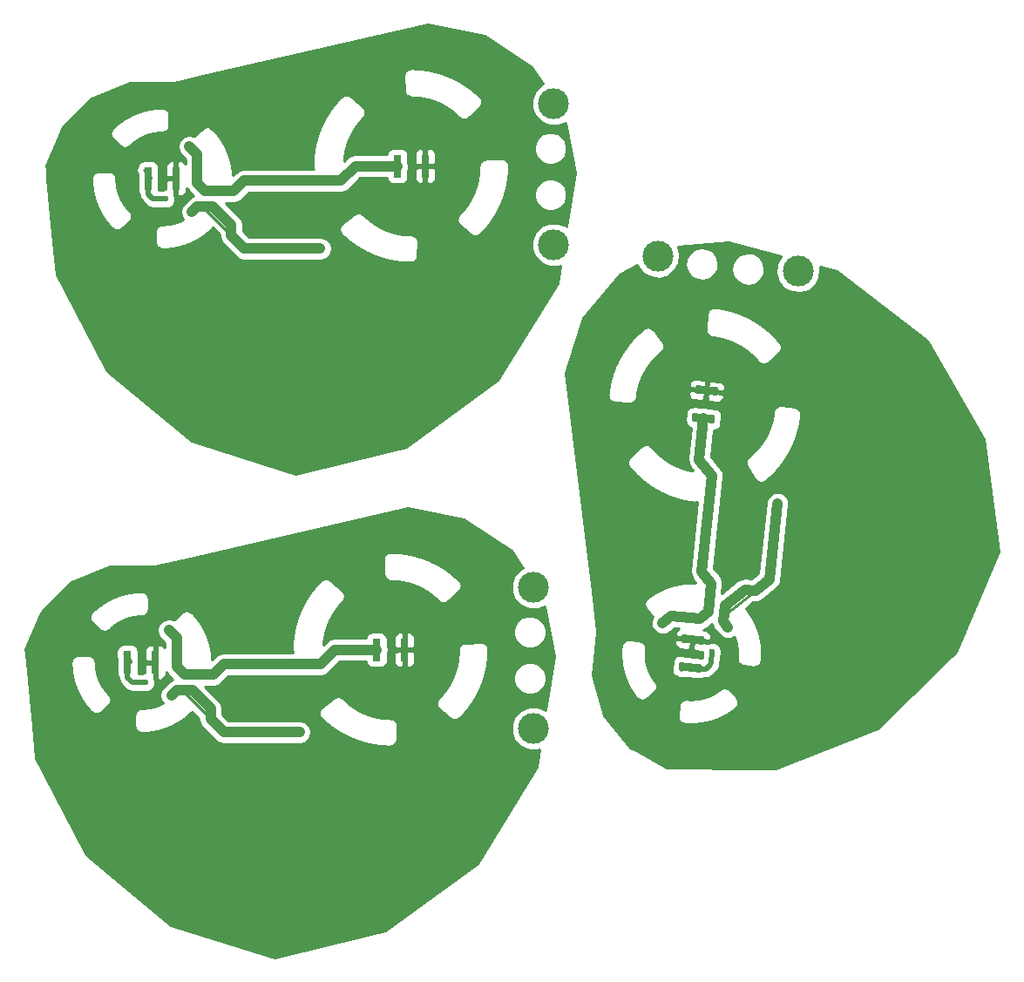
<source format=gbl>
%MOIN*%
%OFA0B0*%
%FSLAX46Y46*%
%IPPOS*%
%LPD*%
%AMREC37*
4,1,3,
0.041423728330631474,-0.020188585344162523,
0.044715963394179617,0.011134938919405138,
-0.041423728330631474,0.020188585344162523,
-0.044715963394179617,-0.011134938919405138,
0*%
%ADD10C,0.0039370078740157488*%
%AMCOMP55*
4,1,3,
0.041423728330631474,-0.020188585344162523,
0.044715963394179617,0.011134938919405138,
-0.041423728330631474,0.020188585344162523,
-0.044715963394179617,-0.011134938919405138,
0*%
%ADD11COMP55*%
%ADD12C,0.11811023622047245*%
%ADD13C,0.023622047244094488*%
%ADD14C,0.00984251968503937*%
%ADD15C,0.03937007874015748*%
%ADD16C,0.01968503937007874*%
%ADD17C,0.01*%
%ADD28C,0.0039370078740157488*%
%ADD29R,0.031496062992125991X0.086614173228346469*%
%ADD30C,0.11811023622047245*%
%ADD31C,0.023622047244094488*%
%ADD32C,0.00984251968503937*%
%ADD33C,0.03937007874015748*%
%ADD34C,0.01968503937007874*%
%ADD35C,0.01*%
%ADD46C,0.0039370078740157488*%
%ADD47R,0.031496062992125991X0.086614173228346469*%
%ADD48C,0.11811023622047245*%
%ADD49C,0.023622047244094488*%
%ADD50C,0.00984251968503937*%
%ADD51C,0.03937007874015748*%
%ADD52C,0.01968503937007874*%
%ADD53C,0.01*%
%LPD*%
G01*
D10*
D11*
X-0001456692Y-0003070866D02*
X0002696861Y0002436556D03*
X0002685749Y0002330839D03*
X0002644256Y0001484081D03*
X0002633145Y0001378364D03*
D12*
X0002509676Y0002951265D03*
X0003046875Y0002894803D03*
D13*
X0002698432Y0002404801D03*
X0002582375Y0001491931D03*
X0002968058Y0002004424D03*
X0002777606Y0001531742D03*
X0002527930Y0001547929D03*
X0002717427Y0001437516D03*
D14*
X0002694087Y0002410166D02*
X0002696861Y0002436556D01*
X0002698432Y0002404801D02*
X0002694087Y0002410166D01*
X0002583567Y0001490460D02*
X0002644256Y0001484081D01*
X0002582375Y0001491931D02*
X0002583567Y0001490460D01*
D15*
X0002968058Y0002004424D02*
X0002937745Y0001716012D01*
X0002937745Y0001716012D02*
X0002882792Y0001671513D01*
X0002766078Y0001613394D02*
X0002759806Y0001553723D01*
X0002843011Y0001675694D02*
X0002766078Y0001613394D01*
X0002882792Y0001671513D02*
X0002843011Y0001675694D01*
X0002759806Y0001553723D02*
X0002777606Y0001531742D01*
D14*
X0002761897Y0001573614D02*
X0002937745Y0001716012D01*
X0002759806Y0001553723D02*
X0002761897Y0001573614D01*
X0002777606Y0001531742D02*
X0002759806Y0001553723D01*
D15*
X0002685749Y0002330839D02*
X0002669000Y0002171481D01*
X0002670299Y0001563131D02*
X0002560902Y0001574629D01*
X0002703271Y0001589830D02*
X0002670299Y0001563131D01*
X0002714769Y0001699228D02*
X0002703271Y0001589830D01*
X0002679169Y0001743190D02*
X0002714769Y0001699228D01*
X0002717845Y0002111163D02*
X0002679169Y0001743190D01*
X0002669000Y0002171481D02*
X0002717845Y0002111163D01*
X0002560902Y0001574629D02*
X0002527930Y0001547929D01*
D14*
X0002560902Y0001574629D02*
X0002527930Y0001547929D01*
D16*
X0002717427Y0001437516D02*
X0002713246Y0001397735D01*
X0002713246Y0001397735D02*
X0002712201Y0001387790D01*
X0002712201Y0001387790D02*
X0002692816Y0001372093D01*
X0002692816Y0001372093D02*
X0002633145Y0001378364D01*
D14*
X0002635430Y0001388813D02*
X0002627600Y0001389636D01*
X0002627600Y0001389636D02*
X0002598609Y0001366160D01*
D17*
G36*
X0002222692Y0002713948D02*
X0002362922Y0002882556D01*
X0002431645Y0002918713D01*
X0002433797Y0002911427D01*
X0002454818Y0002885422D01*
X0002484191Y0002869440D01*
X0002517444Y0002865916D01*
X0002549514Y0002875385D01*
X0002575520Y0002896406D01*
X0002591501Y0002925779D01*
X0002595026Y0002959032D01*
X0002586652Y0002987390D01*
X0002779296Y0003005092D01*
X0002982292Y0002950680D01*
X0002981032Y0002949662D01*
X0002965050Y0002920289D01*
X0002961526Y0002887036D01*
X0002970995Y0002854965D01*
X0002992016Y0002828960D01*
X0003021389Y0002812978D01*
X0003054642Y0002809454D01*
X0003086713Y0002818923D01*
X0003112718Y0002839944D01*
X0003128700Y0002869317D01*
X0003132224Y0002902570D01*
X0003129684Y0002911173D01*
X0003194030Y0002893925D01*
X0003539856Y0002628516D01*
X0003757790Y0002250967D01*
X0003814501Y0001819912D01*
X0003650198Y0001437673D01*
X0003350194Y0001145525D01*
X0002961227Y0000990422D01*
X0002836972Y0000992070D01*
X0002877673Y0001379319D01*
X0002877686Y0001379320D01*
X0002877699Y0001379316D01*
X0002882925Y0001379801D01*
X0002888152Y0001380281D01*
X0002888163Y0001380288D01*
X0002888176Y0001380289D01*
X0002892805Y0001382729D01*
X0002897464Y0001385180D01*
X0002897473Y0001385191D01*
X0002897484Y0001385197D01*
X0002900832Y0001389229D01*
X0002904193Y0001393270D01*
X0002904197Y0001393283D01*
X0002904206Y0001393293D01*
X0002905762Y0001398321D01*
X0002907314Y0001403319D01*
X0002907313Y0001403332D01*
X0002907317Y0001403345D01*
X0002907358Y0001403736D01*
X0002907356Y0001403754D01*
X0002907361Y0001403771D01*
X0002907402Y0001404162D01*
X0002907399Y0001404187D01*
X0002907407Y0001404211D01*
X0002907446Y0001404602D01*
X0002907444Y0001404624D01*
X0002907450Y0001404645D01*
X0002907489Y0001405036D01*
X0002907487Y0001405057D01*
X0002907493Y0001405077D01*
X0002907532Y0001405468D01*
X0002907529Y0001405490D01*
X0002907536Y0001405511D01*
X0002907574Y0001405903D01*
X0002907571Y0001405924D01*
X0002907577Y0001405944D01*
X0002907614Y0001406334D01*
X0002907612Y0001406356D01*
X0002907618Y0001406377D01*
X0002907655Y0001406768D01*
X0002907652Y0001406793D01*
X0002907659Y0001406816D01*
X0002907695Y0001407207D01*
X0002907693Y0001407225D01*
X0002907698Y0001407242D01*
X0002907733Y0001407633D01*
X0002907731Y0001407653D01*
X0002907737Y0001407673D01*
X0002907772Y0001408064D01*
X0002907769Y0001408087D01*
X0002907776Y0001408110D01*
X0002907809Y0001408501D01*
X0002907807Y0001408523D01*
X0002907813Y0001408544D01*
X0002907846Y0001408935D01*
X0002907844Y0001408960D01*
X0002907851Y0001408985D01*
X0002907883Y0001409375D01*
X0002907882Y0001409388D01*
X0002907885Y0001409402D01*
X0002907917Y0001409792D01*
X0002907914Y0001409820D01*
X0002907922Y0001409848D01*
X0002907953Y0001410238D01*
X0002907951Y0001410257D01*
X0002907956Y0001410276D01*
X0002907987Y0001410666D01*
X0002907985Y0001410684D01*
X0002907990Y0001410701D01*
X0002908020Y0001411092D01*
X0002908018Y0001411105D01*
X0002908022Y0001411119D01*
X0002908052Y0001411508D01*
X0002908052Y0001411508D01*
X0002908171Y0001413064D01*
X0002908171Y0001413066D01*
X0002908171Y0001413067D01*
X0002908200Y0001413453D01*
X0002908290Y0001414620D01*
X0002908242Y0001415011D01*
X0002908337Y0001415392D01*
X0002908356Y0001415779D01*
X0002908356Y0001415779D01*
X0002908374Y0001416168D01*
X0002908374Y0001416169D01*
X0002908375Y0001416171D01*
X0002908393Y0001416560D01*
X0002908393Y0001416560D01*
X0002908411Y0001416946D01*
X0002908411Y0001416947D01*
X0002908412Y0001416949D01*
X0002908430Y0001417335D01*
X0002908430Y0001417335D01*
X0002908449Y0001417724D01*
X0002908449Y0001417724D01*
X0002908467Y0001418113D01*
X0002908467Y0001418117D01*
X0002908467Y0001418120D01*
X0002908486Y0001418505D01*
X0002908504Y0001418893D01*
X0002908504Y0001418895D01*
X0002908504Y0001418896D01*
X0002908523Y0001419284D01*
X0002908523Y0001419284D01*
X0002908541Y0001419669D01*
X0002908541Y0001419671D01*
X0002908541Y0001419672D01*
X0002908560Y0001420060D01*
X0002908560Y0001420060D01*
X0002908578Y0001420445D01*
X0002908578Y0001420447D01*
X0002908578Y0001420448D01*
X0002908597Y0001420836D01*
X0002908596Y0001420837D01*
X0002908597Y0001420838D01*
X0002908615Y0001421225D01*
X0002908615Y0001421225D01*
X0002908633Y0001421612D01*
X0002908633Y0001421613D01*
X0002908633Y0001421614D01*
X0002908652Y0001422001D01*
X0002908652Y0001422001D01*
X0002908670Y0001422385D01*
X0002908611Y0001422774D01*
X0002908695Y0001423158D01*
X0002908710Y0001423934D01*
X0002908710Y0001423936D01*
X0002908710Y0001423938D01*
X0002908717Y0001424325D01*
X0002908717Y0001424326D01*
X0002908717Y0001424327D01*
X0002908724Y0001424714D01*
X0002908724Y0001424714D01*
X0002908724Y0001424714D01*
X0002908731Y0001425101D01*
X0002908739Y0001425486D01*
X0002908738Y0001425487D01*
X0002908739Y0001425488D01*
X0002908753Y0001426262D01*
X0002908760Y0001426646D01*
X0002908759Y0001426651D01*
X0002908760Y0001426656D01*
X0002908774Y0001427427D01*
X0002908781Y0001427810D01*
X0002908781Y0001427812D01*
X0002908781Y0001427813D01*
X0002908795Y0001428585D01*
X0002908795Y0001428585D01*
X0002908802Y0001428968D01*
X0002908802Y0001428969D01*
X0002908802Y0001428971D01*
X0002908809Y0001429356D01*
X0002908809Y0001429360D01*
X0002908810Y0001429363D01*
X0002908816Y0001429748D01*
X0002908823Y0001430130D01*
X0002908823Y0001430131D01*
X0002908823Y0001430133D01*
X0002908830Y0001430518D01*
X0002908761Y0001430904D01*
X0002908833Y0001431290D01*
X0002908825Y0001432062D01*
X0002908825Y0001432062D01*
X0002908825Y0001432062D01*
X0002908821Y0001432448D01*
X0002908820Y0001432452D01*
X0002908821Y0001432457D01*
X0002908816Y0001432842D01*
X0002908812Y0001433224D01*
X0002908812Y0001433225D01*
X0002908812Y0001433226D01*
X0002908808Y0001433611D01*
X0002908808Y0001433611D01*
X0002908808Y0001433611D01*
X0002908804Y0001433996D01*
X0002908799Y0001434381D01*
X0002908799Y0001434381D01*
X0002908799Y0001434381D01*
X0002908795Y0001434766D01*
X0002908794Y0001434770D01*
X0002908795Y0001434775D01*
X0002908791Y0001435158D01*
X0002908791Y0001435158D01*
X0002908786Y0001435542D01*
X0002908782Y0001435925D01*
X0002908782Y0001435926D01*
X0002908782Y0001435926D01*
X0002908778Y0001436309D01*
X0002908778Y0001436310D01*
X0002908773Y0001436690D01*
X0002908773Y0001436692D01*
X0002908773Y0001436693D01*
X0002908769Y0001437076D01*
X0002908765Y0001437460D01*
X0002908764Y0001437465D01*
X0002908764Y0001437469D01*
X0002908751Y0001438617D01*
X0002908670Y0001439002D01*
X0002908731Y0001439391D01*
X0002908715Y0001439775D01*
X0002908715Y0001439775D01*
X0002908700Y0001440159D01*
X0002908700Y0001440159D01*
X0002908684Y0001440543D01*
X0002908683Y0001440548D01*
X0002908684Y0001440554D01*
X0002908668Y0001440937D01*
X0002908668Y0001440937D01*
X0002908652Y0001441319D01*
X0002908652Y0001441320D01*
X0002908652Y0001441322D01*
X0002908637Y0001441704D01*
X0002908637Y0001441704D01*
X0002908621Y0001442084D01*
X0002908621Y0001442084D01*
X0002908621Y0001442085D01*
X0002908605Y0001442467D01*
X0002908604Y0001442473D01*
X0002908605Y0001442478D01*
X0002908573Y0001443241D01*
X0002908573Y0001443241D01*
X0002908573Y0001443242D01*
X0002908558Y0001443622D01*
X0002908558Y0001443623D01*
X0002908542Y0001444004D01*
X0002908542Y0001444004D01*
X0002908542Y0001444005D01*
X0002908526Y0001444386D01*
X0002908526Y0001444386D01*
X0002908510Y0001444767D01*
X0002908509Y0001444774D01*
X0002908510Y0001444782D01*
X0002908494Y0001445162D01*
X0002908494Y0001445162D01*
X0002908478Y0001445539D01*
X0002908478Y0001445539D01*
X0002908462Y0001445920D01*
X0002908462Y0001445920D01*
X0002908462Y0001445920D01*
X0002908446Y0001446301D01*
X0002908446Y0001446301D01*
X0002908431Y0001446681D01*
X0002908338Y0001447063D01*
X0002908387Y0001447454D01*
X0002908360Y0001447835D01*
X0002908358Y0001447844D01*
X0002908359Y0001447852D01*
X0002908332Y0001448233D01*
X0002908332Y0001448233D01*
X0002908305Y0001448610D01*
X0002908278Y0001448991D01*
X0002908278Y0001448992D01*
X0002908278Y0001448993D01*
X0002908251Y0001449374D01*
X0002908251Y0001449374D01*
X0002908224Y0001449752D01*
X0002908222Y0001449758D01*
X0002908223Y0001449765D01*
X0002908196Y0001450145D01*
X0002908196Y0001450146D01*
X0002908196Y0001450147D01*
X0002908169Y0001450527D01*
X0002908169Y0001450527D01*
X0002908142Y0001450903D01*
X0002908114Y0001451283D01*
X0002908114Y0001451284D01*
X0002908114Y0001451286D01*
X0002908087Y0001451665D01*
X0002908087Y0001451665D01*
X0002908060Y0001452042D01*
X0002908033Y0001452421D01*
X0002908031Y0001452429D01*
X0002908032Y0001452438D01*
X0002908005Y0001452813D01*
X0002908005Y0001452813D01*
X0002907950Y0001453569D01*
X0002907950Y0001453571D01*
X0002907950Y0001453573D01*
X0002907923Y0001453947D01*
X0002907923Y0001453948D01*
X0002907896Y0001454326D01*
X0002907894Y0001454333D01*
X0002907895Y0001454340D01*
X0002907867Y0001454717D01*
X0002907867Y0001454718D01*
X0002907867Y0001454720D01*
X0002907840Y0001455097D01*
X0002907735Y0001455476D01*
X0002907772Y0001455867D01*
X0002907734Y0001456245D01*
X0002907734Y0001456246D01*
X0002907734Y0001456247D01*
X0002907695Y0001456625D01*
X0002907657Y0001457002D01*
X0002907657Y0001457003D01*
X0002907657Y0001457004D01*
X0002907619Y0001457382D01*
X0002907616Y0001457389D01*
X0002907617Y0001457396D01*
X0002907579Y0001457773D01*
X0002907578Y0001457774D01*
X0002907578Y0001457776D01*
X0002907501Y0001458530D01*
X0002907501Y0001458530D01*
X0002907463Y0001458905D01*
X0002907460Y0001458914D01*
X0002907461Y0001458923D01*
X0002907422Y0001459300D01*
X0002907422Y0001459300D01*
X0002907384Y0001459673D01*
X0002907383Y0001459674D01*
X0002907384Y0001459676D01*
X0002907345Y0001460052D01*
X0002907345Y0001460052D01*
X0002907307Y0001460425D01*
X0002907306Y0001460426D01*
X0002907306Y0001460428D01*
X0002907268Y0001460804D01*
X0002907268Y0001460804D01*
X0002907229Y0001461177D01*
X0002907226Y0001461187D01*
X0002907227Y0001461196D01*
X0002907150Y0001461946D01*
X0002907150Y0001461946D01*
X0002907111Y0001462319D01*
X0002907111Y0001462320D01*
X0002907111Y0001462321D01*
X0002907072Y0001462696D01*
X0002907072Y0001462696D01*
X0002907033Y0001463069D01*
X0002906915Y0001463454D01*
X0002906940Y0001463856D01*
X0002906890Y0001464231D01*
X0002906890Y0001464232D01*
X0002906890Y0001464232D01*
X0002906840Y0001464606D01*
X0002906840Y0001464606D01*
X0002906790Y0001464981D01*
X0002906790Y0001464982D01*
X0002906741Y0001465354D01*
X0002906740Y0001465355D01*
X0002906740Y0001465357D01*
X0002906691Y0001465732D01*
X0002906691Y0001465732D01*
X0002906641Y0001466107D01*
X0002906637Y0001466116D01*
X0002906638Y0001466126D01*
X0002906588Y0001466497D01*
X0002906588Y0001466497D01*
X0002906538Y0001466871D01*
X0002906538Y0001466872D01*
X0002906538Y0001466873D01*
X0002906488Y0001467247D01*
X0002906488Y0001467247D01*
X0002906488Y0001467247D01*
X0002906438Y0001467621D01*
X0002906438Y0001467622D01*
X0002906388Y0001467995D01*
X0002906385Y0001468004D01*
X0002906385Y0001468014D01*
X0002906335Y0001468387D01*
X0002906335Y0001468387D01*
X0002906285Y0001468756D01*
X0002906285Y0001468758D01*
X0002906285Y0001468760D01*
X0002906134Y0001469878D01*
X0002906132Y0001469886D01*
X0002906132Y0001469894D01*
X0002906082Y0001470266D01*
X0002906081Y0001470267D01*
X0002906081Y0001470268D01*
X0002905981Y0001471012D01*
X0002905981Y0001471012D01*
X0002905981Y0001471013D01*
X0002905930Y0001471384D01*
X0002905803Y0001471754D01*
X0002905816Y0001472145D01*
X0002905755Y0001472518D01*
X0002905751Y0001472528D01*
X0002905752Y0001472538D01*
X0002905629Y0001473282D01*
X0002905629Y0001473282D01*
X0002905629Y0001473283D01*
X0002905567Y0001473654D01*
X0002905506Y0001474026D01*
X0002905444Y0001474397D01*
X0002905440Y0001474408D01*
X0002905441Y0001474419D01*
X0002905379Y0001474789D01*
X0002905318Y0001475159D01*
X0002905318Y0001475160D01*
X0002905318Y0001475160D01*
X0002905194Y0001475902D01*
X0002905133Y0001476272D01*
X0002905129Y0001476282D01*
X0002905129Y0001476293D01*
X0002905006Y0001477032D01*
X0002904944Y0001477401D01*
X0002904944Y0001477401D01*
X0002904944Y0001477402D01*
X0002904882Y0001477771D01*
X0002904879Y0001477782D01*
X0002904879Y0001477792D01*
X0002904508Y0001480003D01*
X0002904366Y0001480378D01*
X0002904366Y0001480780D01*
X0002904293Y0001481148D01*
X0002904293Y0001481148D01*
X0002904293Y0001481149D01*
X0002904220Y0001481517D01*
X0002904220Y0001481517D01*
X0002904147Y0001481885D01*
X0002904147Y0001481886D01*
X0002904147Y0001481888D01*
X0002904074Y0001482256D01*
X0002904074Y0001482256D01*
X0002904001Y0001482622D01*
X0002903996Y0001482634D01*
X0002903996Y0001482646D01*
X0002903923Y0001483012D01*
X0002903924Y0001483013D01*
X0002903850Y0001483380D01*
X0002903850Y0001483382D01*
X0002903850Y0001483384D01*
X0002903777Y0001483747D01*
X0002903777Y0001483747D01*
X0002903704Y0001484115D01*
X0002903699Y0001484127D01*
X0002903699Y0001484139D01*
X0002903626Y0001484504D01*
X0002903626Y0001484504D01*
X0002903553Y0001484871D01*
X0002903538Y0001484908D01*
X0002903537Y0001484949D01*
X0002903464Y0001485312D01*
X0002903464Y0001485312D01*
X0002903389Y0001485679D01*
X0002903374Y0001485715D01*
X0002903374Y0001485755D01*
X0002903298Y0001486121D01*
X0002903294Y0001486132D01*
X0002903294Y0001486143D01*
X0002903218Y0001486509D01*
X0002903203Y0001486546D01*
X0002903202Y0001486586D01*
X0002903126Y0001486951D01*
X0002903126Y0001486951D01*
X0002903049Y0001487317D01*
X0002903034Y0001487352D01*
X0002903033Y0001487391D01*
X0002902956Y0001487757D01*
X0002902951Y0001487768D01*
X0002902950Y0001487781D01*
X0002902873Y0001488145D01*
X0002902872Y0001488146D01*
X0002902872Y0001488148D01*
X0002902794Y0001488512D01*
X0002902779Y0001488547D01*
X0002902779Y0001488584D01*
X0002902621Y0001489313D01*
X0002902605Y0001489350D01*
X0002902604Y0001489391D01*
X0002902524Y0001489755D01*
X0002902519Y0001489766D01*
X0002902519Y0001489777D01*
X0002902439Y0001490140D01*
X0002902423Y0001490177D01*
X0002902422Y0001490217D01*
X0002902341Y0001490581D01*
X0002902341Y0001490581D01*
X0002902341Y0001490581D01*
X0002902259Y0001490945D01*
X0002902244Y0001490980D01*
X0002902243Y0001491018D01*
X0002902160Y0001491382D01*
X0002902160Y0001491382D01*
X0002902078Y0001491746D01*
X0002902057Y0001491794D01*
X0002902055Y0001491846D01*
X0002901972Y0001492207D01*
X0002901972Y0001492208D01*
X0002901888Y0001492571D01*
X0002901872Y0001492607D01*
X0002901870Y0001492647D01*
X0002901786Y0001493007D01*
X0002901787Y0001493007D01*
X0002901702Y0001493370D01*
X0002901680Y0001493419D01*
X0002901678Y0001493473D01*
X0002901592Y0001493835D01*
X0002901506Y0001494194D01*
X0002901506Y0001494194D01*
X0002901420Y0001494556D01*
X0002901404Y0001494592D01*
X0002901402Y0001494632D01*
X0002901315Y0001494994D01*
X0002901299Y0001495029D01*
X0002901298Y0001495066D01*
X0002901210Y0001495429D01*
X0002901204Y0001495442D01*
X0002901203Y0001495456D01*
X0002901026Y0001496178D01*
X0002901010Y0001496214D01*
X0002901008Y0001496254D01*
X0002900919Y0001496612D01*
X0002900919Y0001496613D01*
X0002900830Y0001496974D01*
X0002900813Y0001497010D01*
X0002900811Y0001497049D01*
X0002900720Y0001497411D01*
X0002900715Y0001497423D01*
X0002900714Y0001497436D01*
X0002900624Y0001497796D01*
X0002900607Y0001497831D01*
X0002900605Y0001497870D01*
X0002900421Y0001498591D01*
X0002900399Y0001498639D01*
X0002900396Y0001498691D01*
X0002900303Y0001499050D01*
X0002900303Y0001499051D01*
X0002900303Y0001499051D01*
X0002900210Y0001499411D01*
X0002900193Y0001499445D01*
X0002900191Y0001499482D01*
X0002900097Y0001499842D01*
X0002900097Y0001499842D01*
X0002900097Y0001499843D01*
X0002900003Y0001500202D01*
X0002899986Y0001500237D01*
X0002899983Y0001500276D01*
X0002899888Y0001500636D01*
X0002899882Y0001500648D01*
X0002899881Y0001500662D01*
X0002899786Y0001501021D01*
X0002899785Y0001501022D01*
X0002899785Y0001501023D01*
X0002899690Y0001501382D01*
X0002899674Y0001501414D01*
X0002899672Y0001501450D01*
X0002899575Y0001501809D01*
X0002899575Y0001501811D01*
X0002899574Y0001501813D01*
X0002899478Y0001502171D01*
X0002899461Y0001502206D01*
X0002899459Y0001502243D01*
X0002899361Y0001502602D01*
X0002899355Y0001502615D01*
X0002899354Y0001502629D01*
X0002899256Y0001502987D01*
X0002899239Y0001503022D01*
X0002899236Y0001503060D01*
X0002899039Y0001503776D01*
X0002899022Y0001503810D01*
X0002899019Y0001503847D01*
X0002898919Y0001504205D01*
X0002898912Y0001504220D01*
X0002898910Y0001504236D01*
X0002898810Y0001504593D01*
X0002898794Y0001504626D01*
X0002898791Y0001504662D01*
X0002898690Y0001505019D01*
X0002898689Y0001505020D01*
X0002898689Y0001505022D01*
X0002898588Y0001505379D01*
X0002898571Y0001505412D01*
X0002898568Y0001505449D01*
X0002898466Y0001505806D01*
X0002898459Y0001505820D01*
X0002898457Y0001505836D01*
X0002898355Y0001506192D01*
X0002898338Y0001506226D01*
X0002898335Y0001506264D01*
X0002898231Y0001506620D01*
X0002898231Y0001506620D01*
X0002898231Y0001506621D01*
X0002898128Y0001506977D01*
X0002898128Y0001506977D01*
X0002898025Y0001507332D01*
X0002898000Y0001507379D01*
X0002897995Y0001507432D01*
X0002897891Y0001507787D01*
X0002897890Y0001507789D01*
X0002897890Y0001507791D01*
X0002897785Y0001508146D01*
X0002897768Y0001508178D01*
X0002897765Y0001508215D01*
X0002897659Y0001508570D01*
X0002897659Y0001508571D01*
X0002897659Y0001508571D01*
X0002897553Y0001508927D01*
X0002897536Y0001508959D01*
X0002897532Y0001508996D01*
X0002897425Y0001509351D01*
X0002897418Y0001509366D01*
X0002897416Y0001509383D01*
X0002897309Y0001509737D01*
X0002897309Y0001509737D01*
X0002897309Y0001509738D01*
X0002897202Y0001510092D01*
X0002897185Y0001510124D01*
X0002897181Y0001510160D01*
X0002897073Y0001510515D01*
X0002897054Y0001510550D01*
X0002897050Y0001510590D01*
X0002896941Y0001510945D01*
X0002896934Y0001510958D01*
X0002896932Y0001510972D01*
X0002896714Y0001511679D01*
X0002896696Y0001511712D01*
X0002896692Y0001511750D01*
X0002896472Y0001512457D01*
X0002896445Y0001512505D01*
X0002896439Y0001512560D01*
X0002896216Y0001513265D01*
X0002896198Y0001513297D01*
X0002896194Y0001513332D01*
X0002896082Y0001513685D01*
X0002896081Y0001513687D01*
X0002896081Y0001513689D01*
X0002895968Y0001514041D01*
X0002895942Y0001514088D01*
X0002895936Y0001514141D01*
X0002895822Y0001514493D01*
X0002895822Y0001514493D01*
X0002895822Y0001514494D01*
X0002895708Y0001514845D01*
X0002895690Y0001514877D01*
X0002895685Y0001514914D01*
X0002895570Y0001515266D01*
X0002895570Y0001515267D01*
X0002895570Y0001515268D01*
X0002895455Y0001515620D01*
X0002895447Y0001515634D01*
X0002895445Y0001515650D01*
X0002895330Y0001516001D01*
X0002895311Y0001516033D01*
X0002895307Y0001516070D01*
X0002895191Y0001516421D01*
X0002895190Y0001516422D01*
X0002895190Y0001516422D01*
X0002895074Y0001516773D01*
X0002895056Y0001516805D01*
X0002895051Y0001516841D01*
X0002894934Y0001517192D01*
X0002894925Y0001517208D01*
X0002894922Y0001517226D01*
X0002894805Y0001517576D01*
X0002894787Y0001517608D01*
X0002894782Y0001517645D01*
X0002894663Y0001517995D01*
X0002894663Y0001517995D01*
X0002894545Y0001518345D01*
X0002894545Y0001518345D01*
X0002894426Y0001518695D01*
X0002894399Y0001518742D01*
X0002894392Y0001518796D01*
X0002894272Y0001519145D01*
X0002894272Y0001519145D01*
X0002894152Y0001519494D01*
X0002894133Y0001519526D01*
X0002894128Y0001519563D01*
X0002894007Y0001519912D01*
X0002894007Y0001519913D01*
X0002894007Y0001519914D01*
X0002893886Y0001520263D01*
X0002893859Y0001520309D01*
X0002893851Y0001520362D01*
X0002893729Y0001520710D01*
X0002893728Y0001520712D01*
X0002893728Y0001520714D01*
X0002893606Y0001521062D01*
X0002893588Y0001521092D01*
X0002893583Y0001521127D01*
X0002893460Y0001521475D01*
X0002893459Y0001521476D01*
X0002893459Y0001521477D01*
X0002893336Y0001521825D01*
X0002893326Y0001521841D01*
X0002893324Y0001521859D01*
X0002893200Y0001522206D01*
X0002893181Y0001522238D01*
X0002893176Y0001522275D01*
X0002893052Y0001522622D01*
X0002892928Y0001522968D01*
X0002892908Y0001523000D01*
X0002892903Y0001523037D01*
X0002892777Y0001523385D01*
X0002892768Y0001523399D01*
X0002892766Y0001523416D01*
X0002892640Y0001523763D01*
X0002892620Y0001523796D01*
X0002892614Y0001523834D01*
X0002892487Y0001524181D01*
X0002892487Y0001524181D01*
X0002892361Y0001524524D01*
X0002892341Y0001524557D01*
X0002892335Y0001524595D01*
X0002892208Y0001524941D01*
X0002892198Y0001524957D01*
X0002892195Y0001524975D01*
X0002892067Y0001525320D01*
X0002892067Y0001525320D01*
X0002891940Y0001525663D01*
X0002891920Y0001525695D01*
X0002891914Y0001525733D01*
X0002891656Y0001526424D01*
X0002891627Y0001526471D01*
X0002891618Y0001526525D01*
X0002891227Y0001527558D01*
X0002891207Y0001527591D01*
X0002891200Y0001527629D01*
X0002891069Y0001527974D01*
X0002891060Y0001527988D01*
X0002891057Y0001528004D01*
X0002890926Y0001528347D01*
X0002890905Y0001528380D01*
X0002890898Y0001528418D01*
X0002890766Y0001528762D01*
X0002890635Y0001529102D01*
X0002890614Y0001529134D01*
X0002890608Y0001529171D01*
X0002890474Y0001529515D01*
X0002890464Y0001529531D01*
X0002890460Y0001529550D01*
X0002890326Y0001529893D01*
X0002890307Y0001529924D01*
X0002890300Y0001529960D01*
X0002890165Y0001530302D01*
X0002890165Y0001530302D01*
X0002890031Y0001530644D01*
X0002890011Y0001530675D01*
X0002890004Y0001530712D01*
X0002889868Y0001531054D01*
X0002889858Y0001531070D01*
X0002889854Y0001531089D01*
X0002889582Y0001531772D01*
X0002889561Y0001531804D01*
X0002889554Y0001531841D01*
X0002889417Y0001532183D01*
X0002889407Y0001532198D01*
X0002889404Y0001532216D01*
X0002889267Y0001532556D01*
X0002889246Y0001532588D01*
X0002889239Y0001532625D01*
X0002888962Y0001533306D01*
X0002888942Y0001533337D01*
X0002888935Y0001533372D01*
X0002888795Y0001533713D01*
X0002888785Y0001533729D01*
X0002888781Y0001533748D01*
X0002888642Y0001534087D01*
X0002888641Y0001534088D01*
X0002888641Y0001534088D01*
X0002888502Y0001534428D01*
X0002888481Y0001534458D01*
X0002888474Y0001534494D01*
X0002888334Y0001534834D01*
X0002888332Y0001534836D01*
X0002888332Y0001534838D01*
X0002888191Y0001535177D01*
X0002888161Y0001535222D01*
X0002888151Y0001535275D01*
X0002888009Y0001535614D01*
X0002888008Y0001535615D01*
X0002888008Y0001535615D01*
X0002887866Y0001535954D01*
X0002887866Y0001535955D01*
X0002887866Y0001535955D01*
X0002887724Y0001536294D01*
X0002887704Y0001536324D01*
X0002887697Y0001536358D01*
X0002887553Y0001536698D01*
X0002887542Y0001536715D01*
X0002887537Y0001536736D01*
X0002887394Y0001537074D01*
X0002887375Y0001537102D01*
X0002887368Y0001537135D01*
X0002887223Y0001537473D01*
X0002887222Y0001537475D01*
X0002887222Y0001537477D01*
X0002887078Y0001537815D01*
X0002887057Y0001537845D01*
X0002887050Y0001537880D01*
X0002886904Y0001538218D01*
X0002886893Y0001538235D01*
X0002886889Y0001538254D01*
X0002886598Y0001538929D01*
X0002886577Y0001538958D01*
X0002886570Y0001538993D01*
X0002886423Y0001539330D01*
X0002886422Y0001539331D01*
X0002886422Y0001539333D01*
X0002886275Y0001539670D01*
X0002886244Y0001539715D01*
X0002886232Y0001539769D01*
X0002886084Y0001540105D01*
X0002886083Y0001540106D01*
X0002886083Y0001540107D01*
X0002885936Y0001540442D01*
X0002885788Y0001540778D01*
X0002885755Y0001540825D01*
X0002885743Y0001540881D01*
X0002885593Y0001541216D01*
X0002885593Y0001541216D01*
X0002885445Y0001541549D01*
X0002885424Y0001541579D01*
X0002885415Y0001541616D01*
X0002885265Y0001541952D01*
X0002885253Y0001541968D01*
X0002885248Y0001541989D01*
X0002885098Y0001542323D01*
X0002885078Y0001542351D01*
X0002885070Y0001542385D01*
X0002884918Y0001542720D01*
X0002884918Y0001542720D01*
X0002884918Y0001542721D01*
X0002884615Y0001543390D01*
X0002884582Y0001543436D01*
X0002884568Y0001543492D01*
X0002884416Y0001543825D01*
X0002884264Y0001544157D01*
X0002884242Y0001544187D01*
X0002884233Y0001544223D01*
X0002884080Y0001544556D01*
X0002883927Y0001544888D01*
X0002883893Y0001544935D01*
X0002883879Y0001544991D01*
X0002883724Y0001545323D01*
X0002883724Y0001545323D01*
X0002883569Y0001545656D01*
X0002883569Y0001545656D01*
X0002883414Y0001545988D01*
X0002883393Y0001546017D01*
X0002883384Y0001546052D01*
X0002883228Y0001546385D01*
X0002883216Y0001546402D01*
X0002883211Y0001546421D01*
X0002883055Y0001546753D01*
X0002883034Y0001546781D01*
X0002883025Y0001546816D01*
X0002882868Y0001547147D01*
X0002882867Y0001547148D01*
X0002882867Y0001547149D01*
X0002882710Y0001547480D01*
X0002882697Y0001547497D01*
X0002882692Y0001547517D01*
X0002882535Y0001547847D01*
X0002882512Y0001547877D01*
X0002882503Y0001547913D01*
X0002882345Y0001548244D01*
X0002882188Y0001548571D01*
X0002882166Y0001548601D01*
X0002882156Y0001548637D01*
X0002881997Y0001548967D01*
X0002881984Y0001548984D01*
X0002881979Y0001549004D01*
X0002881819Y0001549333D01*
X0002881798Y0001549362D01*
X0002881789Y0001549396D01*
X0002881628Y0001549726D01*
X0002881628Y0001549726D01*
X0002881627Y0001549727D01*
X0002881467Y0001550057D01*
X0002881467Y0001550057D01*
X0002881306Y0001550387D01*
X0002881271Y0001550432D01*
X0002881256Y0001550487D01*
X0002880932Y0001551144D01*
X0002880910Y0001551173D01*
X0002880901Y0001551208D01*
X0002880738Y0001551537D01*
X0002880725Y0001551554D01*
X0002880719Y0001551574D01*
X0002880393Y0001552229D01*
X0002880370Y0001552258D01*
X0002880360Y0001552294D01*
X0002880196Y0001552622D01*
X0002880184Y0001552638D01*
X0002880178Y0001552657D01*
X0002880014Y0001552984D01*
X0002879991Y0001553012D01*
X0002879982Y0001553047D01*
X0002879816Y0001553374D01*
X0002879816Y0001553375D01*
X0002879815Y0001553376D01*
X0002879650Y0001553701D01*
X0002879650Y0001553701D01*
X0002879485Y0001554028D01*
X0002879449Y0001554074D01*
X0002879433Y0001554129D01*
X0002879099Y0001554781D01*
X0002879078Y0001554808D01*
X0002879069Y0001554840D01*
X0002878901Y0001555166D01*
X0002878887Y0001555185D01*
X0002878880Y0001555207D01*
X0002878544Y0001555857D01*
X0002878522Y0001555885D01*
X0002878512Y0001555919D01*
X0002878342Y0001556244D01*
X0002878174Y0001556567D01*
X0002878138Y0001556613D01*
X0002878121Y0001556669D01*
X0002877951Y0001556993D01*
X0002877781Y0001557315D01*
X0002877781Y0001557315D01*
X0002877611Y0001557639D01*
X0002877574Y0001557685D01*
X0002877556Y0001557742D01*
X0002877385Y0001558065D01*
X0002877214Y0001558387D01*
X0002877192Y0001558413D01*
X0002877182Y0001558446D01*
X0002877010Y0001558769D01*
X0002876994Y0001558788D01*
X0002876987Y0001558811D01*
X0002876814Y0001559133D01*
X0002876642Y0001559454D01*
X0002876619Y0001559482D01*
X0002876609Y0001559516D01*
X0002876437Y0001559835D01*
X0002876437Y0001559835D01*
X0002876263Y0001560157D01*
X0002876247Y0001560176D01*
X0002876240Y0001560199D01*
X0002876066Y0001560520D01*
X0002876043Y0001560547D01*
X0002876033Y0001560581D01*
X0002875858Y0001560902D01*
X0002875858Y0001560902D01*
X0002875682Y0001561223D01*
X0002875646Y0001561267D01*
X0002875629Y0001561320D01*
X0002875453Y0001561641D01*
X0002875452Y0001561642D01*
X0002875452Y0001561643D01*
X0002875275Y0001561963D01*
X0002875253Y0001561989D01*
X0002875243Y0001562021D01*
X0002875066Y0001562341D01*
X0002875066Y0001562342D01*
X0002874888Y0001562662D01*
X0002874873Y0001562680D01*
X0002874865Y0001562703D01*
X0002874688Y0001563022D01*
X0002874666Y0001563048D01*
X0002874655Y0001563080D01*
X0002874477Y0001563399D01*
X0002874476Y0001563400D01*
X0002874476Y0001563401D01*
X0002874297Y0001563721D01*
X0002874282Y0001563739D01*
X0002874274Y0001563761D01*
X0002874095Y0001564079D01*
X0002874074Y0001564104D01*
X0002874064Y0001564136D01*
X0002873884Y0001564454D01*
X0002873882Y0001564455D01*
X0002873882Y0001564457D01*
X0002873702Y0001564776D01*
X0002873665Y0001564818D01*
X0002873648Y0001564871D01*
X0002873467Y0001565188D01*
X0002873465Y0001565190D01*
X0002873465Y0001565192D01*
X0002873102Y0001565826D01*
X0002873081Y0001565851D01*
X0002873070Y0001565882D01*
X0002872888Y0001566200D01*
X0002872872Y0001566218D01*
X0002872865Y0001566240D01*
X0002872682Y0001566557D01*
X0002872659Y0001566584D01*
X0002872647Y0001566618D01*
X0002872464Y0001566934D01*
X0002872281Y0001567249D01*
X0002872265Y0001567267D01*
X0002872257Y0001567290D01*
X0002872073Y0001567606D01*
X0002872051Y0001567631D01*
X0002872040Y0001567662D01*
X0002871856Y0001567978D01*
X0002871856Y0001567978D01*
X0002871671Y0001568293D01*
X0002871670Y0001568295D01*
X0002871669Y0001568297D01*
X0002871484Y0001568612D01*
X0002871447Y0001568654D01*
X0002871429Y0001568707D01*
X0002871243Y0001569021D01*
X0002871242Y0001569022D01*
X0002871242Y0001569023D01*
X0002871056Y0001569338D01*
X0002871016Y0001569382D01*
X0002870997Y0001569437D01*
X0002870809Y0001569751D01*
X0002870624Y0001570061D01*
X0002870601Y0001570087D01*
X0002870589Y0001570120D01*
X0002870401Y0001570434D01*
X0002870213Y0001570746D01*
X0002870196Y0001570765D01*
X0002870187Y0001570789D01*
X0002869999Y0001571102D01*
X0002869976Y0001571127D01*
X0002869964Y0001571159D01*
X0002869774Y0001571472D01*
X0002869774Y0001571472D01*
X0002869586Y0001571782D01*
X0002869569Y0001571801D01*
X0002869561Y0001571825D01*
X0002869371Y0001572136D01*
X0002869348Y0001572161D01*
X0002869336Y0001572193D01*
X0002869147Y0001572503D01*
X0002869147Y0001572503D01*
X0002868956Y0001572815D01*
X0002868916Y0001572858D01*
X0002868895Y0001572914D01*
X0002868703Y0001573224D01*
X0002868703Y0001573225D01*
X0002868512Y0001573533D01*
X0002868512Y0001573534D01*
X0002868511Y0001573535D01*
X0002868319Y0001573846D01*
X0002868296Y0001573870D01*
X0002868284Y0001573902D01*
X0002868091Y0001574213D01*
X0002868075Y0001574231D01*
X0002868066Y0001574254D01*
X0002867873Y0001574563D01*
X0002867850Y0001574588D01*
X0002867838Y0001574619D01*
X0002867644Y0001574929D01*
X0002867644Y0001574929D01*
X0002867450Y0001575237D01*
X0002867432Y0001575257D01*
X0002867423Y0001575281D01*
X0002867228Y0001575590D01*
X0002867207Y0001575613D01*
X0002867195Y0001575642D01*
X0002867000Y0001575951D01*
X0002866998Y0001575953D01*
X0002866997Y0001575955D01*
X0002866802Y0001576264D01*
X0002866785Y0001576281D01*
X0002866776Y0001576304D01*
X0002866581Y0001576612D01*
X0002866557Y0001576636D01*
X0002866545Y0001576668D01*
X0002866348Y0001576975D01*
X0002866153Y0001577281D01*
X0002866112Y0001577324D01*
X0002866090Y0001577380D01*
X0002865496Y0001578300D01*
X0002865474Y0001578323D01*
X0002865462Y0001578353D01*
X0002865263Y0001578660D01*
X0002865245Y0001578679D01*
X0002865235Y0001578703D01*
X0002865036Y0001579009D01*
X0002865035Y0001579010D01*
X0002865035Y0001579010D01*
X0002864836Y0001579316D01*
X0002864814Y0001579339D01*
X0002864802Y0001579368D01*
X0002864602Y0001579674D01*
X0002864583Y0001579693D01*
X0002864573Y0001579718D01*
X0002864372Y0001580023D01*
X0002864350Y0001580045D01*
X0002864339Y0001580074D01*
X0002864137Y0001580379D01*
X0002864136Y0001580380D01*
X0002864135Y0001580382D01*
X0002863934Y0001580687D01*
X0002863916Y0001580705D01*
X0002863906Y0001580729D01*
X0002863705Y0001581032D01*
X0002863682Y0001581055D01*
X0002863670Y0001581085D01*
X0002863467Y0001581389D01*
X0002863466Y0001581390D01*
X0002863466Y0001581391D01*
X0002863263Y0001581695D01*
X0002863245Y0001581712D01*
X0002863236Y0001581736D01*
X0002863033Y0001582039D01*
X0002863009Y0001582062D01*
X0002862997Y0001582093D01*
X0002862589Y0001582699D01*
X0002862547Y0001582740D01*
X0002862525Y0001582794D01*
X0002862320Y0001583096D01*
X0002862319Y0001583096D01*
X0002862318Y0001583097D01*
X0002862113Y0001583399D01*
X0002862113Y0001583399D01*
X0002861909Y0001583700D01*
X0002861867Y0001583741D01*
X0002861843Y0001583796D01*
X0002861637Y0001584097D01*
X0002861637Y0001584097D01*
X0002861431Y0001584398D01*
X0002861431Y0001584398D01*
X0002861226Y0001584697D01*
X0002861182Y0001584740D01*
X0002861158Y0001584795D01*
X0002860951Y0001585095D01*
X0002860744Y0001585394D01*
X0002860537Y0001585694D01*
X0002860494Y0001585735D01*
X0002860470Y0001585790D01*
X0002860261Y0001586089D01*
X0002860261Y0001586089D01*
X0002860052Y0001586388D01*
X0002860030Y0001586410D01*
X0002860017Y0001586438D01*
X0002859807Y0001586737D01*
X0002859787Y0001586756D01*
X0002859776Y0001586781D01*
X0002859566Y0001587079D01*
X0002859566Y0001587079D01*
X0002859356Y0001587377D01*
X0002859334Y0001587399D01*
X0002859321Y0001587427D01*
X0002859110Y0001587725D01*
X0002859090Y0001587744D01*
X0002859079Y0001587769D01*
X0002858868Y0001588066D01*
X0002858867Y0001588067D01*
X0002858866Y0001588068D01*
X0002858655Y0001588365D01*
X0002858632Y0001588386D01*
X0002858620Y0001588415D01*
X0002858407Y0001588712D01*
X0002858387Y0001588731D01*
X0002858376Y0001588756D01*
X0002858163Y0001589052D01*
X0002858141Y0001589073D01*
X0002858128Y0001589101D01*
X0002857914Y0001589398D01*
X0002857914Y0001589398D01*
X0002857913Y0001589399D01*
X0002857700Y0001589695D01*
X0002857700Y0001589695D01*
X0002857488Y0001589988D01*
X0002857444Y0001590029D01*
X0002857419Y0001590085D01*
X0002856989Y0001590675D01*
X0002856969Y0001590694D01*
X0002856957Y0001590719D01*
X0002856742Y0001591013D01*
X0002856719Y0001591034D01*
X0002856706Y0001591062D01*
X0002856274Y0001591650D01*
X0002856254Y0001591669D01*
X0002856242Y0001591694D01*
X0002856026Y0001591988D01*
X0002856002Y0001592009D01*
X0002855989Y0001592038D01*
X0002855771Y0001592331D01*
X0002855554Y0001592624D01*
X0002855534Y0001592642D01*
X0002855523Y0001592667D01*
X0002855305Y0001592959D01*
X0002855282Y0001592980D01*
X0002855268Y0001593009D01*
X0002855050Y0001593301D01*
X0002854831Y0001593593D01*
X0002854810Y0001593613D01*
X0002854797Y0001593639D01*
X0002854578Y0001593930D01*
X0002854556Y0001593950D01*
X0002854544Y0001593976D01*
X0002854324Y0001594267D01*
X0002854324Y0001594267D01*
X0002854104Y0001594558D01*
X0002854081Y0001594579D01*
X0002854067Y0001594608D01*
X0002853847Y0001594899D01*
X0002853826Y0001594917D01*
X0002853814Y0001594942D01*
X0002853593Y0001595232D01*
X0002853592Y0001595233D01*
X0002853592Y0001595234D01*
X0002853371Y0001595524D01*
X0002853348Y0001595545D01*
X0002853334Y0001595573D01*
X0002853112Y0001595863D01*
X0002853091Y0001595881D01*
X0002853079Y0001595906D01*
X0002852635Y0001596484D01*
X0002852611Y0001596505D01*
X0002852596Y0001596534D01*
X0002852373Y0001596824D01*
X0002852353Y0001596841D01*
X0002852341Y0001596865D01*
X0002851895Y0001597441D01*
X0002851871Y0001597462D01*
X0002851856Y0001597491D01*
X0002851632Y0001597779D01*
X0002851611Y0001597798D01*
X0002851598Y0001597822D01*
X0002851374Y0001598110D01*
X0002851149Y0001598397D01*
X0002851105Y0001598435D01*
X0002851078Y0001598488D01*
X0002850852Y0001598774D01*
X0002850851Y0001598775D01*
X0002850851Y0001598775D01*
X0002850625Y0001599062D01*
X0002850603Y0001599081D01*
X0002850589Y0001599107D01*
X0002850362Y0001599394D01*
X0002850340Y0001599413D01*
X0002850327Y0001599439D01*
X0002850100Y0001599724D01*
X0002850099Y0001599725D01*
X0002850098Y0001599725D01*
X0002849871Y0001600011D01*
X0002849850Y0001600029D01*
X0002849837Y0001600055D01*
X0002849608Y0001600340D01*
X0002849586Y0001600359D01*
X0002849573Y0001600385D01*
X0002849344Y0001600669D01*
X0002849344Y0001600670D01*
X0002849343Y0001600671D01*
X0002849115Y0001600955D01*
X0002849092Y0001600974D01*
X0002849079Y0001601000D01*
X0002848849Y0001601284D01*
X0002848827Y0001601303D01*
X0002848813Y0001601329D01*
X0002848584Y0001601612D01*
X0002848580Y0001601615D01*
X0002848578Y0001601619D01*
X0002846332Y0001603486D01*
X0002875765Y0001627320D01*
X0002878122Y0001627073D01*
X0002895484Y0001628668D01*
X0002910538Y0001636588D01*
X0002910914Y0001636786D01*
X0002965866Y0001681286D01*
X0002977015Y0001694691D01*
X0002982185Y0001711342D01*
X0003012498Y0001999753D01*
X0003010903Y0002017115D01*
X0003002785Y0002032545D01*
X0002989380Y0002043694D01*
X0002972729Y0002048864D01*
X0002955367Y0002047269D01*
X0002939937Y0002039151D01*
X0002928788Y0002025746D01*
X0002923618Y0002009095D01*
X0002895239Y0001739091D01*
X0002869055Y0001717888D01*
X0002864066Y0001718412D01*
X0002902578Y0002084833D01*
X0002906182Y0002085186D01*
X0002909802Y0002085092D01*
X0002911374Y0002085695D01*
X0002913051Y0002085859D01*
X0002916245Y0002087565D01*
X0002919626Y0002088862D01*
X0002920847Y0002090022D01*
X0002922333Y0002090815D01*
X0002922736Y0002091145D01*
X0002922762Y0002091177D01*
X0002922798Y0002091196D01*
X0002923199Y0002091527D01*
X0002923200Y0002091528D01*
X0002923200Y0002091528D01*
X0002923602Y0002091859D01*
X0002923627Y0002091891D01*
X0002923663Y0002091910D01*
X0002924463Y0002092574D01*
X0002924477Y0002092592D01*
X0002924497Y0002092602D01*
X0002924896Y0002092935D01*
X0002924909Y0002092950D01*
X0002924927Y0002092960D01*
X0002925326Y0002093293D01*
X0002925351Y0002093324D01*
X0002925386Y0002093344D01*
X0002925784Y0002093678D01*
X0002925785Y0002093679D01*
X0002925786Y0002093680D01*
X0002926185Y0002094015D01*
X0002926198Y0002094031D01*
X0002926216Y0002094041D01*
X0002926613Y0002094376D01*
X0002926626Y0002094392D01*
X0002926644Y0002094402D01*
X0002927041Y0002094737D01*
X0002927054Y0002094754D01*
X0002927072Y0002094764D01*
X0002927469Y0002095100D01*
X0002927482Y0002095117D01*
X0002927501Y0002095127D01*
X0002927897Y0002095465D01*
X0002927909Y0002095480D01*
X0002927926Y0002095490D01*
X0002928322Y0002095827D01*
X0002928334Y0002095843D01*
X0002928353Y0002095853D01*
X0002928748Y0002096192D01*
X0002928761Y0002096208D01*
X0002928780Y0002096219D01*
X0002929174Y0002096557D01*
X0002929186Y0002096573D01*
X0002929205Y0002096584D01*
X0002929599Y0002096923D01*
X0002929612Y0002096940D01*
X0002929630Y0002096950D01*
X0002930024Y0002097290D01*
X0002930036Y0002097306D01*
X0002930053Y0002097316D01*
X0002930447Y0002097656D01*
X0002930460Y0002097673D01*
X0002930478Y0002097684D01*
X0002930870Y0002098025D01*
X0002930882Y0002098040D01*
X0002930900Y0002098050D01*
X0002931292Y0002098392D01*
X0002931305Y0002098409D01*
X0002931324Y0002098420D01*
X0002931715Y0002098762D01*
X0002931727Y0002098778D01*
X0002931745Y0002098788D01*
X0002932136Y0002099131D01*
X0002932150Y0002099148D01*
X0002932168Y0002099159D01*
X0002932558Y0002099502D01*
X0002932571Y0002099519D01*
X0002932588Y0002099529D01*
X0002932979Y0002099873D01*
X0002932991Y0002099889D01*
X0002933008Y0002099899D01*
X0002933397Y0002100244D01*
X0002933410Y0002100261D01*
X0002933428Y0002100271D01*
X0002933818Y0002100617D01*
X0002933831Y0002100634D01*
X0002933849Y0002100645D01*
X0002934238Y0002100991D01*
X0002934249Y0002101007D01*
X0002934266Y0002101016D01*
X0002934655Y0002101363D01*
X0002934668Y0002101381D01*
X0002934686Y0002101392D01*
X0002935074Y0002101738D01*
X0002935086Y0002101755D01*
X0002935104Y0002101766D01*
X0002935492Y0002102114D01*
X0002935504Y0002102130D01*
X0002935521Y0002102141D01*
X0002935907Y0002102489D01*
X0002935919Y0002102505D01*
X0002935937Y0002102515D01*
X0002936323Y0002102865D01*
X0002936336Y0002102882D01*
X0002936355Y0002102893D01*
X0002936740Y0002103243D01*
X0002936752Y0002103259D01*
X0002936769Y0002103269D01*
X0002937155Y0002103620D01*
X0002937168Y0002103637D01*
X0002937186Y0002103648D01*
X0002937570Y0002103999D01*
X0002937582Y0002104015D01*
X0002937598Y0002104025D01*
X0002937983Y0002104376D01*
X0002937996Y0002104394D01*
X0002938014Y0002104405D01*
X0002938398Y0002104757D01*
X0002938398Y0002104757D01*
X0002938781Y0002105109D01*
X0002938805Y0002105142D01*
X0002938840Y0002105164D01*
X0002939605Y0002105870D01*
X0002939630Y0002105904D01*
X0002939666Y0002105926D01*
X0002940047Y0002106280D01*
X0002940428Y0002106634D01*
X0002940452Y0002106667D01*
X0002940487Y0002106689D01*
X0002940867Y0002107044D01*
X0002940867Y0002107045D01*
X0002940867Y0002107045D01*
X0002941248Y0002107400D01*
X0002941272Y0002107434D01*
X0002941307Y0002107456D01*
X0002942066Y0002108170D01*
X0002942090Y0002108203D01*
X0002942125Y0002108225D01*
X0002942503Y0002108583D01*
X0002942503Y0002108583D01*
X0002942504Y0002108584D01*
X0002942882Y0002108942D01*
X0002942906Y0002108975D01*
X0002942941Y0002108997D01*
X0002943318Y0002109356D01*
X0002943318Y0002109356D01*
X0002943695Y0002109714D01*
X0002943708Y0002109733D01*
X0002943727Y0002109746D01*
X0002944103Y0002110105D01*
X0002944127Y0002110139D01*
X0002944162Y0002110161D01*
X0002944913Y0002110883D01*
X0002944936Y0002110916D01*
X0002944970Y0002110937D01*
X0002945344Y0002111299D01*
X0002945345Y0002111300D01*
X0002945345Y0002111300D01*
X0002945720Y0002111662D01*
X0002945743Y0002111696D01*
X0002945777Y0002111718D01*
X0002946151Y0002112081D01*
X0002946151Y0002112081D01*
X0002946152Y0002112082D01*
X0002946525Y0002112445D01*
X0002946548Y0002112478D01*
X0002946582Y0002112500D01*
X0002946954Y0002112864D01*
X0002946955Y0002112865D01*
X0002946956Y0002112866D01*
X0002947328Y0002113230D01*
X0002947351Y0002113264D01*
X0002947385Y0002113286D01*
X0002947756Y0002113651D01*
X0002947756Y0002113651D01*
X0002948126Y0002114015D01*
X0002948150Y0002114050D01*
X0002948186Y0002114074D01*
X0002948926Y0002114807D01*
X0002948939Y0002114826D01*
X0002948958Y0002114838D01*
X0002949327Y0002115205D01*
X0002949337Y0002115220D01*
X0002949352Y0002115230D01*
X0002949722Y0002115598D01*
X0002949734Y0002115617D01*
X0002949753Y0002115629D01*
X0002950121Y0002115997D01*
X0002950132Y0002116013D01*
X0002950148Y0002116024D01*
X0002950516Y0002116393D01*
X0002950528Y0002116411D01*
X0002950546Y0002116423D01*
X0002950914Y0002116793D01*
X0002950925Y0002116809D01*
X0002950941Y0002116820D01*
X0002951308Y0002117190D01*
X0002951321Y0002117209D01*
X0002951339Y0002117221D01*
X0002951705Y0002117591D01*
X0002951728Y0002117626D01*
X0002951762Y0002117649D01*
X0002952127Y0002118020D01*
X0002952492Y0002118392D01*
X0002952515Y0002118427D01*
X0002952550Y0002118451D01*
X0002952914Y0002118824D01*
X0002952914Y0002118824D01*
X0002953277Y0002119196D01*
X0002953300Y0002119230D01*
X0002953333Y0002119253D01*
X0002953697Y0002119627D01*
X0002953697Y0002119628D01*
X0002953698Y0002119628D01*
X0002954061Y0002120002D01*
X0002954074Y0002120021D01*
X0002954092Y0002120034D01*
X0002954455Y0002120409D01*
X0002954464Y0002120424D01*
X0002954479Y0002120434D01*
X0002954841Y0002120809D01*
X0002954854Y0002120828D01*
X0002954873Y0002120842D01*
X0002955234Y0002121217D01*
X0002955244Y0002121233D01*
X0002955259Y0002121243D01*
X0002955620Y0002121620D01*
X0002955632Y0002121638D01*
X0002955650Y0002121651D01*
X0002956011Y0002122028D01*
X0002956033Y0002122063D01*
X0002956067Y0002122087D01*
X0002956426Y0002122465D01*
X0002956426Y0002122465D01*
X0002956426Y0002122465D01*
X0002956786Y0002122843D01*
X0002956798Y0002122862D01*
X0002956816Y0002122875D01*
X0002957175Y0002123253D01*
X0002957184Y0002123269D01*
X0002957200Y0002123280D01*
X0002957558Y0002123659D01*
X0002957579Y0002123693D01*
X0002957613Y0002123717D01*
X0002958327Y0002124477D01*
X0002958339Y0002124497D01*
X0002958358Y0002124510D01*
X0002958714Y0002124891D01*
X0002958724Y0002124906D01*
X0002958739Y0002124917D01*
X0002959095Y0002125298D01*
X0002959107Y0002125318D01*
X0002959125Y0002125331D01*
X0002959480Y0002125712D01*
X0002959490Y0002125728D01*
X0002959506Y0002125740D01*
X0002959861Y0002126122D01*
X0002959872Y0002126141D01*
X0002959890Y0002126154D01*
X0002960244Y0002126536D01*
X0002960245Y0002126538D01*
X0002960246Y0002126539D01*
X0002960600Y0002126921D01*
X0002960621Y0002126956D01*
X0002960653Y0002126979D01*
X0002961006Y0002127363D01*
X0002961360Y0002127747D01*
X0002961381Y0002127782D01*
X0002961414Y0002127807D01*
X0002961767Y0002128192D01*
X0002961779Y0002128213D01*
X0002961799Y0002128227D01*
X0002962150Y0002128613D01*
X0002962158Y0002128627D01*
X0002962171Y0002128636D01*
X0002962523Y0002129023D01*
X0002962535Y0002129044D01*
X0002962554Y0002129058D01*
X0002962904Y0002129445D01*
X0002962913Y0002129459D01*
X0002962927Y0002129470D01*
X0002963277Y0002129857D01*
X0002963289Y0002129877D01*
X0002963308Y0002129891D01*
X0002963657Y0002130279D01*
X0002963657Y0002130279D01*
X0002963657Y0002130280D01*
X0002964007Y0002130667D01*
X0002964028Y0002130703D01*
X0002964060Y0002130727D01*
X0002964408Y0002131116D01*
X0002964408Y0002131116D01*
X0002964756Y0002131505D01*
X0002964777Y0002131540D01*
X0002964810Y0002131565D01*
X0002965157Y0002131955D01*
X0002965169Y0002131976D01*
X0002965187Y0002131990D01*
X0002965533Y0002132380D01*
X0002965542Y0002132396D01*
X0002965557Y0002132406D01*
X0002965903Y0002132798D01*
X0002965914Y0002132817D01*
X0002965932Y0002132831D01*
X0002966277Y0002133223D01*
X0002966278Y0002133224D01*
X0002966278Y0002133224D01*
X0002966623Y0002133616D01*
X0002966644Y0002133651D01*
X0002966676Y0002133675D01*
X0002967020Y0002134068D01*
X0002967020Y0002134068D01*
X0002967020Y0002134068D01*
X0002967364Y0002134461D01*
X0002967384Y0002134497D01*
X0002967417Y0002134522D01*
X0002967759Y0002134915D01*
X0002967759Y0002134915D01*
X0002968102Y0002135309D01*
X0002968123Y0002135345D01*
X0002968155Y0002135370D01*
X0002968497Y0002135765D01*
X0002968509Y0002135787D01*
X0002968529Y0002135802D01*
X0002968870Y0002136197D01*
X0002968877Y0002136211D01*
X0002968890Y0002136220D01*
X0002969231Y0002136617D01*
X0002969243Y0002136638D01*
X0002969262Y0002136654D01*
X0002969942Y0002137447D01*
X0002969962Y0002137482D01*
X0002969994Y0002137507D01*
X0002970332Y0002137904D01*
X0002970671Y0002138302D01*
X0002970691Y0002138339D01*
X0002970725Y0002138365D01*
X0002971063Y0002138764D01*
X0002971074Y0002138784D01*
X0002971091Y0002138798D01*
X0002971428Y0002139197D01*
X0002971428Y0002139198D01*
X0002971429Y0002139198D01*
X0002971766Y0002139597D01*
X0002971785Y0002139633D01*
X0002971817Y0002139658D01*
X0002972153Y0002140059D01*
X0002972153Y0002140059D01*
X0002972489Y0002140459D01*
X0002972508Y0002140495D01*
X0002972540Y0002140520D01*
X0002972875Y0002140922D01*
X0002972875Y0002140922D01*
X0002973210Y0002141324D01*
X0002973229Y0002141359D01*
X0002973260Y0002141384D01*
X0002973594Y0002141787D01*
X0002973606Y0002141808D01*
X0002973625Y0002141824D01*
X0002974290Y0002142630D01*
X0002974310Y0002142666D01*
X0002974342Y0002142692D01*
X0002974673Y0002143096D01*
X0002974673Y0002143096D01*
X0002975005Y0002143500D01*
X0002975024Y0002143535D01*
X0002975055Y0002143561D01*
X0002975386Y0002143966D01*
X0002975386Y0002143967D01*
X0002975387Y0002143967D01*
X0002975717Y0002144373D01*
X0002975728Y0002144393D01*
X0002975746Y0002144407D01*
X0002976075Y0002144813D01*
X0002976084Y0002144828D01*
X0002976097Y0002144839D01*
X0002976427Y0002145246D01*
X0002976438Y0002145267D01*
X0002976457Y0002145283D01*
X0002976785Y0002145690D01*
X0002976804Y0002145726D01*
X0002976836Y0002145752D01*
X0002977162Y0002146159D01*
X0002977162Y0002146159D01*
X0002977490Y0002146567D01*
X0002977502Y0002146589D01*
X0002977521Y0002146605D01*
X0002977848Y0002147013D01*
X0002977855Y0002147027D01*
X0002977866Y0002147036D01*
X0002978193Y0002147445D01*
X0002978204Y0002147468D01*
X0002978224Y0002147484D01*
X0002978549Y0002147893D01*
X0002978568Y0002147929D01*
X0002978599Y0002147956D01*
X0002978923Y0002148366D01*
X0002978923Y0002148366D01*
X0002979247Y0002148776D01*
X0002979266Y0002148812D01*
X0002979297Y0002148838D01*
X0002979944Y0002149662D01*
X0002979955Y0002149684D01*
X0002979974Y0002149700D01*
X0002980297Y0002150112D01*
X0002980303Y0002150125D01*
X0002980315Y0002150135D01*
X0002980638Y0002150548D01*
X0002980649Y0002150571D01*
X0002980668Y0002150587D01*
X0002980990Y0002151000D01*
X0002980997Y0002151014D01*
X0002981008Y0002151024D01*
X0002981330Y0002151438D01*
X0002981341Y0002151460D01*
X0002981360Y0002151476D01*
X0002981680Y0002151891D01*
X0002981691Y0002151913D01*
X0002981710Y0002151929D01*
X0002982029Y0002152343D01*
X0002982036Y0002152357D01*
X0002982048Y0002152368D01*
X0002982368Y0002152783D01*
X0002982378Y0002152805D01*
X0002982396Y0002152821D01*
X0002982715Y0002153237D01*
X0002982722Y0002153251D01*
X0002982734Y0002153261D01*
X0002983052Y0002153678D01*
X0002983063Y0002153700D01*
X0002983082Y0002153717D01*
X0002983400Y0002154133D01*
X0002983411Y0002154156D01*
X0002983430Y0002154173D01*
X0002983746Y0002154590D01*
X0002983752Y0002154603D01*
X0002983763Y0002154613D01*
X0002984080Y0002155031D01*
X0002984091Y0002155053D01*
X0002984110Y0002155070D01*
X0002984425Y0002155488D01*
X0002984431Y0002155502D01*
X0002984443Y0002155512D01*
X0002984758Y0002155931D01*
X0002984769Y0002155953D01*
X0002984787Y0002155970D01*
X0002985102Y0002156389D01*
X0002985113Y0002156412D01*
X0002985131Y0002156428D01*
X0002985444Y0002156848D01*
X0002985451Y0002156862D01*
X0002985463Y0002156873D01*
X0002985776Y0002157293D01*
X0002985787Y0002157315D01*
X0002985805Y0002157332D01*
X0002986117Y0002157752D01*
X0002986124Y0002157766D01*
X0002986135Y0002157776D01*
X0002986447Y0002158198D01*
X0002986458Y0002158221D01*
X0002986477Y0002158238D01*
X0002986788Y0002158660D01*
X0002986799Y0002158682D01*
X0002986817Y0002158699D01*
X0002987127Y0002159121D01*
X0002987133Y0002159135D01*
X0002987145Y0002159145D01*
X0002987455Y0002159568D01*
X0002987465Y0002159590D01*
X0002987483Y0002159607D01*
X0002987792Y0002160030D01*
X0002987793Y0002160031D01*
X0002987794Y0002160032D01*
X0002988103Y0002160456D01*
X0002988120Y0002160490D01*
X0002988148Y0002160517D01*
X0002988456Y0002160941D01*
X0002988457Y0002160942D01*
X0002988457Y0002160943D01*
X0002988766Y0002161367D01*
X0002988782Y0002161403D01*
X0002988811Y0002161430D01*
X0002989118Y0002161856D01*
X0002989129Y0002161878D01*
X0002989147Y0002161896D01*
X0002989453Y0002162321D01*
X0002989459Y0002162335D01*
X0002989470Y0002162344D01*
X0002989776Y0002162771D01*
X0002989786Y0002162795D01*
X0002989805Y0002162812D01*
X0002990110Y0002163238D01*
X0002990415Y0002163665D01*
X0002990432Y0002163703D01*
X0002990461Y0002163730D01*
X0002990765Y0002164159D01*
X0002990775Y0002164180D01*
X0002990792Y0002164197D01*
X0002991096Y0002164625D01*
X0002991102Y0002164639D01*
X0002991113Y0002164650D01*
X0002991416Y0002165080D01*
X0002991427Y0002165103D01*
X0002991445Y0002165120D01*
X0002991747Y0002165550D01*
X0002991747Y0002165550D01*
X0002992048Y0002165979D01*
X0002992065Y0002166015D01*
X0002992093Y0002166042D01*
X0002992394Y0002166473D01*
X0002992404Y0002166496D01*
X0002992423Y0002166514D01*
X0002993023Y0002167376D01*
X0002993039Y0002167413D01*
X0002993068Y0002167441D01*
X0002993367Y0002167873D01*
X0002993367Y0002167873D01*
X0002993666Y0002168305D01*
X0002993675Y0002168327D01*
X0002993693Y0002168344D01*
X0002993991Y0002168777D01*
X0002994007Y0002168814D01*
X0002994036Y0002168842D01*
X0002994332Y0002169275D01*
X0002994332Y0002169275D01*
X0002994629Y0002169708D01*
X0002994645Y0002169746D01*
X0002994674Y0002169774D01*
X0002994968Y0002170207D01*
X0002995264Y0002170641D01*
X0002995280Y0002170678D01*
X0002995308Y0002170705D01*
X0002995603Y0002171141D01*
X0002995613Y0002171166D01*
X0002995632Y0002171184D01*
X0002996219Y0002172056D01*
X0002996234Y0002172091D01*
X0002996261Y0002172118D01*
X0002996554Y0002172556D01*
X0002996554Y0002172556D01*
X0002996555Y0002172557D01*
X0002996848Y0002172995D01*
X0002996857Y0002173018D01*
X0002996875Y0002173036D01*
X0002997167Y0002173474D01*
X0002997183Y0002173511D01*
X0002997211Y0002173539D01*
X0002997500Y0002173976D01*
X0002997791Y0002174414D01*
X0002997806Y0002174451D01*
X0002997834Y0002174480D01*
X0002998124Y0002174920D01*
X0002998124Y0002174920D01*
X0002998413Y0002175358D01*
X0002998423Y0002175383D01*
X0002998442Y0002175402D01*
X0002998730Y0002175842D01*
X0002998745Y0002175877D01*
X0002998771Y0002175905D01*
X0002999059Y0002176346D01*
X0002999059Y0002176346D01*
X0002999060Y0002176347D01*
X0002999347Y0002176788D01*
X0002999357Y0002176812D01*
X0002999375Y0002176830D01*
X0002999661Y0002177271D01*
X0002999666Y0002177284D01*
X0002999675Y0002177293D01*
X0002999962Y0002177735D01*
X0002999972Y0002177760D01*
X0002999990Y0002177779D01*
X0003000276Y0002178222D01*
X0003000285Y0002178246D01*
X0003000303Y0002178264D01*
X0003000588Y0002178707D01*
X0003000592Y0002178718D01*
X0003000600Y0002178727D01*
X0003000885Y0002179170D01*
X0003000895Y0002179195D01*
X0003000913Y0002179214D01*
X0003001197Y0002179658D01*
X0003001201Y0002179671D01*
X0003001211Y0002179680D01*
X0003001494Y0002180125D01*
X0003001503Y0002180149D01*
X0003001521Y0002180167D01*
X0003001803Y0002180612D01*
X0003001813Y0002180637D01*
X0003001831Y0002180656D01*
X0003002112Y0002181101D01*
X0003002117Y0002181113D01*
X0003002126Y0002181123D01*
X0003002408Y0002181569D01*
X0003002417Y0002181593D01*
X0003002434Y0002181611D01*
X0003002715Y0002182058D01*
X0003002724Y0002182083D01*
X0003002742Y0002182102D01*
X0003003022Y0002182549D01*
X0003003026Y0002182561D01*
X0003003035Y0002182570D01*
X0003003314Y0002183017D01*
X0003003323Y0002183042D01*
X0003003341Y0002183060D01*
X0003003619Y0002183508D01*
X0003003633Y0002183544D01*
X0003003659Y0002183572D01*
X0003003936Y0002184021D01*
X0003003936Y0002184021D01*
X0003004214Y0002184470D01*
X0003004223Y0002184495D01*
X0003004241Y0002184515D01*
X0003004518Y0002184964D01*
X0003004522Y0002184975D01*
X0003004529Y0002184983D01*
X0003004806Y0002185434D01*
X0003004815Y0002185459D01*
X0003004834Y0002185479D01*
X0003005109Y0002185930D01*
X0003005118Y0002185954D01*
X0003005135Y0002185972D01*
X0003005409Y0002186423D01*
X0003005413Y0002186434D01*
X0003005422Y0002186443D01*
X0003005696Y0002186895D01*
X0003005705Y0002186920D01*
X0003005723Y0002186939D01*
X0003005996Y0002187391D01*
X0003006005Y0002187415D01*
X0003006022Y0002187435D01*
X0003006294Y0002187886D01*
X0003006298Y0002187897D01*
X0003006306Y0002187906D01*
X0003006578Y0002188359D01*
X0003006588Y0002188385D01*
X0003006606Y0002188405D01*
X0003006877Y0002188858D01*
X0003006881Y0002188870D01*
X0003006889Y0002188878D01*
X0003007160Y0002189333D01*
X0003007169Y0002189356D01*
X0003007186Y0002189375D01*
X0003007456Y0002189829D01*
X0003007465Y0002189855D01*
X0003007483Y0002189875D01*
X0003007752Y0002190329D01*
X0003007756Y0002190340D01*
X0003007764Y0002190349D01*
X0003008033Y0002190805D01*
X0003008042Y0002190831D01*
X0003008060Y0002190851D01*
X0003008326Y0002191304D01*
X0003008327Y0002191304D01*
X0003008595Y0002191760D01*
X0003008607Y0002191796D01*
X0003008632Y0002191824D01*
X0003008899Y0002192281D01*
X0003008908Y0002192307D01*
X0003008926Y0002192328D01*
X0003009192Y0002192784D01*
X0003009192Y0002192785D01*
X0003009458Y0002193241D01*
X0003009470Y0002193276D01*
X0003009494Y0002193304D01*
X0003009759Y0002193762D01*
X0003009768Y0002193788D01*
X0003009786Y0002193809D01*
X0003010050Y0002194266D01*
X0003010050Y0002194267D01*
X0003010313Y0002194725D01*
X0003010326Y0002194761D01*
X0003010350Y0002194789D01*
X0003010613Y0002195249D01*
X0003010622Y0002195274D01*
X0003010640Y0002195295D01*
X0003010900Y0002195753D01*
X0003010900Y0002195753D01*
X0003011162Y0002196212D01*
X0003011174Y0002196249D01*
X0003011199Y0002196278D01*
X0003011721Y0002197200D01*
X0003011729Y0002197225D01*
X0003011746Y0002197245D01*
X0003012006Y0002197706D01*
X0003012018Y0002197742D01*
X0003012042Y0002197770D01*
X0003012301Y0002198232D01*
X0003012309Y0002198258D01*
X0003012326Y0002198278D01*
X0003012584Y0002198740D01*
X0003012587Y0002198752D01*
X0003012595Y0002198761D01*
X0003012852Y0002199224D01*
X0003012860Y0002199249D01*
X0003012877Y0002199268D01*
X0003013134Y0002199732D01*
X0003013134Y0002199732D01*
X0003013134Y0002199733D01*
X0003013391Y0002200196D01*
X0003013399Y0002200222D01*
X0003013416Y0002200242D01*
X0003013671Y0002200706D01*
X0003013683Y0002200741D01*
X0003013707Y0002200770D01*
X0003014216Y0002201700D01*
X0003014227Y0002201736D01*
X0003014252Y0002201766D01*
X0003014505Y0002202232D01*
X0003014513Y0002202256D01*
X0003014529Y0002202276D01*
X0003014781Y0002202742D01*
X0003014781Y0002202743D01*
X0003014782Y0002202744D01*
X0003015034Y0002203210D01*
X0003015045Y0002203244D01*
X0003015068Y0002203273D01*
X0003015320Y0002203740D01*
X0003015320Y0002203741D01*
X0003015321Y0002203742D01*
X0003015572Y0002204209D01*
X0003015580Y0002204234D01*
X0003015596Y0002204255D01*
X0003015847Y0002204722D01*
X0003015857Y0002204758D01*
X0003015881Y0002204787D01*
X0003016131Y0002205256D01*
X0003016131Y0002205257D01*
X0003016131Y0002205257D01*
X0003016380Y0002205726D01*
X0003016388Y0002205750D01*
X0003016404Y0002205771D01*
X0003016652Y0002206240D01*
X0003016663Y0002206276D01*
X0003016687Y0002206305D01*
X0003016934Y0002206775D01*
X0003016934Y0002206775D01*
X0003017181Y0002207244D01*
X0003017188Y0002207270D01*
X0003017206Y0002207292D01*
X0003017452Y0002207762D01*
X0003017459Y0002207787D01*
X0003017475Y0002207807D01*
X0003017720Y0002208278D01*
X0003017724Y0002208289D01*
X0003017731Y0002208298D01*
X0003017976Y0002208770D01*
X0003017983Y0002208794D01*
X0003017999Y0002208814D01*
X0003018243Y0002209286D01*
X0003018253Y0002209321D01*
X0003018276Y0002209350D01*
X0003018519Y0002209823D01*
X0003018520Y0002209824D01*
X0003018520Y0002209825D01*
X0003018763Y0002210297D01*
X0003018771Y0002210323D01*
X0003018787Y0002210344D01*
X0003019029Y0002210817D01*
X0003019039Y0002210852D01*
X0003019062Y0002210882D01*
X0003019303Y0002211356D01*
X0003019303Y0002211356D01*
X0003019543Y0002211829D01*
X0003019551Y0002211855D01*
X0003019567Y0002211876D01*
X0003019807Y0002212350D01*
X0003019817Y0002212386D01*
X0003019840Y0002212415D01*
X0003020078Y0002212891D01*
X0003020079Y0002212891D01*
X0003020079Y0002212892D01*
X0003020318Y0002213367D01*
X0003020325Y0002213393D01*
X0003020341Y0002213414D01*
X0003020579Y0002213890D01*
X0003020589Y0002213924D01*
X0003020610Y0002213953D01*
X0003020847Y0002214429D01*
X0003020847Y0002214430D01*
X0003020848Y0002214431D01*
X0003021085Y0002214908D01*
X0003021092Y0002214933D01*
X0003021108Y0002214954D01*
X0003021343Y0002215431D01*
X0003021343Y0002215432D01*
X0003021344Y0002215433D01*
X0003021580Y0002215910D01*
X0003021589Y0002215945D01*
X0003021611Y0002215973D01*
X0003021845Y0002216451D01*
X0003021852Y0002216477D01*
X0003021868Y0002216498D01*
X0003022102Y0002216976D01*
X0003022111Y0002217012D01*
X0003022134Y0002217042D01*
X0003022366Y0002217522D01*
X0003022367Y0002217522D01*
X0003022367Y0002217522D01*
X0003022599Y0002218002D01*
X0003022606Y0002218027D01*
X0003022622Y0002218048D01*
X0003023085Y0002219007D01*
X0003023094Y0002219043D01*
X0003023115Y0002219072D01*
X0003023346Y0002219552D01*
X0003023353Y0002219580D01*
X0003023370Y0002219602D01*
X0003023598Y0002220081D01*
X0003023598Y0002220081D01*
X0003023827Y0002220562D01*
X0003023836Y0002220598D01*
X0003023859Y0002220628D01*
X0003024087Y0002221110D01*
X0003024094Y0002221136D01*
X0003024110Y0002221158D01*
X0003024337Y0002221640D01*
X0003024343Y0002221666D01*
X0003024359Y0002221687D01*
X0003024585Y0002222170D01*
X0003024587Y0002222179D01*
X0003024593Y0002222187D01*
X0003024819Y0002222670D01*
X0003024826Y0002222696D01*
X0003024842Y0002222718D01*
X0003025067Y0002223201D01*
X0003025073Y0002223229D01*
X0003025090Y0002223251D01*
X0003025314Y0002223735D01*
X0003025316Y0002223743D01*
X0003025320Y0002223749D01*
X0003025545Y0002224234D01*
X0003025551Y0002224261D01*
X0003025567Y0002224284D01*
X0003026013Y0002225253D01*
X0003026020Y0002225280D01*
X0003026035Y0002225302D01*
X0003026257Y0002225787D01*
X0003026266Y0002225822D01*
X0003026287Y0002225851D01*
X0003026508Y0002226337D01*
X0003026728Y0002226823D01*
X0003026737Y0002226859D01*
X0003026759Y0002226890D01*
X0003026978Y0002227377D01*
X0003026984Y0002227402D01*
X0003026999Y0002227423D01*
X0003027218Y0002227910D01*
X0003027224Y0002227938D01*
X0003027241Y0002227961D01*
X0003027458Y0002228449D01*
X0003027458Y0002228449D01*
X0003027676Y0002228936D01*
X0003027684Y0002228971D01*
X0003027705Y0002229000D01*
X0003028138Y0002229978D01*
X0003028144Y0002230005D01*
X0003028160Y0002230028D01*
X0003028376Y0002230517D01*
X0003028383Y0002230551D01*
X0003028403Y0002230580D01*
X0003028618Y0002231070D01*
X0003028624Y0002231097D01*
X0003028640Y0002231120D01*
X0003029067Y0002232101D01*
X0003029074Y0002232136D01*
X0003029095Y0002232165D01*
X0003029307Y0002232656D01*
X0003029313Y0002232683D01*
X0003029328Y0002232705D01*
X0003029751Y0002233688D01*
X0003029757Y0002233716D01*
X0003029773Y0002233739D01*
X0003029983Y0002234231D01*
X0003029990Y0002234265D01*
X0003030009Y0002234293D01*
X0003030219Y0002234786D01*
X0003030219Y0002234787D01*
X0003030220Y0002234788D01*
X0003030429Y0002235281D01*
X0003030434Y0002235307D01*
X0003030450Y0002235330D01*
X0003030658Y0002235823D01*
X0003030665Y0002235858D01*
X0003030685Y0002235887D01*
X0003030892Y0002236381D01*
X0003030892Y0002236381D01*
X0003031099Y0002236875D01*
X0003031105Y0002236903D01*
X0003031121Y0002236927D01*
X0003031327Y0002237421D01*
X0003031333Y0002237455D01*
X0003031352Y0002237483D01*
X0003031558Y0002237979D01*
X0003031558Y0002237980D01*
X0003031558Y0002237980D01*
X0003031764Y0002238476D01*
X0003031769Y0002238502D01*
X0003031783Y0002238524D01*
X0003031987Y0002239019D01*
X0003031994Y0002239055D01*
X0003032014Y0002239085D01*
X0003032420Y0002240079D01*
X0003032425Y0002240106D01*
X0003032441Y0002240130D01*
X0003032643Y0002240627D01*
X0003032648Y0002240653D01*
X0003032662Y0002240675D01*
X0003032863Y0002241172D01*
X0003032870Y0002241207D01*
X0003032889Y0002241237D01*
X0003033089Y0002241734D01*
X0003033089Y0002241734D01*
X0003033288Y0002242233D01*
X0003033294Y0002242260D01*
X0003033309Y0002242284D01*
X0003033507Y0002242782D01*
X0003033512Y0002242809D01*
X0003033527Y0002242832D01*
X0003033725Y0002243331D01*
X0003033726Y0002243339D01*
X0003033731Y0002243347D01*
X0003033929Y0002243847D01*
X0003033934Y0002243872D01*
X0003033948Y0002243894D01*
X0003034144Y0002244394D01*
X0003034149Y0002244421D01*
X0003034164Y0002244444D01*
X0003034360Y0002244944D01*
X0003034361Y0002244952D01*
X0003034366Y0002244959D01*
X0003034561Y0002245461D01*
X0003034566Y0002245487D01*
X0003034581Y0002245510D01*
X0003034775Y0002246012D01*
X0003034780Y0002246038D01*
X0003034794Y0002246061D01*
X0003034988Y0002246562D01*
X0003034994Y0002246597D01*
X0003035012Y0002246626D01*
X0003035397Y0002247631D01*
X0003035402Y0002247659D01*
X0003035417Y0002247683D01*
X0003035608Y0002248186D01*
X0003035614Y0002248219D01*
X0003035632Y0002248247D01*
X0003035822Y0002248752D01*
X0003035822Y0002248752D01*
X0003035823Y0002248753D01*
X0003036013Y0002249257D01*
X0003036018Y0002249284D01*
X0003036032Y0002249307D01*
X0003036221Y0002249811D01*
X0003036226Y0002249838D01*
X0003036240Y0002249861D01*
X0003036428Y0002250365D01*
X0003036429Y0002250372D01*
X0003036433Y0002250378D01*
X0003036621Y0002250884D01*
X0003036626Y0002250910D01*
X0003036640Y0002250933D01*
X0003036827Y0002251439D01*
X0003036831Y0002251467D01*
X0003036846Y0002251491D01*
X0003037032Y0002251997D01*
X0003037032Y0002251997D01*
X0003037218Y0002252502D01*
X0003037224Y0002252535D01*
X0003037241Y0002252563D01*
X0003037426Y0002253070D01*
X0003037430Y0002253098D01*
X0003037445Y0002253122D01*
X0003037629Y0002253629D01*
X0003037629Y0002253629D01*
X0003037629Y0002253629D01*
X0003037813Y0002254136D01*
X0003037818Y0002254170D01*
X0003037836Y0002254200D01*
X0003038019Y0002254709D01*
X0003038023Y0002254735D01*
X0003038037Y0002254757D01*
X0003038219Y0002255265D01*
X0003038223Y0002255293D01*
X0003038237Y0002255317D01*
X0003038417Y0002255824D01*
X0003038417Y0002255824D01*
X0003038598Y0002256332D01*
X0003038603Y0002256367D01*
X0003038621Y0002256397D01*
X0003038801Y0002256906D01*
X0003038805Y0002256933D01*
X0003038819Y0002256957D01*
X0003038997Y0002257466D01*
X0003039001Y0002257495D01*
X0003039016Y0002257519D01*
X0003039193Y0002258029D01*
X0003039194Y0002258034D01*
X0003039197Y0002258039D01*
X0003039374Y0002258550D01*
X0003039378Y0002258578D01*
X0003039393Y0002258602D01*
X0003039569Y0002259113D01*
X0003039573Y0002259139D01*
X0003039586Y0002259162D01*
X0003039761Y0002259673D01*
X0003039762Y0002259674D01*
X0003039762Y0002259675D01*
X0003039938Y0002260186D01*
X0003039942Y0002260219D01*
X0003039959Y0002260249D01*
X0003040133Y0002260761D01*
X0003040137Y0002260788D01*
X0003040151Y0002260811D01*
X0003040324Y0002261324D01*
X0003040328Y0002261352D01*
X0003040342Y0002261377D01*
X0003040513Y0002261887D01*
X0003040686Y0002262400D01*
X0003040690Y0002262434D01*
X0003040707Y0002262464D01*
X0003040879Y0002262978D01*
X0003040882Y0002263005D01*
X0003040895Y0002263029D01*
X0003041236Y0002264057D01*
X0003041240Y0002264090D01*
X0003041256Y0002264119D01*
X0003041426Y0002264634D01*
X0003041429Y0002264661D01*
X0003041442Y0002264685D01*
X0003041779Y0002265715D01*
X0003041782Y0002265743D01*
X0003041796Y0002265768D01*
X0003041963Y0002266283D01*
X0003041967Y0002266316D01*
X0003041983Y0002266345D01*
X0003042149Y0002266862D01*
X0003042314Y0002267377D01*
X0003042480Y0002267893D01*
X0003042480Y0002267894D01*
X0003042481Y0002267895D01*
X0003042647Y0002268412D01*
X0003042647Y0002268417D01*
X0003042650Y0002268422D01*
X0003042816Y0002268940D01*
X0003042816Y0002268940D01*
X0003042816Y0002268940D01*
X0003042982Y0002269456D01*
X0003043148Y0002269973D01*
X0003043148Y0002269974D01*
X0003043149Y0002269975D01*
X0003043315Y0002270493D01*
X0003043347Y0002270772D01*
X0003043478Y0002271020D01*
X0003043788Y0002272060D01*
X0003043788Y0002272060D01*
X0003043943Y0002272580D01*
X0003043944Y0002272585D01*
X0003043946Y0002272590D01*
X0003044568Y0002274674D01*
X0003044568Y0002274679D01*
X0003044570Y0002274683D01*
X0003045192Y0002276772D01*
X0003045193Y0002276777D01*
X0003045195Y0002276782D01*
X0003045351Y0002277305D01*
X0003045351Y0002277305D01*
X0003045662Y0002278352D01*
X0003045687Y0002278626D01*
X0003045811Y0002278872D01*
X0003045955Y0002279397D01*
X0003045956Y0002279402D01*
X0003045958Y0002279407D01*
X0003046103Y0002279932D01*
X0003046103Y0002279932D01*
X0003046247Y0002280456D01*
X0003046247Y0002280456D01*
X0003046391Y0002280981D01*
X0003046391Y0002280982D01*
X0003046391Y0002280982D01*
X0003046536Y0002281507D01*
X0003046536Y0002281513D01*
X0003046539Y0002281518D01*
X0003046684Y0002282044D01*
X0003046828Y0002282569D01*
X0003046828Y0002282569D01*
X0003046973Y0002283095D01*
X0003046973Y0002283096D01*
X0003046973Y0002283096D01*
X0003047117Y0002283622D01*
X0003047118Y0002283627D01*
X0003047120Y0002283631D01*
X0003047265Y0002284159D01*
X0003047265Y0002284160D01*
X0003047265Y0002284160D01*
X0003047410Y0002284688D01*
X0003047554Y0002285214D01*
X0003047554Y0002285214D01*
X0003047699Y0002285742D01*
X0003047719Y0002286022D01*
X0003047840Y0002286275D01*
X0003047973Y0002286805D01*
X0003047973Y0002286805D01*
X0003048107Y0002287333D01*
X0003048107Y0002287333D01*
X0003048241Y0002287863D01*
X0003048241Y0002287864D01*
X0003048241Y0002287865D01*
X0003048375Y0002288395D01*
X0003048375Y0002288398D01*
X0003048377Y0002288401D01*
X0003048511Y0002288932D01*
X0003048511Y0002288933D01*
X0003048511Y0002288934D01*
X0003048645Y0002289465D01*
X0003048645Y0002289465D01*
X0003048779Y0002289994D01*
X0003048779Y0002289995D01*
X0003048779Y0002289996D01*
X0003048913Y0002290527D01*
X0003048913Y0002290530D01*
X0003048915Y0002290533D01*
X0003049049Y0002291065D01*
X0003049049Y0002291066D01*
X0003049049Y0002291067D01*
X0003049183Y0002291597D01*
X0003049317Y0002292129D01*
X0003049451Y0002292661D01*
X0003049452Y0002292667D01*
X0003049454Y0002292671D01*
X0003049588Y0002293204D01*
X0003049588Y0002293204D01*
X0003049722Y0002293736D01*
X0003049736Y0002294011D01*
X0003049849Y0002294263D01*
X0003050095Y0002295332D01*
X0003050095Y0002295332D01*
X0003050218Y0002295865D01*
X0003050218Y0002295869D01*
X0003050220Y0002295873D01*
X0003050343Y0002296409D01*
X0003050466Y0002296942D01*
X0003050589Y0002297478D01*
X0003050590Y0002297479D01*
X0003050590Y0002297480D01*
X0003050713Y0002298015D01*
X0003050713Y0002298019D01*
X0003050715Y0002298022D01*
X0003050838Y0002298559D01*
X0003050838Y0002298559D01*
X0003050961Y0002299093D01*
X0003050961Y0002299094D01*
X0003050962Y0002299095D01*
X0003051085Y0002299632D01*
X0003051085Y0002299632D01*
X0003051085Y0002299632D01*
X0003051209Y0002300169D01*
X0003051209Y0002300171D01*
X0003051209Y0002300173D01*
X0003051333Y0002300711D01*
X0003051333Y0002300712D01*
X0003051334Y0002300713D01*
X0003051457Y0002301251D01*
X0003051465Y0002301525D01*
X0003051573Y0002301778D01*
X0003051685Y0002302317D01*
X0003051685Y0002302317D01*
X0003051685Y0002302317D01*
X0003051798Y0002302856D01*
X0003051798Y0002302859D01*
X0003051799Y0002302861D01*
X0003051911Y0002303401D01*
X0003051911Y0002303402D01*
X0003052024Y0002303940D01*
X0003052024Y0002303940D01*
X0003052136Y0002304480D01*
X0003052136Y0002304481D01*
X0003052137Y0002304482D01*
X0003052362Y0002305562D01*
X0003052362Y0002305564D01*
X0003052363Y0002305567D01*
X0003052814Y0002307732D01*
X0003052814Y0002307735D01*
X0003052815Y0002307737D01*
X0003053041Y0002308822D01*
X0003053043Y0002309096D01*
X0003053145Y0002309350D01*
X0003053247Y0002309894D01*
X0003053247Y0002309894D01*
X0003053349Y0002310437D01*
X0003053349Y0002310437D01*
X0003053451Y0002310980D01*
X0003053451Y0002310983D01*
X0003053452Y0002310985D01*
X0003053553Y0002311529D01*
X0003053554Y0002311529D01*
X0003053655Y0002312074D01*
X0003053655Y0002312074D01*
X0003053757Y0002312618D01*
X0003053757Y0002312619D01*
X0003053859Y0002313163D01*
X0003053859Y0002313165D01*
X0003053860Y0002313167D01*
X0003053962Y0002313713D01*
X0003053962Y0002313714D01*
X0003053962Y0002313715D01*
X0003054065Y0002314261D01*
X0003054166Y0002314804D01*
X0003054166Y0002314804D01*
X0003054268Y0002315350D01*
X0003054268Y0002315350D01*
X0003054370Y0002315896D01*
X0003054370Y0002315898D01*
X0003054371Y0002315900D01*
X0003054473Y0002316447D01*
X0003054470Y0002316720D01*
X0003054567Y0002316976D01*
X0003054658Y0002317524D01*
X0003054658Y0002317525D01*
X0003054658Y0002317526D01*
X0003054749Y0002318073D01*
X0003054749Y0002318074D01*
X0003054840Y0002318620D01*
X0003054840Y0002318621D01*
X0003054840Y0002318623D01*
X0003054932Y0002319172D01*
X0003054932Y0002319173D01*
X0003054932Y0002319174D01*
X0003055023Y0002319723D01*
X0003055023Y0002319723D01*
X0003055114Y0002320270D01*
X0003055205Y0002320819D01*
X0003055205Y0002320820D01*
X0003055206Y0002320821D01*
X0003055297Y0002321370D01*
X0003055297Y0002321370D01*
X0003055297Y0002321371D01*
X0003055388Y0002321921D01*
X0003055388Y0002321921D01*
X0003055480Y0002322471D01*
X0003055480Y0002322472D01*
X0003055480Y0002322473D01*
X0003055571Y0002323023D01*
X0003055571Y0002323023D01*
X0003055662Y0002323571D01*
X0003055662Y0002323572D01*
X0003055754Y0002324122D01*
X0003055745Y0002324397D01*
X0003055837Y0002324656D01*
X0003055917Y0002325208D01*
X0003055917Y0002325208D01*
X0003055998Y0002325759D01*
X0003055998Y0002325760D01*
X0003055998Y0002325761D01*
X0003056078Y0002326313D01*
X0003056078Y0002326313D01*
X0003056159Y0002326865D01*
X0003056239Y0002327416D01*
X0003056239Y0002327418D01*
X0003056239Y0002327420D01*
X0003056320Y0002327973D01*
X0003056320Y0002327973D01*
X0003056400Y0002328525D01*
X0003056400Y0002328526D01*
X0003056400Y0002328527D01*
X0003056481Y0002329080D01*
X0003056561Y0002329632D01*
X0003056561Y0002329633D01*
X0003056561Y0002329634D01*
X0003056642Y0002330187D01*
X0003056642Y0002330187D01*
X0003056642Y0002330188D01*
X0003056723Y0002330742D01*
X0003056723Y0002330743D01*
X0003056723Y0002330744D01*
X0003056884Y0002331853D01*
X0003056870Y0002332124D01*
X0003056955Y0002332381D01*
X0003057025Y0002332937D01*
X0003057025Y0002332937D01*
X0003057025Y0002332938D01*
X0003057095Y0002333494D01*
X0003057095Y0002333495D01*
X0003057095Y0002333495D01*
X0003057234Y0002334609D01*
X0003057304Y0002335164D01*
X0003057304Y0002335165D01*
X0003057304Y0002335166D01*
X0003057374Y0002335723D01*
X0003057374Y0002335726D01*
X0003057375Y0002335728D01*
X0003057444Y0002336285D01*
X0003057443Y0002336307D01*
X0003057449Y0002336328D01*
X0003057518Y0002336886D01*
X0003057517Y0002336908D01*
X0003057524Y0002336929D01*
X0003057591Y0002337487D01*
X0003057590Y0002337505D01*
X0003057596Y0002337523D01*
X0003057663Y0002338081D01*
X0003057661Y0002338106D01*
X0003057669Y0002338130D01*
X0003057735Y0002338688D01*
X0003057733Y0002338707D01*
X0003057739Y0002338725D01*
X0003057805Y0002339284D01*
X0003057803Y0002339308D01*
X0003057810Y0002339331D01*
X0003057875Y0002339891D01*
X0003057873Y0002339910D01*
X0003057879Y0002339928D01*
X0003057943Y0002340488D01*
X0003057941Y0002340512D01*
X0003057948Y0002340535D01*
X0003058011Y0002341095D01*
X0003058009Y0002341114D01*
X0003058015Y0002341132D01*
X0003058077Y0002341692D01*
X0003058075Y0002341714D01*
X0003058082Y0002341735D01*
X0003058143Y0002342295D01*
X0003058141Y0002342316D01*
X0003058147Y0002342337D01*
X0003058208Y0002342898D01*
X0003058206Y0002342919D01*
X0003058212Y0002342939D01*
X0003058272Y0002343500D01*
X0003057838Y0002348262D01*
X0003057578Y0002353035D01*
X0003057363Y0002353484D01*
X0003057317Y0002353980D01*
X0003055095Y0002358212D01*
X0003053028Y0002362523D01*
X0003052657Y0002362855D01*
X0003052426Y0002363296D01*
X0003048753Y0002366356D01*
X0003045194Y0002369547D01*
X0003044724Y0002369713D01*
X0003044341Y0002370031D01*
X0003039777Y0002371453D01*
X0003035267Y0002373039D01*
X0002982654Y0002380556D01*
X0002982155Y0002380529D01*
X0002981677Y0002380677D01*
X0002976918Y0002380243D01*
X0002972147Y0002379983D01*
X0002971696Y0002379767D01*
X0002971198Y0002379721D01*
X0002966967Y0002377499D01*
X0002962659Y0002375433D01*
X0002962325Y0002375061D01*
X0002961883Y0002374828D01*
X0002958824Y0002371156D01*
X0002955635Y0002367599D01*
X0002955469Y0002367127D01*
X0002955149Y0002366743D01*
X0002953728Y0002362180D01*
X0002952143Y0002357672D01*
X0002952170Y0002357173D01*
X0002952021Y0002356696D01*
X0002951975Y0002356255D01*
X0002951930Y0002355843D01*
X0002951885Y0002355426D01*
X0002951841Y0002355026D01*
X0002951793Y0002354604D01*
X0002951746Y0002354193D01*
X0002951696Y0002353762D01*
X0002951650Y0002353364D01*
X0002951598Y0002352932D01*
X0002951552Y0002352547D01*
X0002951498Y0002352106D01*
X0002951450Y0002351720D01*
X0002951395Y0002351280D01*
X0002951345Y0002350889D01*
X0002951291Y0002350471D01*
X0002951232Y0002350015D01*
X0002951232Y0002350015D01*
X0002951173Y0002349560D01*
X0002951115Y0002349108D01*
X0002951056Y0002348654D01*
X0002951056Y0002348653D01*
X0002950997Y0002348202D01*
X0002950997Y0002348201D01*
X0002950997Y0002348199D01*
X0002950938Y0002347745D01*
X0002950938Y0002347745D01*
X0002950879Y0002347291D01*
X0002950879Y0002347291D01*
X0002950862Y0002347162D01*
X0002950842Y0002347033D01*
X0002950773Y0002346582D01*
X0002950773Y0002346582D01*
X0002950703Y0002346132D01*
X0002950703Y0002346131D01*
X0002950703Y0002346130D01*
X0002950633Y0002345678D01*
X0002950633Y0002345678D01*
X0002950563Y0002345229D01*
X0002950563Y0002345228D01*
X0002950563Y0002345227D01*
X0002950494Y0002344778D01*
X0002950424Y0002344327D01*
X0002950424Y0002344327D01*
X0002950355Y0002343879D01*
X0002950355Y0002343878D01*
X0002950354Y0002343876D01*
X0002950285Y0002343426D01*
X0002950285Y0002343426D01*
X0002950215Y0002342977D01*
X0002950215Y0002342976D01*
X0002950215Y0002342975D01*
X0002950145Y0002342524D01*
X0002950145Y0002342524D01*
X0002950076Y0002342076D01*
X0002950076Y0002342075D01*
X0002950075Y0002342073D01*
X0002950007Y0002341628D01*
X0002950007Y0002341628D01*
X0002949937Y0002341179D01*
X0002949937Y0002341177D01*
X0002949937Y0002341176D01*
X0002949917Y0002341051D01*
X0002949895Y0002340928D01*
X0002949895Y0002340927D01*
X0002949895Y0002340925D01*
X0002949814Y0002340477D01*
X0002949814Y0002340477D01*
X0002949734Y0002340031D01*
X0002949734Y0002340031D01*
X0002949654Y0002339588D01*
X0002949654Y0002339587D01*
X0002949654Y0002339586D01*
X0002949573Y0002339139D01*
X0002949493Y0002338693D01*
X0002949412Y0002338246D01*
X0002949412Y0002338245D01*
X0002949412Y0002338244D01*
X0002949331Y0002337797D01*
X0002949252Y0002337356D01*
X0002949252Y0002337356D01*
X0002949172Y0002336910D01*
X0002949172Y0002336909D01*
X0002949171Y0002336908D01*
X0002949091Y0002336461D01*
X0002949091Y0002336461D01*
X0002949011Y0002336017D01*
X0002949011Y0002336017D01*
X0002948930Y0002335571D01*
X0002948930Y0002335570D01*
X0002948930Y0002335569D01*
X0002948850Y0002335125D01*
X0002948829Y0002335006D01*
X0002948804Y0002334886D01*
X0002948621Y0002333998D01*
X0002948621Y0002333998D01*
X0002948530Y0002333554D01*
X0002948530Y0002333553D01*
X0002948529Y0002333552D01*
X0002948438Y0002333108D01*
X0002948349Y0002332674D01*
X0002947984Y0002330902D01*
X0002947892Y0002330459D01*
X0002947892Y0002330459D01*
X0002947803Y0002330024D01*
X0002947803Y0002330024D01*
X0002947712Y0002329582D01*
X0002947712Y0002329581D01*
X0002947711Y0002329580D01*
X0002947620Y0002329138D01*
X0002947620Y0002329138D01*
X0002947529Y0002328698D01*
X0002947506Y0002328584D01*
X0002947479Y0002328469D01*
X0002947479Y0002328469D01*
X0002947479Y0002328469D01*
X0002947377Y0002328032D01*
X0002947377Y0002328032D01*
X0002947275Y0002327592D01*
X0002947275Y0002327591D01*
X0002947275Y0002327590D01*
X0002947173Y0002327150D01*
X0002947173Y0002327150D01*
X0002947073Y0002326719D01*
X0002947072Y0002326718D01*
X0002946971Y0002326280D01*
X0002946971Y0002326280D01*
X0002946869Y0002325842D01*
X0002946767Y0002325403D01*
X0002946767Y0002325403D01*
X0002946767Y0002325403D01*
X0002946665Y0002324965D01*
X0002946665Y0002324965D01*
X0002946563Y0002324527D01*
X0002946563Y0002324527D01*
X0002946463Y0002324100D01*
X0002946463Y0002324100D01*
X0002946362Y0002323662D01*
X0002946362Y0002323661D01*
X0002946361Y0002323660D01*
X0002946259Y0002323223D01*
X0002946259Y0002323223D01*
X0002946259Y0002323222D01*
X0002946157Y0002322785D01*
X0002946056Y0002322348D01*
X0002946056Y0002322348D01*
X0002946030Y0002322237D01*
X0002946002Y0002322128D01*
X0002946001Y0002322128D01*
X0002945889Y0002321693D01*
X0002945889Y0002321692D01*
X0002945888Y0002321691D01*
X0002945775Y0002321256D01*
X0002945775Y0002321256D01*
X0002945775Y0002321256D01*
X0002945663Y0002320823D01*
X0002945663Y0002320823D01*
X0002945550Y0002320388D01*
X0002945550Y0002320388D01*
X0002945440Y0002319961D01*
X0002945328Y0002319530D01*
X0002945328Y0002319530D01*
X0002945215Y0002319096D01*
X0002945215Y0002319095D01*
X0002945214Y0002319093D01*
X0002945104Y0002318669D01*
X0002945104Y0002318669D01*
X0002944992Y0002318236D01*
X0002944992Y0002318236D01*
X0002944880Y0002317805D01*
X0002944880Y0002317805D01*
X0002944879Y0002317804D01*
X0002944767Y0002317371D01*
X0002944767Y0002317371D01*
X0002944767Y0002317370D01*
X0002944655Y0002316940D01*
X0002944655Y0002316940D01*
X0002944542Y0002316507D01*
X0002944542Y0002316506D01*
X0002944542Y0002316505D01*
X0002944429Y0002316072D01*
X0002944403Y0002315971D01*
X0002944371Y0002315859D01*
X0002944371Y0002315858D01*
X0002944370Y0002315857D01*
X0002944247Y0002315429D01*
X0002944247Y0002315429D01*
X0002944124Y0002314998D01*
X0002944124Y0002314998D01*
X0002944124Y0002314998D01*
X0002944000Y0002314567D01*
X0002944000Y0002314567D01*
X0002943880Y0002314149D01*
X0002943880Y0002314149D01*
X0002943757Y0002313720D01*
X0002943757Y0002313719D01*
X0002943756Y0002313718D01*
X0002943634Y0002313290D01*
X0002943634Y0002313290D01*
X0002943510Y0002312861D01*
X0002943510Y0002312860D01*
X0002943510Y0002312859D01*
X0002943390Y0002312443D01*
X0002943390Y0002312443D01*
X0002943267Y0002312015D01*
X0002943267Y0002312013D01*
X0002943266Y0002312012D01*
X0002943143Y0002311584D01*
X0002943143Y0002311584D01*
X0002943020Y0002311158D01*
X0002942899Y0002310736D01*
X0002942777Y0002310313D01*
X0002942777Y0002310313D01*
X0002942654Y0002309886D01*
X0002942654Y0002309885D01*
X0002942654Y0002309884D01*
X0002942622Y0002309775D01*
X0002942587Y0002309665D01*
X0002942453Y0002309238D01*
X0002942453Y0002309238D01*
X0002942323Y0002308827D01*
X0002942323Y0002308825D01*
X0002942323Y0002308824D01*
X0002942189Y0002308401D01*
X0002942189Y0002308401D01*
X0002942055Y0002307976D01*
X0002942055Y0002307976D01*
X0002941921Y0002307552D01*
X0002941921Y0002307551D01*
X0002941787Y0002307127D01*
X0002941787Y0002307127D01*
X0002941657Y0002306713D01*
X0002941657Y0002306713D01*
X0002941523Y0002306292D01*
X0002941523Y0002306291D01*
X0002941523Y0002306291D01*
X0002941389Y0002305868D01*
X0002941389Y0002305868D01*
X0002941255Y0002305444D01*
X0002941125Y0002305031D01*
X0002941125Y0002305030D01*
X0002940991Y0002304608D01*
X0002940858Y0002304187D01*
X0002940858Y0002304187D01*
X0002940724Y0002303765D01*
X0002940724Y0002303765D01*
X0002940724Y0002303764D01*
X0002940590Y0002303342D01*
X0002940590Y0002303342D01*
X0002940560Y0002303246D01*
X0002940523Y0002303139D01*
X0002940378Y0002302719D01*
X0002940378Y0002302718D01*
X0002940378Y0002302718D01*
X0002940239Y0002302312D01*
X0002940239Y0002302312D01*
X0002940094Y0002301893D01*
X0002940094Y0002301893D01*
X0002940094Y0002301892D01*
X0002939949Y0002301474D01*
X0002939949Y0002301473D01*
X0002939805Y0002301054D01*
X0002939805Y0002301054D01*
X0002939805Y0002301054D01*
X0002939660Y0002300635D01*
X0002939660Y0002300635D01*
X0002939515Y0002300215D01*
X0002939376Y0002299811D01*
X0002939376Y0002299811D01*
X0002939376Y0002299811D01*
X0002939231Y0002299393D01*
X0002939231Y0002299393D01*
X0002939087Y0002298975D01*
X0002939087Y0002298975D01*
X0002938947Y0002298571D01*
X0002938947Y0002298571D01*
X0002938803Y0002298154D01*
X0002938803Y0002298154D01*
X0002938659Y0002297736D01*
X0002938658Y0002297736D01*
X0002938514Y0002297319D01*
X0002938514Y0002297319D01*
X0002938370Y0002296902D01*
X0002938370Y0002296902D01*
X0002938336Y0002296804D01*
X0002938299Y0002296706D01*
X0002938299Y0002296705D01*
X0002938298Y0002296704D01*
X0002938143Y0002296289D01*
X0002938143Y0002296289D01*
X0002937988Y0002295874D01*
X0002937988Y0002295874D01*
X0002937987Y0002295874D01*
X0002937832Y0002295459D01*
X0002937832Y0002295459D01*
X0002937684Y0002295063D01*
X0002937683Y0002295062D01*
X0002937683Y0002295061D01*
X0002937528Y0002294647D01*
X0002937528Y0002294647D01*
X0002937528Y0002294647D01*
X0002937372Y0002294233D01*
X0002937372Y0002294233D01*
X0002937217Y0002293820D01*
X0002937217Y0002293820D01*
X0002937217Y0002293819D01*
X0002937080Y0002293452D01*
X0002936936Y0002293072D01*
X0002936936Y0002293071D01*
X0002936935Y0002293070D01*
X0002936789Y0002292685D01*
X0002936657Y0002292340D01*
X0002936516Y0002291973D01*
X0002936371Y0002291594D01*
X0002936222Y0002291211D01*
X0002936074Y0002290830D01*
X0002935926Y0002290450D01*
X0002935926Y0002290450D01*
X0002935786Y0002290091D01*
X0002935644Y0002289733D01*
X0002935497Y0002289361D01*
X0002935497Y0002289360D01*
X0002935496Y0002289360D01*
X0002935354Y0002289000D01*
X0002935201Y0002288619D01*
X0002935201Y0002288619D01*
X0002935047Y0002288234D01*
X0002934913Y0002287902D01*
X0002934756Y0002287515D01*
X0002934756Y0002287515D01*
X0002934613Y0002287164D01*
X0002934456Y0002286780D01*
X0002934455Y0002286779D01*
X0002934455Y0002286779D01*
X0002934302Y0002286407D01*
X0002934153Y0002286045D01*
X0002934153Y0002286044D01*
X0002934003Y0002285682D01*
X0002933853Y0002285321D01*
X0002933696Y0002284947D01*
X0002933696Y0002284947D01*
X0002933534Y0002284560D01*
X0002933385Y0002284208D01*
X0002933227Y0002283833D01*
X0002933087Y0002283505D01*
X0002932923Y0002283122D01*
X0002932765Y0002282753D01*
X0002932610Y0002282394D01*
X0002932610Y0002282394D01*
X0002932449Y0002282022D01*
X0002932287Y0002281649D01*
X0002932286Y0002281648D01*
X0002932286Y0002281647D01*
X0002932129Y0002281287D01*
X0002931969Y0002280922D01*
X0002931969Y0002280922D01*
X0002931968Y0002280921D01*
X0002931808Y0002280555D01*
X0002931656Y0002280212D01*
X0002931489Y0002279837D01*
X0002931489Y0002279837D01*
X0002931336Y0002279493D01*
X0002931167Y0002279117D01*
X0002931167Y0002279115D01*
X0002931166Y0002279115D01*
X0002930998Y0002278739D01*
X0002930833Y0002278375D01*
X0002930833Y0002278375D01*
X0002930674Y0002278023D01*
X0002930526Y0002277696D01*
X0002930351Y0002277315D01*
X0002930185Y0002276953D01*
X0002930021Y0002276598D01*
X0002929850Y0002276228D01*
X0002929680Y0002275863D01*
X0002929680Y0002275862D01*
X0002929679Y0002275861D01*
X0002929516Y0002275510D01*
X0002929347Y0002275149D01*
X0002929347Y0002275148D01*
X0002929346Y0002275148D01*
X0002929173Y0002274778D01*
X0002929016Y0002274446D01*
X0002928847Y0002274089D01*
X0002928679Y0002273737D01*
X0002928501Y0002273366D01*
X0002928501Y0002273365D01*
X0002928501Y0002273365D01*
X0002928326Y0002272999D01*
X0002928158Y0002272651D01*
X0002927983Y0002272289D01*
X0002927819Y0002271951D01*
X0002927643Y0002271591D01*
X0002927643Y0002271591D01*
X0002927480Y0002271258D01*
X0002927298Y0002270888D01*
X0002927298Y0002270887D01*
X0002927297Y0002270886D01*
X0002927117Y0002270521D01*
X0002926943Y0002270170D01*
X0002926773Y0002269828D01*
X0002926588Y0002269459D01*
X0002926588Y0002269459D01*
X0002926412Y0002269107D01*
X0002926241Y0002268765D01*
X0002926068Y0002268424D01*
X0002926068Y0002268424D01*
X0002926068Y0002268424D01*
X0002925887Y0002268067D01*
X0002925701Y0002267703D01*
X0002925701Y0002267703D01*
X0002925521Y0002267350D01*
X0002925344Y0002267005D01*
X0002925344Y0002267005D01*
X0002925155Y0002266638D01*
X0002924984Y0002266307D01*
X0002924984Y0002266307D01*
X0002924791Y0002265934D01*
X0002924631Y0002265627D01*
X0002924440Y0002265263D01*
X0002924440Y0002265262D01*
X0002924439Y0002265261D01*
X0002924256Y0002264913D01*
X0002924074Y0002264568D01*
X0002924074Y0002264568D01*
X0002923889Y0002264217D01*
X0002923696Y0002263855D01*
X0002923696Y0002263855D01*
X0002923514Y0002263512D01*
X0002923328Y0002263165D01*
X0002923328Y0002263165D01*
X0002923141Y0002262816D01*
X0002922945Y0002262452D01*
X0002922945Y0002262453D01*
X0002922768Y0002262125D01*
X0002922589Y0002261795D01*
X0002922396Y0002261441D01*
X0002922396Y0002261441D01*
X0002922395Y0002261440D01*
X0002922203Y0002261088D01*
X0002922019Y0002260754D01*
X0002921829Y0002260409D01*
X0002921630Y0002260048D01*
X0002921629Y0002260048D01*
X0002921629Y0002260048D01*
X0002921438Y0002259702D01*
X0002921251Y0002259368D01*
X0002921251Y0002259368D01*
X0002921049Y0002259006D01*
X0002920869Y0002258685D01*
X0002920869Y0002258685D01*
X0002920665Y0002258322D01*
X0002920487Y0002258007D01*
X0002920289Y0002257660D01*
X0002920289Y0002257659D01*
X0002920096Y0002257319D01*
X0002919903Y0002256983D01*
X0002919903Y0002256983D01*
X0002919903Y0002256982D01*
X0002919699Y0002256627D01*
X0002919501Y0002256283D01*
X0002919501Y0002256283D01*
X0002919316Y0002255962D01*
X0002919112Y0002255611D01*
X0002919112Y0002255611D01*
X0002918908Y0002255260D01*
X0002918705Y0002254912D01*
X0002918705Y0002254912D01*
X0002918518Y0002254592D01*
X0002918312Y0002254242D01*
X0002918112Y0002253903D01*
X0002917917Y0002253574D01*
X0002917917Y0002253573D01*
X0002917916Y0002253572D01*
X0002917706Y0002253218D01*
X0002917519Y0002252905D01*
X0002917326Y0002252581D01*
X0002917124Y0002252245D01*
X0002916912Y0002251895D01*
X0002916912Y0002251894D01*
X0002916911Y0002251893D01*
X0002916713Y0002251564D01*
X0002916511Y0002251233D01*
X0002916511Y0002251232D01*
X0002916509Y0002251230D01*
X0002916301Y0002250888D01*
X0002916090Y0002250543D01*
X0002916090Y0002250543D01*
X0002915889Y0002250214D01*
X0002915684Y0002249882D01*
X0002915684Y0002249881D01*
X0002915684Y0002249881D01*
X0002915475Y0002249542D01*
X0002915261Y0002249197D01*
X0002915261Y0002249196D01*
X0002915060Y0002248873D01*
X0002914851Y0002248538D01*
X0002914645Y0002248209D01*
X0002914439Y0002247881D01*
X0002914227Y0002247544D01*
X0002914025Y0002247225D01*
X0002913810Y0002246887D01*
X0002913610Y0002246572D01*
X0002913394Y0002246234D01*
X0002913393Y0002246234D01*
X0002913393Y0002246233D01*
X0002913185Y0002245908D01*
X0002912975Y0002245582D01*
X0002912974Y0002245582D01*
X0002912974Y0002245581D01*
X0002912761Y0002245251D01*
X0002912538Y0002244907D01*
X0002912538Y0002244908D01*
X0002912334Y0002244593D01*
X0002912114Y0002244257D01*
X0002912114Y0002244257D01*
X0002911889Y0002243913D01*
X0002911674Y0002243585D01*
X0002911472Y0002243279D01*
X0002911248Y0002242939D01*
X0002911248Y0002242939D01*
X0002911035Y0002242617D01*
X0002910820Y0002242294D01*
X0002910820Y0002242294D01*
X0002910596Y0002241959D01*
X0002910382Y0002241640D01*
X0002910165Y0002241316D01*
X0002909942Y0002240986D01*
X0002909942Y0002240985D01*
X0002909941Y0002240985D01*
X0002909717Y0002240652D01*
X0002909509Y0002240346D01*
X0002909281Y0002240011D01*
X0002909056Y0002239681D01*
X0002908834Y0002239356D01*
X0002908620Y0002239045D01*
X0002908620Y0002239044D01*
X0002908619Y0002239044D01*
X0002908389Y0002238709D01*
X0002908168Y0002238390D01*
X0002907956Y0002238084D01*
X0002907722Y0002237749D01*
X0002907484Y0002237406D01*
X0002907263Y0002237091D01*
X0002907053Y0002236791D01*
X0002906817Y0002236457D01*
X0002906595Y0002236142D01*
X0002906389Y0002235852D01*
X0002906156Y0002235527D01*
X0002905905Y0002235175D01*
X0002905905Y0002235175D01*
X0002905694Y0002234880D01*
X0002905455Y0002234549D01*
X0002905455Y0002234548D01*
X0002905455Y0002234548D01*
X0002905233Y0002234240D01*
X0002905020Y0002233945D01*
X0002904786Y0002233624D01*
X0002904785Y0002233623D01*
X0002904785Y0002233622D01*
X0002904538Y0002233284D01*
X0002904316Y0002232979D01*
X0002904096Y0002232680D01*
X0002903856Y0002232353D01*
X0002903638Y0002232059D01*
X0002903398Y0002231734D01*
X0002903397Y0002231734D01*
X0002903397Y0002231733D01*
X0002903164Y0002231420D01*
X0002902939Y0002231118D01*
X0002902938Y0002231118D01*
X0002902937Y0002231117D01*
X0002902679Y0002230771D01*
X0002902447Y0002230461D01*
X0002902218Y0002230157D01*
X0002902218Y0002230156D01*
X0002902217Y0002230156D01*
X0002901977Y0002229837D01*
X0002901733Y0002229515D01*
X0002901733Y0002229514D01*
X0002901732Y0002229513D01*
X0002901499Y0002229206D01*
X0002901286Y0002228926D01*
X0002901041Y0002228606D01*
X0002901041Y0002228606D01*
X0002900787Y0002228274D01*
X0002900559Y0002227977D01*
X0002900309Y0002227653D01*
X0002900309Y0002227653D01*
X0002900070Y0002227344D01*
X0002899839Y0002227047D01*
X0002899839Y0002227046D01*
X0002899839Y0002227046D01*
X0002899590Y0002226726D01*
X0002899345Y0002226412D01*
X0002899345Y0002226412D01*
X0002899117Y0002226121D01*
X0002898871Y0002225808D01*
X0002898871Y0002225807D01*
X0002898870Y0002225807D01*
X0002898633Y0002225506D01*
X0002898396Y0002225206D01*
X0002898395Y0002225205D01*
X0002898395Y0002225205D01*
X0002898145Y0002224889D01*
X0002897906Y0002224589D01*
X0002897669Y0002224292D01*
X0002897416Y0002223975D01*
X0002897178Y0002223679D01*
X0002896935Y0002223378D01*
X0002896680Y0002223062D01*
X0002896439Y0002222765D01*
X0002896198Y0002222469D01*
X0002895943Y0002222157D01*
X0002895699Y0002221857D01*
X0002895458Y0002221564D01*
X0002895457Y0002221563D01*
X0002895457Y0002221563D01*
X0002895203Y0002221254D01*
X0002894953Y0002220952D01*
X0002894712Y0002220661D01*
X0002894455Y0002220352D01*
X0002894208Y0002220056D01*
X0002893964Y0002219764D01*
X0002893963Y0002219763D01*
X0002893963Y0002219763D01*
X0002893686Y0002219432D01*
X0002893686Y0002219432D01*
X0002893444Y0002219145D01*
X0002893193Y0002218847D01*
X0002893193Y0002218847D01*
X0002892929Y0002218534D01*
X0002892676Y0002218237D01*
X0002892438Y0002217956D01*
X0002892176Y0002217650D01*
X0002892176Y0002217649D01*
X0002892175Y0002217649D01*
X0002891926Y0002217357D01*
X0002891678Y0002217069D01*
X0002891677Y0002217068D01*
X0002891677Y0002217068D01*
X0002891427Y0002216777D01*
X0002891176Y0002216488D01*
X0002890918Y0002216190D01*
X0002890668Y0002215903D01*
X0002890414Y0002215612D01*
X0002890144Y0002215304D01*
X0002890144Y0002215304D01*
X0002889894Y0002215019D01*
X0002889639Y0002214730D01*
X0002889370Y0002214426D01*
X0002889117Y0002214140D01*
X0002888846Y0002213836D01*
X0002888846Y0002213835D01*
X0002888845Y0002213835D01*
X0002888581Y0002213538D01*
X0002888314Y0002213239D01*
X0002888065Y0002212961D01*
X0002887797Y0002212663D01*
X0002887797Y0002212663D01*
X0002887542Y0002212380D01*
X0002887286Y0002212098D01*
X0002887286Y0002212097D01*
X0002887285Y0002212097D01*
X0002887016Y0002211800D01*
X0002886752Y0002211509D01*
X0002886504Y0002211238D01*
X0002886238Y0002210948D01*
X0002885984Y0002210672D01*
X0002885708Y0002210373D01*
X0002885708Y0002210373D01*
X0002885448Y0002210092D01*
X0002885189Y0002209813D01*
X0002885188Y0002209812D01*
X0002885188Y0002209812D01*
X0002884906Y0002209509D01*
X0002884647Y0002209232D01*
X0002884374Y0002208940D01*
X0002884374Y0002208940D01*
X0002884094Y0002208641D01*
X0002883833Y0002208364D01*
X0002883569Y0002208084D01*
X0002883297Y0002207797D01*
X0002883297Y0002207797D01*
X0002883031Y0002207517D01*
X0002882767Y0002207240D01*
X0002882508Y0002206968D01*
X0002882240Y0002206690D01*
X0002881948Y0002206386D01*
X0002881692Y0002206121D01*
X0002881411Y0002205831D01*
X0002881411Y0002205831D01*
X0002881126Y0002205536D01*
X0002880860Y0002205263D01*
X0002880591Y0002204987D01*
X0002880333Y0002204724D01*
X0002880062Y0002204448D01*
X0002879779Y0002204162D01*
X0002879779Y0002204161D01*
X0002879778Y0002204160D01*
X0002879509Y0002203888D01*
X0002879241Y0002203618D01*
X0002879241Y0002203618D01*
X0002878964Y0002203339D01*
X0002878684Y0002203058D01*
X0002878398Y0002202773D01*
X0002878398Y0002202772D01*
X0002878397Y0002202772D01*
X0002878118Y0002202493D01*
X0002877845Y0002202222D01*
X0002877810Y0002202186D01*
X0002912939Y0002536418D01*
X0002913829Y0002536508D01*
X0002914702Y0002536307D01*
X0002919036Y0002537034D01*
X0002923408Y0002537476D01*
X0002924197Y0002537900D01*
X0002925079Y0002538048D01*
X0002928805Y0002540378D01*
X0002932675Y0002542460D01*
X0002933242Y0002543154D01*
X0002934001Y0002543628D01*
X0002975272Y0002582487D01*
X0002977706Y0002585903D01*
X0002980408Y0002589111D01*
X0002980433Y0002589190D01*
X0002980486Y0002589254D01*
X0002980788Y0002590227D01*
X0002981379Y0002591057D01*
X0002982321Y0002595143D01*
X0002983589Y0002599141D01*
X0002983582Y0002599224D01*
X0002983606Y0002599303D01*
X0002983513Y0002600318D01*
X0002983742Y0002601311D01*
X0002983048Y0002605446D01*
X0002982689Y0002609625D01*
X0002982651Y0002609699D01*
X0002982643Y0002609782D01*
X0002982169Y0002610683D01*
X0002982000Y0002611688D01*
X0002979777Y0002615243D01*
X0002977846Y0002618967D01*
X0002977521Y0002619373D01*
X0002977490Y0002619400D01*
X0002977471Y0002619436D01*
X0002977145Y0002619841D01*
X0002977128Y0002619855D01*
X0002977118Y0002619874D01*
X0002976792Y0002620278D01*
X0002976776Y0002620291D01*
X0002976767Y0002620310D01*
X0002976112Y0002621118D01*
X0002976080Y0002621144D01*
X0002976061Y0002621181D01*
X0002975733Y0002621584D01*
X0002975732Y0002621584D01*
X0002975732Y0002621585D01*
X0002975403Y0002621988D01*
X0002975371Y0002622014D01*
X0002975352Y0002622051D01*
X0002974692Y0002622855D01*
X0002974661Y0002622881D01*
X0002974641Y0002622918D01*
X0002974310Y0002623319D01*
X0002974310Y0002623319D01*
X0002973979Y0002623720D01*
X0002973947Y0002623747D01*
X0002973927Y0002623784D01*
X0002973595Y0002624184D01*
X0002973578Y0002624197D01*
X0002973568Y0002624215D01*
X0002973236Y0002624614D01*
X0002973220Y0002624628D01*
X0002973210Y0002624646D01*
X0002972876Y0002625045D01*
X0002972544Y0002625444D01*
X0002972511Y0002625470D01*
X0002972491Y0002625507D01*
X0002972156Y0002625905D01*
X0002971822Y0002626302D01*
X0002971789Y0002626329D01*
X0002971769Y0002626366D01*
X0002971434Y0002626762D01*
X0002971434Y0002626762D01*
X0002971098Y0002627160D01*
X0002971065Y0002627185D01*
X0002971045Y0002627221D01*
X0002970708Y0002627617D01*
X0002970692Y0002627631D01*
X0002970682Y0002627649D01*
X0002970344Y0002628044D01*
X0002970327Y0002628058D01*
X0002970317Y0002628076D01*
X0002969979Y0002628472D01*
X0002969978Y0002628472D01*
X0002969642Y0002628865D01*
X0002969624Y0002628879D01*
X0002969613Y0002628898D01*
X0002969275Y0002629293D01*
X0002969242Y0002629318D01*
X0002969222Y0002629354D01*
X0002968543Y0002630140D01*
X0002968510Y0002630166D01*
X0002968490Y0002630201D01*
X0002967808Y0002630986D01*
X0002967775Y0002631011D01*
X0002967755Y0002631047D01*
X0002967413Y0002631438D01*
X0002967412Y0002631439D01*
X0002967412Y0002631439D01*
X0002967070Y0002631830D01*
X0002967038Y0002631855D01*
X0002967017Y0002631890D01*
X0002966674Y0002632280D01*
X0002966673Y0002632281D01*
X0002966672Y0002632283D01*
X0002966329Y0002632673D01*
X0002966297Y0002632697D01*
X0002966276Y0002632732D01*
X0002965932Y0002633122D01*
X0002965932Y0002633122D01*
X0002965587Y0002633511D01*
X0002965554Y0002633536D01*
X0002965533Y0002633572D01*
X0002965187Y0002633961D01*
X0002965187Y0002633961D01*
X0002964841Y0002634349D01*
X0002964808Y0002634374D01*
X0002964787Y0002634409D01*
X0002964440Y0002634796D01*
X0002964440Y0002634797D01*
X0002964439Y0002634797D01*
X0002964092Y0002635185D01*
X0002964076Y0002635197D01*
X0002964065Y0002635215D01*
X0002963718Y0002635601D01*
X0002963701Y0002635614D01*
X0002963690Y0002635632D01*
X0002963342Y0002636018D01*
X0002963310Y0002636042D01*
X0002963290Y0002636076D01*
X0002962941Y0002636461D01*
X0002962940Y0002636462D01*
X0002962939Y0002636463D01*
X0002962589Y0002636849D01*
X0002962572Y0002636861D01*
X0002962562Y0002636879D01*
X0002962212Y0002637264D01*
X0002962196Y0002637275D01*
X0002962185Y0002637293D01*
X0002961835Y0002637677D01*
X0002961817Y0002637690D01*
X0002961806Y0002637709D01*
X0002961455Y0002638092D01*
X0002961440Y0002638103D01*
X0002961430Y0002638120D01*
X0002961078Y0002638503D01*
X0002961060Y0002638516D01*
X0002961049Y0002638535D01*
X0002960697Y0002638917D01*
X0002960681Y0002638929D01*
X0002960670Y0002638946D01*
X0002960317Y0002639328D01*
X0002960300Y0002639340D01*
X0002960289Y0002639358D01*
X0002959936Y0002639740D01*
X0002959919Y0002639752D01*
X0002959908Y0002639769D01*
X0002959554Y0002640151D01*
X0002959537Y0002640163D01*
X0002959526Y0002640180D01*
X0002959172Y0002640560D01*
X0002959153Y0002640574D01*
X0002959141Y0002640594D01*
X0002958786Y0002640973D01*
X0002958771Y0002640984D01*
X0002958761Y0002641000D01*
X0002958406Y0002641379D01*
X0002958387Y0002641393D01*
X0002958374Y0002641412D01*
X0002958018Y0002641791D01*
X0002958004Y0002641801D01*
X0002957994Y0002641817D01*
X0002957637Y0002642195D01*
X0002957619Y0002642208D01*
X0002957607Y0002642227D01*
X0002957250Y0002642604D01*
X0002957234Y0002642615D01*
X0002957224Y0002642632D01*
X0002956865Y0002643009D01*
X0002956848Y0002643021D01*
X0002956837Y0002643039D01*
X0002956478Y0002643416D01*
X0002956462Y0002643427D01*
X0002956452Y0002643444D01*
X0002956092Y0002643820D01*
X0002956074Y0002643833D01*
X0002956061Y0002643852D01*
X0002955702Y0002644227D01*
X0002955687Y0002644238D01*
X0002955677Y0002644253D01*
X0002955317Y0002644628D01*
X0002955298Y0002644642D01*
X0002955286Y0002644661D01*
X0002954925Y0002645035D01*
X0002954565Y0002645408D01*
X0002954531Y0002645432D01*
X0002954508Y0002645467D01*
X0002954146Y0002645840D01*
X0002954127Y0002645854D01*
X0002954115Y0002645873D01*
X0002953753Y0002646245D01*
X0002953737Y0002646256D01*
X0002953727Y0002646271D01*
X0002953365Y0002646642D01*
X0002953365Y0002646642D01*
X0002953002Y0002647015D01*
X0002952968Y0002647038D01*
X0002952945Y0002647073D01*
X0002952580Y0002647445D01*
X0002952562Y0002647457D01*
X0002952549Y0002647476D01*
X0002952185Y0002647846D01*
X0002952169Y0002647857D01*
X0002952159Y0002647873D01*
X0002951793Y0002648243D01*
X0002951775Y0002648255D01*
X0002951763Y0002648274D01*
X0002951397Y0002648643D01*
X0002951397Y0002648643D01*
X0002951396Y0002648644D01*
X0002951031Y0002649013D01*
X0002950997Y0002649036D01*
X0002950974Y0002649070D01*
X0002950607Y0002649438D01*
X0002950240Y0002649806D01*
X0002950206Y0002649830D01*
X0002950182Y0002649864D01*
X0002949446Y0002650599D01*
X0002949413Y0002650621D01*
X0002949390Y0002650654D01*
X0002949021Y0002651020D01*
X0002949020Y0002651021D01*
X0002949020Y0002651021D01*
X0002948651Y0002651388D01*
X0002948616Y0002651410D01*
X0002948593Y0002651444D01*
X0002948223Y0002651809D01*
X0002948203Y0002651823D01*
X0002948189Y0002651843D01*
X0002947818Y0002652207D01*
X0002947804Y0002652216D01*
X0002947795Y0002652230D01*
X0002947423Y0002652594D01*
X0002947403Y0002652607D01*
X0002947389Y0002652627D01*
X0002947017Y0002652990D01*
X0002946647Y0002653351D01*
X0002946612Y0002653374D01*
X0002946588Y0002653409D01*
X0002946215Y0002653771D01*
X0002946215Y0002653771D01*
X0002945842Y0002654134D01*
X0002945807Y0002654156D01*
X0002945784Y0002654189D01*
X0002945035Y0002654912D01*
X0002945001Y0002654934D01*
X0002944978Y0002654967D01*
X0002944602Y0002655327D01*
X0002944583Y0002655340D01*
X0002944569Y0002655359D01*
X0002944194Y0002655718D01*
X0002944193Y0002655718D01*
X0002944192Y0002655720D01*
X0002943816Y0002656079D01*
X0002943782Y0002656100D01*
X0002943759Y0002656133D01*
X0002943382Y0002656491D01*
X0002943006Y0002656848D01*
X0002942971Y0002656871D01*
X0002942946Y0002656905D01*
X0002942568Y0002657262D01*
X0002942568Y0002657262D01*
X0002942190Y0002657619D01*
X0002942155Y0002657641D01*
X0002942132Y0002657674D01*
X0002941373Y0002658386D01*
X0002941338Y0002658408D01*
X0002941313Y0002658442D01*
X0002940933Y0002658797D01*
X0002940914Y0002658809D01*
X0002940901Y0002658827D01*
X0002940520Y0002659181D01*
X0002940519Y0002659181D01*
X0002940519Y0002659182D01*
X0002940138Y0002659536D01*
X0002940104Y0002659557D01*
X0002940081Y0002659589D01*
X0002939699Y0002659942D01*
X0002939697Y0002659943D01*
X0002939697Y0002659944D01*
X0002939315Y0002660297D01*
X0002939280Y0002660318D01*
X0002939257Y0002660350D01*
X0002938874Y0002660702D01*
X0002938873Y0002660703D01*
X0002938873Y0002660703D01*
X0002938490Y0002661055D01*
X0002938455Y0002661076D01*
X0002938432Y0002661108D01*
X0002938047Y0002661459D01*
X0002938046Y0002661460D01*
X0002938045Y0002661461D01*
X0002937661Y0002661812D01*
X0002937642Y0002661824D01*
X0002937628Y0002661842D01*
X0002937244Y0002662192D01*
X0002937208Y0002662214D01*
X0002937183Y0002662247D01*
X0002936798Y0002662596D01*
X0002936798Y0002662596D01*
X0002936413Y0002662944D01*
X0002936378Y0002662965D01*
X0002936353Y0002662998D01*
X0002935579Y0002663694D01*
X0002935544Y0002663715D01*
X0002935519Y0002663748D01*
X0002935131Y0002664095D01*
X0002934744Y0002664441D01*
X0002934722Y0002664454D01*
X0002934707Y0002664474D01*
X0002934319Y0002664820D01*
X0002934305Y0002664827D01*
X0002934296Y0002664840D01*
X0002933907Y0002665186D01*
X0002933885Y0002665199D01*
X0002933870Y0002665219D01*
X0002933480Y0002665563D01*
X0002933466Y0002665571D01*
X0002933457Y0002665584D01*
X0002933066Y0002665929D01*
X0002933045Y0002665941D01*
X0002933030Y0002665961D01*
X0002932639Y0002666305D01*
X0002932604Y0002666325D01*
X0002932579Y0002666357D01*
X0002931796Y0002667043D01*
X0002931775Y0002667055D01*
X0002931761Y0002667074D01*
X0002931369Y0002667415D01*
X0002931354Y0002667424D01*
X0002931343Y0002667438D01*
X0002930950Y0002667780D01*
X0002930929Y0002667792D01*
X0002930914Y0002667811D01*
X0002930521Y0002668151D01*
X0002930486Y0002668171D01*
X0002930461Y0002668203D01*
X0002930066Y0002668543D01*
X0002929672Y0002668883D01*
X0002929651Y0002668895D01*
X0002929635Y0002668914D01*
X0002929241Y0002669253D01*
X0002929227Y0002669261D01*
X0002929217Y0002669273D01*
X0002928821Y0002669612D01*
X0002928800Y0002669624D01*
X0002928785Y0002669643D01*
X0002928389Y0002669981D01*
X0002928375Y0002669989D01*
X0002928364Y0002670002D01*
X0002927968Y0002670340D01*
X0002927946Y0002670352D01*
X0002927930Y0002670371D01*
X0002927533Y0002670708D01*
X0002927520Y0002670716D01*
X0002927510Y0002670728D01*
X0002927112Y0002671065D01*
X0002927091Y0002671076D01*
X0002927075Y0002671096D01*
X0002926677Y0002671431D01*
X0002926656Y0002671443D01*
X0002926640Y0002671462D01*
X0002926242Y0002671797D01*
X0002926228Y0002671805D01*
X0002926218Y0002671817D01*
X0002925818Y0002672152D01*
X0002925796Y0002672164D01*
X0002925781Y0002672183D01*
X0002925381Y0002672517D01*
X0002925368Y0002672524D01*
X0002925358Y0002672536D01*
X0002924957Y0002672870D01*
X0002924935Y0002672882D01*
X0002924920Y0002672901D01*
X0002924519Y0002673234D01*
X0002924497Y0002673246D01*
X0002924481Y0002673265D01*
X0002924080Y0002673597D01*
X0002924067Y0002673604D01*
X0002924057Y0002673616D01*
X0002923655Y0002673947D01*
X0002923634Y0002673959D01*
X0002923618Y0002673978D01*
X0002923216Y0002674308D01*
X0002923202Y0002674316D01*
X0002923191Y0002674329D01*
X0002922788Y0002674659D01*
X0002922766Y0002674671D01*
X0002922751Y0002674690D01*
X0002921944Y0002675349D01*
X0002921909Y0002675368D01*
X0002921883Y0002675399D01*
X0002921478Y0002675727D01*
X0002921456Y0002675739D01*
X0002921440Y0002675759D01*
X0002921035Y0002676086D01*
X0002921021Y0002676093D01*
X0002921012Y0002676105D01*
X0002920606Y0002676433D01*
X0002920583Y0002676444D01*
X0002920567Y0002676464D01*
X0002920161Y0002676790D01*
X0002920161Y0002676790D01*
X0002919758Y0002677115D01*
X0002919721Y0002677134D01*
X0002919694Y0002677166D01*
X0002919287Y0002677491D01*
X0002919265Y0002677503D01*
X0002919249Y0002677521D01*
X0002918842Y0002677846D01*
X0002918828Y0002677853D01*
X0002918818Y0002677865D01*
X0002918410Y0002678189D01*
X0002918388Y0002678200D01*
X0002918372Y0002678219D01*
X0002917963Y0002678543D01*
X0002917950Y0002678550D01*
X0002917939Y0002678561D01*
X0002917530Y0002678885D01*
X0002917507Y0002678896D01*
X0002917491Y0002678916D01*
X0002917081Y0002679238D01*
X0002917081Y0002679238D01*
X0002916673Y0002679560D01*
X0002916636Y0002679578D01*
X0002916609Y0002679610D01*
X0002916198Y0002679931D01*
X0002916176Y0002679942D01*
X0002916161Y0002679960D01*
X0002915750Y0002680280D01*
X0002915735Y0002680288D01*
X0002915725Y0002680300D01*
X0002915313Y0002680620D01*
X0002915291Y0002680631D01*
X0002915275Y0002680650D01*
X0002914862Y0002680969D01*
X0002914862Y0002680969D01*
X0002914451Y0002681288D01*
X0002914415Y0002681306D01*
X0002914388Y0002681336D01*
X0002913975Y0002681655D01*
X0002913952Y0002681666D01*
X0002913935Y0002681685D01*
X0002913521Y0002682002D01*
X0002913109Y0002682319D01*
X0002913072Y0002682337D01*
X0002913045Y0002682367D01*
X0002912631Y0002682683D01*
X0002912631Y0002682683D01*
X0002912216Y0002683000D01*
X0002912180Y0002683017D01*
X0002912154Y0002683047D01*
X0002911738Y0002683362D01*
X0002911715Y0002683373D01*
X0002911698Y0002683392D01*
X0002911282Y0002683706D01*
X0002911269Y0002683713D01*
X0002911259Y0002683723D01*
X0002910842Y0002684038D01*
X0002910818Y0002684049D01*
X0002910801Y0002684069D01*
X0002910383Y0002684382D01*
X0002909968Y0002684693D01*
X0002909931Y0002684711D01*
X0002909903Y0002684742D01*
X0002909066Y0002685366D01*
X0002909045Y0002685376D01*
X0002909028Y0002685394D01*
X0002908610Y0002685705D01*
X0002908572Y0002685723D01*
X0002908544Y0002685754D01*
X0002908124Y0002686064D01*
X0002908124Y0002686064D01*
X0002907706Y0002686373D01*
X0002907670Y0002686390D01*
X0002907643Y0002686419D01*
X0002907222Y0002686728D01*
X0002907222Y0002686728D01*
X0002906801Y0002687037D01*
X0002906777Y0002687048D01*
X0002906760Y0002687067D01*
X0002906338Y0002687375D01*
X0002906302Y0002687392D01*
X0002906275Y0002687421D01*
X0002905852Y0002687728D01*
X0002905432Y0002688034D01*
X0002905395Y0002688051D01*
X0002905367Y0002688081D01*
X0002904943Y0002688387D01*
X0002904920Y0002688398D01*
X0002904902Y0002688417D01*
X0002904478Y0002688722D01*
X0002904056Y0002689025D01*
X0002904020Y0002689041D01*
X0002903993Y0002689071D01*
X0002903568Y0002689375D01*
X0002903567Y0002689375D01*
X0002903566Y0002689376D01*
X0002903141Y0002689679D01*
X0002903119Y0002689689D01*
X0002903102Y0002689707D01*
X0002902677Y0002690010D01*
X0002902640Y0002690027D01*
X0002902612Y0002690056D01*
X0002901760Y0002690659D01*
X0002901737Y0002690670D01*
X0002901719Y0002690688D01*
X0002901293Y0002690989D01*
X0002901279Y0002690995D01*
X0002901269Y0002691005D01*
X0002900842Y0002691306D01*
X0002900818Y0002691317D01*
X0002900800Y0002691335D01*
X0002900373Y0002691635D01*
X0002900337Y0002691650D01*
X0002900310Y0002691679D01*
X0002899881Y0002691977D01*
X0002899881Y0002691977D01*
X0002899880Y0002691978D01*
X0002899451Y0002692276D01*
X0002899428Y0002692287D01*
X0002899410Y0002692305D01*
X0002898981Y0002692603D01*
X0002898969Y0002692608D01*
X0002898960Y0002692617D01*
X0002898530Y0002692915D01*
X0002898506Y0002692925D01*
X0002898487Y0002692945D01*
X0002898057Y0002693241D01*
X0002898020Y0002693257D01*
X0002897992Y0002693286D01*
X0002897560Y0002693582D01*
X0002897560Y0002693582D01*
X0002897130Y0002693876D01*
X0002897107Y0002693886D01*
X0002897089Y0002693904D01*
X0002896657Y0002694199D01*
X0002896620Y0002694215D01*
X0002896592Y0002694243D01*
X0002896159Y0002694537D01*
X0002896159Y0002694537D01*
X0002896159Y0002694537D01*
X0002895726Y0002694831D01*
X0002895703Y0002694841D01*
X0002895685Y0002694858D01*
X0002895252Y0002695151D01*
X0002895240Y0002695156D01*
X0002895231Y0002695165D01*
X0002894797Y0002695457D01*
X0002894772Y0002695468D01*
X0002894752Y0002695488D01*
X0002894318Y0002695779D01*
X0002894283Y0002695794D01*
X0002894256Y0002695820D01*
X0002893821Y0002696111D01*
X0002893820Y0002696111D01*
X0002893820Y0002696111D01*
X0002893385Y0002696402D01*
X0002893360Y0002696412D01*
X0002893341Y0002696431D01*
X0002892906Y0002696720D01*
X0002892894Y0002696725D01*
X0002892886Y0002696734D01*
X0002892449Y0002697023D01*
X0002892424Y0002697033D01*
X0002892405Y0002697052D01*
X0002891969Y0002697340D01*
X0002891945Y0002697350D01*
X0002891927Y0002697367D01*
X0002891491Y0002697655D01*
X0002891477Y0002697660D01*
X0002891467Y0002697670D01*
X0002891029Y0002697957D01*
X0002891006Y0002697967D01*
X0002890988Y0002697984D01*
X0002890550Y0002698271D01*
X0002890525Y0002698281D01*
X0002890506Y0002698299D01*
X0002890068Y0002698584D01*
X0002890056Y0002698589D01*
X0002890048Y0002698598D01*
X0002889608Y0002698883D01*
X0002889584Y0002698893D01*
X0002889564Y0002698911D01*
X0002889125Y0002699195D01*
X0002889125Y0002699196D01*
X0002889124Y0002699196D01*
X0002888685Y0002699480D01*
X0002888650Y0002699494D01*
X0002888623Y0002699520D01*
X0002888182Y0002699803D01*
X0002888156Y0002699814D01*
X0002888136Y0002699833D01*
X0002887695Y0002700115D01*
X0002887684Y0002700119D01*
X0002887675Y0002700128D01*
X0002887233Y0002700410D01*
X0002887210Y0002700419D01*
X0002887191Y0002700437D01*
X0002886749Y0002700718D01*
X0002886724Y0002700728D01*
X0002886704Y0002700747D01*
X0002886262Y0002701026D01*
X0002886251Y0002701031D01*
X0002886242Y0002701039D01*
X0002885799Y0002701319D01*
X0002885774Y0002701329D01*
X0002885755Y0002701347D01*
X0002884868Y0002701905D01*
X0002884832Y0002701919D01*
X0002884804Y0002701945D01*
X0002884359Y0002702223D01*
X0002884335Y0002702233D01*
X0002884315Y0002702251D01*
X0002883871Y0002702528D01*
X0002883871Y0002702528D01*
X0002883427Y0002702804D01*
X0002883390Y0002702818D01*
X0002883361Y0002702845D01*
X0002882915Y0002703121D01*
X0002882891Y0002703130D01*
X0002882872Y0002703147D01*
X0002882427Y0002703422D01*
X0002882414Y0002703427D01*
X0002882405Y0002703436D01*
X0002881958Y0002703710D01*
X0002881933Y0002703720D01*
X0002881913Y0002703738D01*
X0002881466Y0002704011D01*
X0002881442Y0002704020D01*
X0002881423Y0002704038D01*
X0002880975Y0002704311D01*
X0002880964Y0002704315D01*
X0002880955Y0002704323D01*
X0002880506Y0002704596D01*
X0002880482Y0002704605D01*
X0002880462Y0002704623D01*
X0002880014Y0002704895D01*
X0002880013Y0002704895D01*
X0002880013Y0002704895D01*
X0002879565Y0002705167D01*
X0002879528Y0002705180D01*
X0002879500Y0002705206D01*
X0002879050Y0002705476D01*
X0002879025Y0002705485D01*
X0002879006Y0002705503D01*
X0002878106Y0002706043D01*
X0002878070Y0002706055D01*
X0002878041Y0002706081D01*
X0002877590Y0002706350D01*
X0002877566Y0002706359D01*
X0002877546Y0002706376D01*
X0002877095Y0002706644D01*
X0002877094Y0002706644D01*
X0002877094Y0002706644D01*
X0002876643Y0002706912D01*
X0002876606Y0002706924D01*
X0002876577Y0002706950D01*
X0002876125Y0002707217D01*
X0002876101Y0002707225D01*
X0002876081Y0002707242D01*
X0002875629Y0002707508D01*
X0002875629Y0002707508D01*
X0002875628Y0002707508D01*
X0002875176Y0002707774D01*
X0002875139Y0002707786D01*
X0002875110Y0002707812D01*
X0002874203Y0002708341D01*
X0002874178Y0002708349D01*
X0002874158Y0002708367D01*
X0002873704Y0002708630D01*
X0002873668Y0002708642D01*
X0002873639Y0002708668D01*
X0002873184Y0002708930D01*
X0002873183Y0002708930D01*
X0002873183Y0002708931D01*
X0002872728Y0002709193D01*
X0002872693Y0002709205D01*
X0002872665Y0002709229D01*
X0002872208Y0002709491D01*
X0002872182Y0002709499D01*
X0002872162Y0002709517D01*
X0002871249Y0002710038D01*
X0002871212Y0002710050D01*
X0002871183Y0002710075D01*
X0002870726Y0002710334D01*
X0002870701Y0002710342D01*
X0002870681Y0002710359D01*
X0002870224Y0002710618D01*
X0002870223Y0002710618D01*
X0002870223Y0002710618D01*
X0002869765Y0002710876D01*
X0002869729Y0002710888D01*
X0002869700Y0002710913D01*
X0002869241Y0002711170D01*
X0002869216Y0002711178D01*
X0002869196Y0002711195D01*
X0002868737Y0002711451D01*
X0002868736Y0002711451D01*
X0002868735Y0002711452D01*
X0002868276Y0002711708D01*
X0002868240Y0002711720D01*
X0002868212Y0002711744D01*
X0002867291Y0002712254D01*
X0002867266Y0002712262D01*
X0002867246Y0002712279D01*
X0002866786Y0002712533D01*
X0002866749Y0002712545D01*
X0002866719Y0002712569D01*
X0002866258Y0002712822D01*
X0002866232Y0002712831D01*
X0002866211Y0002712848D01*
X0002865749Y0002713100D01*
X0002865289Y0002713351D01*
X0002865252Y0002713362D01*
X0002865223Y0002713387D01*
X0002864297Y0002713889D01*
X0002864271Y0002713897D01*
X0002864250Y0002713914D01*
X0002863787Y0002714164D01*
X0002863752Y0002714175D01*
X0002863723Y0002714198D01*
X0002863259Y0002714447D01*
X0002863258Y0002714447D01*
X0002863258Y0002714447D01*
X0002862794Y0002714696D01*
X0002862767Y0002714704D01*
X0002862746Y0002714721D01*
X0002862282Y0002714969D01*
X0002862257Y0002714977D01*
X0002862237Y0002714993D01*
X0002861772Y0002715240D01*
X0002861761Y0002715243D01*
X0002861752Y0002715250D01*
X0002861286Y0002715497D01*
X0002861261Y0002715505D01*
X0002861240Y0002715522D01*
X0002860774Y0002715767D01*
X0002860738Y0002715778D01*
X0002860709Y0002715801D01*
X0002859775Y0002716290D01*
X0002859750Y0002716298D01*
X0002859729Y0002716315D01*
X0002859262Y0002716558D01*
X0002859235Y0002716566D01*
X0002859213Y0002716583D01*
X0002858746Y0002716826D01*
X0002858736Y0002716829D01*
X0002858728Y0002716835D01*
X0002858260Y0002717078D01*
X0002858235Y0002717085D01*
X0002858215Y0002717101D01*
X0002857746Y0002717342D01*
X0002857719Y0002717350D01*
X0002857698Y0002717367D01*
X0002857229Y0002717608D01*
X0002857219Y0002717610D01*
X0002857210Y0002717617D01*
X0002856741Y0002717858D01*
X0002856714Y0002717865D01*
X0002856693Y0002717882D01*
X0002856223Y0002718121D01*
X0002856198Y0002718128D01*
X0002856177Y0002718145D01*
X0002855707Y0002718383D01*
X0002855698Y0002718386D01*
X0002855690Y0002718392D01*
X0002855219Y0002718630D01*
X0002855192Y0002718637D01*
X0002855170Y0002718655D01*
X0002854698Y0002718892D01*
X0002854673Y0002718899D01*
X0002854651Y0002718916D01*
X0002854180Y0002719152D01*
X0002854171Y0002719154D01*
X0002854163Y0002719160D01*
X0002853691Y0002719397D01*
X0002853664Y0002719404D01*
X0002853643Y0002719420D01*
X0002853170Y0002719656D01*
X0002853144Y0002719663D01*
X0002853123Y0002719679D01*
X0002852650Y0002719913D01*
X0002852640Y0002719916D01*
X0002852631Y0002719923D01*
X0002852158Y0002720157D01*
X0002852133Y0002720163D01*
X0002852112Y0002720179D01*
X0002851638Y0002720412D01*
X0002851611Y0002720420D01*
X0002851588Y0002720437D01*
X0002851114Y0002720669D01*
X0002851105Y0002720671D01*
X0002851098Y0002720677D01*
X0002850623Y0002720909D01*
X0002850597Y0002720916D01*
X0002850575Y0002720932D01*
X0002850100Y0002721163D01*
X0002850074Y0002721170D01*
X0002850052Y0002721186D01*
X0002849577Y0002721416D01*
X0002849567Y0002721418D01*
X0002849560Y0002721424D01*
X0002849084Y0002721654D01*
X0002849056Y0002721661D01*
X0002849034Y0002721678D01*
X0002848728Y0002721825D01*
X0002861034Y0002838912D01*
X0002884843Y0002845942D01*
X0002904149Y0002861547D01*
X0002916013Y0002883354D01*
X0002918630Y0002908040D01*
X0002911600Y0002931849D01*
X0002895994Y0002951155D01*
X0002874188Y0002963020D01*
X0002849501Y0002965636D01*
X0002825692Y0002958606D01*
X0002806386Y0002943000D01*
X0002794522Y0002921194D01*
X0002791905Y0002896507D01*
X0002798935Y0002872699D01*
X0002814541Y0002853393D01*
X0002836347Y0002841528D01*
X0002861034Y0002838912D01*
X0002848728Y0002721825D01*
X0002848557Y0002721907D01*
X0002848532Y0002721913D01*
X0002848512Y0002721929D01*
X0002848035Y0002722156D01*
X0002848025Y0002722159D01*
X0002848016Y0002722166D01*
X0002847538Y0002722394D01*
X0002847512Y0002722400D01*
X0002847490Y0002722416D01*
X0002847012Y0002722643D01*
X0002846986Y0002722650D01*
X0002846965Y0002722666D01*
X0002846487Y0002722891D01*
X0002846487Y0002722891D01*
X0002846009Y0002723117D01*
X0002845974Y0002723126D01*
X0002845944Y0002723147D01*
X0002845465Y0002723372D01*
X0002845438Y0002723379D01*
X0002845415Y0002723395D01*
X0002844936Y0002723619D01*
X0002844909Y0002723625D01*
X0002844887Y0002723641D01*
X0002844408Y0002723864D01*
X0002844399Y0002723866D01*
X0002844391Y0002723872D01*
X0002843911Y0002724094D01*
X0002843885Y0002724101D01*
X0002843863Y0002724116D01*
X0002843382Y0002724338D01*
X0002843356Y0002724344D01*
X0002843334Y0002724360D01*
X0002842853Y0002724580D01*
X0002842844Y0002724582D01*
X0002842837Y0002724588D01*
X0002842355Y0002724808D01*
X0002842328Y0002724815D01*
X0002842306Y0002724831D01*
X0002841824Y0002725050D01*
X0002841797Y0002725056D01*
X0002841774Y0002725073D01*
X0002841292Y0002725291D01*
X0002841283Y0002725293D01*
X0002841276Y0002725298D01*
X0002840793Y0002725517D01*
X0002840766Y0002725523D01*
X0002840744Y0002725539D01*
X0002840261Y0002725756D01*
X0002840235Y0002725762D01*
X0002840213Y0002725777D01*
X0002839729Y0002725994D01*
X0002839729Y0002725994D01*
X0002839729Y0002725994D01*
X0002839245Y0002726210D01*
X0002839210Y0002726218D01*
X0002839181Y0002726239D01*
X0002838696Y0002726454D01*
X0002838669Y0002726460D01*
X0002838646Y0002726476D01*
X0002838161Y0002726690D01*
X0002838161Y0002726690D01*
X0002837678Y0002726904D01*
X0002837642Y0002726912D01*
X0002837612Y0002726933D01*
X0002837126Y0002727146D01*
X0002837099Y0002727152D01*
X0002837077Y0002727167D01*
X0002836591Y0002727379D01*
X0002836105Y0002727591D01*
X0002836070Y0002727599D01*
X0002836040Y0002727619D01*
X0002835553Y0002727830D01*
X0002835525Y0002727836D01*
X0002835502Y0002727852D01*
X0002835014Y0002728062D01*
X0002835014Y0002728062D01*
X0002834529Y0002728271D01*
X0002834493Y0002728279D01*
X0002834462Y0002728300D01*
X0002833974Y0002728509D01*
X0002833947Y0002728514D01*
X0002833925Y0002728529D01*
X0002833436Y0002728737D01*
X0002833436Y0002728737D01*
X0002833436Y0002728737D01*
X0002832947Y0002728945D01*
X0002832921Y0002728951D01*
X0002832898Y0002728966D01*
X0002832409Y0002729173D01*
X0002832374Y0002729180D01*
X0002832345Y0002729200D01*
X0002831855Y0002729406D01*
X0002831827Y0002729411D01*
X0002831803Y0002729427D01*
X0002831313Y0002729632D01*
X0002830825Y0002729835D01*
X0002830789Y0002729843D01*
X0002830759Y0002729863D01*
X0002830267Y0002730066D01*
X0002830240Y0002730072D01*
X0002830218Y0002730087D01*
X0002829235Y0002730492D01*
X0002829200Y0002730499D01*
X0002829170Y0002730518D01*
X0002828678Y0002730720D01*
X0002828650Y0002730725D01*
X0002828626Y0002730741D01*
X0002828133Y0002730941D01*
X0002828107Y0002730946D01*
X0002828085Y0002730961D01*
X0002827592Y0002731160D01*
X0002827591Y0002731160D01*
X0002827591Y0002731161D01*
X0002827098Y0002731360D01*
X0002827063Y0002731366D01*
X0002827033Y0002731386D01*
X0002826539Y0002731584D01*
X0002826512Y0002731589D01*
X0002826490Y0002731604D01*
X0002825995Y0002731801D01*
X0002825995Y0002731801D01*
X0002825995Y0002731801D01*
X0002825500Y0002731998D01*
X0002825466Y0002732005D01*
X0002825437Y0002732024D01*
X0002824941Y0002732220D01*
X0002824913Y0002732225D01*
X0002824889Y0002732241D01*
X0002823898Y0002732631D01*
X0002823872Y0002732635D01*
X0002823850Y0002732650D01*
X0002823354Y0002732844D01*
X0002823319Y0002732850D01*
X0002823288Y0002732869D01*
X0002822294Y0002733255D01*
X0002822266Y0002733260D01*
X0002822242Y0002733275D01*
X0002821745Y0002733467D01*
X0002821712Y0002733473D01*
X0002821683Y0002733491D01*
X0002821185Y0002733682D01*
X0002821157Y0002733687D01*
X0002821133Y0002733702D01*
X0002820634Y0002733892D01*
X0002820138Y0002734081D01*
X0002820109Y0002734086D01*
X0002820085Y0002734101D01*
X0002819586Y0002734290D01*
X0002819552Y0002734295D01*
X0002819523Y0002734313D01*
X0002818524Y0002734689D01*
X0002818495Y0002734694D01*
X0002818471Y0002734709D01*
X0002817971Y0002734895D01*
X0002817938Y0002734901D01*
X0002817910Y0002734918D01*
X0002817409Y0002735104D01*
X0002817380Y0002735108D01*
X0002817356Y0002735123D01*
X0002816854Y0002735308D01*
X0002816354Y0002735492D01*
X0002816326Y0002735496D01*
X0002816302Y0002735511D01*
X0002815801Y0002735694D01*
X0002815767Y0002735700D01*
X0002815738Y0002735717D01*
X0002815235Y0002735900D01*
X0002814733Y0002736082D01*
X0002814705Y0002736086D01*
X0002814680Y0002736101D01*
X0002814177Y0002736282D01*
X0002814151Y0002736286D01*
X0002814128Y0002736300D01*
X0002813626Y0002736480D01*
X0002813591Y0002736486D01*
X0002813560Y0002736504D01*
X0002813056Y0002736683D01*
X0002813056Y0002736683D01*
X0002812552Y0002736862D01*
X0002812525Y0002736866D01*
X0002812501Y0002736880D01*
X0002811997Y0002737058D01*
X0002811963Y0002737063D01*
X0002811932Y0002737081D01*
X0002811429Y0002737257D01*
X0002811429Y0002737258D01*
X0002810923Y0002737435D01*
X0002810895Y0002737439D01*
X0002810870Y0002737453D01*
X0002810365Y0002737629D01*
X0002810339Y0002737633D01*
X0002810316Y0002737646D01*
X0002809810Y0002737821D01*
X0002809776Y0002737826D01*
X0002809745Y0002737844D01*
X0002809239Y0002738017D01*
X0002809238Y0002738017D01*
X0002809238Y0002738018D01*
X0002808731Y0002738192D01*
X0002808703Y0002738195D01*
X0002808679Y0002738210D01*
X0002808172Y0002738382D01*
X0002808139Y0002738387D01*
X0002808110Y0002738403D01*
X0002807602Y0002738575D01*
X0002807095Y0002738747D01*
X0002807066Y0002738750D01*
X0002807041Y0002738765D01*
X0002806533Y0002738935D01*
X0002806505Y0002738939D01*
X0002806481Y0002738953D01*
X0002805973Y0002739122D01*
X0002805940Y0002739127D01*
X0002805910Y0002739143D01*
X0002804891Y0002739480D01*
X0002804863Y0002739484D01*
X0002804838Y0002739498D01*
X0002804329Y0002739665D01*
X0002804302Y0002739669D01*
X0002804279Y0002739682D01*
X0002803769Y0002739848D01*
X0002803762Y0002739849D01*
X0002803756Y0002739852D01*
X0002803245Y0002740019D01*
X0002803218Y0002740022D01*
X0002803195Y0002740035D01*
X0002802684Y0002740201D01*
X0002802683Y0002740201D01*
X0002802682Y0002740201D01*
X0002801660Y0002740532D01*
X0002801654Y0002740533D01*
X0002801649Y0002740535D01*
X0002800625Y0002740867D01*
X0002800114Y0002741032D01*
X0002800114Y0002741032D01*
X0002800113Y0002741032D01*
X0002799601Y0002741198D01*
X0002799319Y0002741231D01*
X0002799069Y0002741364D01*
X0002798555Y0002741518D01*
X0002798555Y0002741518D01*
X0002798040Y0002741673D01*
X0002798040Y0002741673D01*
X0002798040Y0002741673D01*
X0002797526Y0002741827D01*
X0002797526Y0002741827D01*
X0002797011Y0002741982D01*
X0002797006Y0002741982D01*
X0002797001Y0002741985D01*
X0002795455Y0002742449D01*
X0002795449Y0002742450D01*
X0002795445Y0002742452D01*
X0002793378Y0002743072D01*
X0002793373Y0002743072D01*
X0002793368Y0002743074D01*
X0002791815Y0002743539D01*
X0002791538Y0002743566D01*
X0002791290Y0002743691D01*
X0002790771Y0002743835D01*
X0002790770Y0002743835D01*
X0002790769Y0002743835D01*
X0002790250Y0002743979D01*
X0002790247Y0002743979D01*
X0002790243Y0002743981D01*
X0002789724Y0002744125D01*
X0002789723Y0002744125D01*
X0002789723Y0002744125D01*
X0002789203Y0002744269D01*
X0002789203Y0002744269D01*
X0002788683Y0002744413D01*
X0002788679Y0002744413D01*
X0002788674Y0002744416D01*
X0002788153Y0002744560D01*
X0002788152Y0002744560D01*
X0002788152Y0002744560D01*
X0002787631Y0002744704D01*
X0002787631Y0002744704D01*
X0002787111Y0002744848D01*
X0002787111Y0002744848D01*
X0002786590Y0002744992D01*
X0002786590Y0002744992D01*
X0002786069Y0002745136D01*
X0002786063Y0002745137D01*
X0002786058Y0002745139D01*
X0002785536Y0002745284D01*
X0002785016Y0002745427D01*
X0002784493Y0002745572D01*
X0002784216Y0002745592D01*
X0002783965Y0002745712D01*
X0002783441Y0002745845D01*
X0002783436Y0002745845D01*
X0002783432Y0002745847D01*
X0002782907Y0002745981D01*
X0002782385Y0002746114D01*
X0002782384Y0002746114D01*
X0002782383Y0002746114D01*
X0002781858Y0002746247D01*
X0002781336Y0002746380D01*
X0002781331Y0002746381D01*
X0002781326Y0002746383D01*
X0002780800Y0002746516D01*
X0002780277Y0002746649D01*
X0002780276Y0002746649D01*
X0002780275Y0002746650D01*
X0002779750Y0002746783D01*
X0002779226Y0002746916D01*
X0002779222Y0002746916D01*
X0002779218Y0002746918D01*
X0002778692Y0002747052D01*
X0002778690Y0002747052D01*
X0002778689Y0002747052D01*
X0002778163Y0002747186D01*
X0002777638Y0002747319D01*
X0002777637Y0002747319D01*
X0002777636Y0002747319D01*
X0002777109Y0002747453D01*
X0002777106Y0002747453D01*
X0002777104Y0002747454D01*
X0002776576Y0002747588D01*
X0002776297Y0002747602D01*
X0002776043Y0002747717D01*
X0002775514Y0002747840D01*
X0002775514Y0002747840D01*
X0002774986Y0002747962D01*
X0002774458Y0002748085D01*
X0002774457Y0002748085D01*
X0002774457Y0002748085D01*
X0002773928Y0002748208D01*
X0002773924Y0002748208D01*
X0002773921Y0002748209D01*
X0002773391Y0002748332D01*
X0002772863Y0002748454D01*
X0002772862Y0002748454D01*
X0002772861Y0002748455D01*
X0002772331Y0002748577D01*
X0002772331Y0002748577D01*
X0002771801Y0002748700D01*
X0002771798Y0002748700D01*
X0002771796Y0002748701D01*
X0002771265Y0002748824D01*
X0002771264Y0002748824D01*
X0002771263Y0002748824D01*
X0002770732Y0002748947D01*
X0002770732Y0002748947D01*
X0002770732Y0002748947D01*
X0002770200Y0002749070D01*
X0002770200Y0002749070D01*
X0002769671Y0002749193D01*
X0002769670Y0002749193D01*
X0002769670Y0002749193D01*
X0002769138Y0002749316D01*
X0002768858Y0002749325D01*
X0002768599Y0002749435D01*
X0002768066Y0002749547D01*
X0002768066Y0002749547D01*
X0002767533Y0002749659D01*
X0002767532Y0002749659D01*
X0002766999Y0002749771D01*
X0002766999Y0002749771D01*
X0002766467Y0002749882D01*
X0002766464Y0002749882D01*
X0002766460Y0002749884D01*
X0002765926Y0002749996D01*
X0002765926Y0002749996D01*
X0002765925Y0002749996D01*
X0002765391Y0002750108D01*
X0002764856Y0002750220D01*
X0002764856Y0002750220D01*
X0002764322Y0002750332D01*
X0002764319Y0002750332D01*
X0002764316Y0002750333D01*
X0002762174Y0002750782D01*
X0002761640Y0002750893D01*
X0002761358Y0002750896D01*
X0002761097Y0002751001D01*
X0002760559Y0002751102D01*
X0002760023Y0002751203D01*
X0002758409Y0002751507D01*
X0002758407Y0002751507D01*
X0002758405Y0002751508D01*
X0002757866Y0002751609D01*
X0002757327Y0002751711D01*
X0002756788Y0002751812D01*
X0002756788Y0002751812D01*
X0002756249Y0002751913D01*
X0002756246Y0002751913D01*
X0002756243Y0002751914D01*
X0002755703Y0002752016D01*
X0002755702Y0002752016D01*
X0002755164Y0002752117D01*
X0002754624Y0002752218D01*
X0002754624Y0002752218D01*
X0002754084Y0002752320D01*
X0002753805Y0002752317D01*
X0002753545Y0002752415D01*
X0002753003Y0002752506D01*
X0002753002Y0002752506D01*
X0002753001Y0002752506D01*
X0002752458Y0002752597D01*
X0002751918Y0002752687D01*
X0002751918Y0002752687D01*
X0002751376Y0002752778D01*
X0002751375Y0002752778D01*
X0002751374Y0002752778D01*
X0002750831Y0002752868D01*
X0002750291Y0002752959D01*
X0002750289Y0002752959D01*
X0002750288Y0002752959D01*
X0002749744Y0002753050D01*
X0002749743Y0002753050D01*
X0002749742Y0002753050D01*
X0002749199Y0002753141D01*
X0002748657Y0002753231D01*
X0002748114Y0002753322D01*
X0002748111Y0002753322D01*
X0002748108Y0002753323D01*
X0002747564Y0002753413D01*
X0002747021Y0002753504D01*
X0002746477Y0002753595D01*
X0002746200Y0002753586D01*
X0002745939Y0002753679D01*
X0002745393Y0002753758D01*
X0002744850Y0002753838D01*
X0002744847Y0002753838D01*
X0002744846Y0002753838D01*
X0002744299Y0002753918D01*
X0002744299Y0002753918D01*
X0002743754Y0002753998D01*
X0002743753Y0002753998D01*
X0002743752Y0002753998D01*
X0002743205Y0002754078D01*
X0002743205Y0002754078D01*
X0002742658Y0002754158D01*
X0002742113Y0002754237D01*
X0002742111Y0002754237D01*
X0002742109Y0002754238D01*
X0002741561Y0002754318D01*
X0002741015Y0002754397D01*
X0002741014Y0002754397D01*
X0002741013Y0002754398D01*
X0002740465Y0002754477D01*
X0002739919Y0002754557D01*
X0002739918Y0002754557D01*
X0002739917Y0002754557D01*
X0002739369Y0002754637D01*
X0002739094Y0002754623D01*
X0002738832Y0002754710D01*
X0002738282Y0002754779D01*
X0002737734Y0002754848D01*
X0002737733Y0002754848D01*
X0002737732Y0002754848D01*
X0002736081Y0002755055D01*
X0002736080Y0002755055D01*
X0002736080Y0002755055D01*
X0002735529Y0002755124D01*
X0002734979Y0002755193D01*
X0002734956Y0002755192D01*
X0002734934Y0002755199D01*
X0002734382Y0002755267D01*
X0002734361Y0002755266D01*
X0002734341Y0002755272D01*
X0002733789Y0002755340D01*
X0002733768Y0002755338D01*
X0002733747Y0002755345D01*
X0002733196Y0002755411D01*
X0002733173Y0002755410D01*
X0002733152Y0002755417D01*
X0002732600Y0002755482D01*
X0002732578Y0002755480D01*
X0002732556Y0002755487D01*
X0002732003Y0002755552D01*
X0002731982Y0002755550D01*
X0002731961Y0002755557D01*
X0002731408Y0002755621D01*
X0002731389Y0002755619D01*
X0002731371Y0002755625D01*
X0002730817Y0002755688D01*
X0002730793Y0002755686D01*
X0002730770Y0002755694D01*
X0002730217Y0002755756D01*
X0002730195Y0002755754D01*
X0002730173Y0002755761D01*
X0002729620Y0002755822D01*
X0002729598Y0002755820D01*
X0002729576Y0002755827D01*
X0002729022Y0002755887D01*
X0002729000Y0002755886D01*
X0002728980Y0002755892D01*
X0002728425Y0002755952D01*
X0002728403Y0002755950D01*
X0002728382Y0002755956D01*
X0002727827Y0002756015D01*
X0002727382Y0002755974D01*
X0002726951Y0002756093D01*
X0002722158Y0002755498D01*
X0002717348Y0002755060D01*
X0002716952Y0002754852D01*
X0002716508Y0002754797D01*
X0002712308Y0002752413D01*
X0002708032Y0002750168D01*
X0002707746Y0002749824D01*
X0002707357Y0002749604D01*
X0002704388Y0002745794D01*
X0002701297Y0002742083D01*
X0002701164Y0002741656D01*
X0002700889Y0002741303D01*
X0002699605Y0002736647D01*
X0002698169Y0002732036D01*
X0002698209Y0002731591D01*
X0002698090Y0002731160D01*
X0002693606Y0002669714D01*
X0002694201Y0002664921D01*
X0002694639Y0002660111D01*
X0002694847Y0002659715D01*
X0002694902Y0002659271D01*
X0002697286Y0002655071D01*
X0002699531Y0002650795D01*
X0002699875Y0002650508D01*
X0002700096Y0002650120D01*
X0002703906Y0002647151D01*
X0002707617Y0002644060D01*
X0002708043Y0002643927D01*
X0002708396Y0002643652D01*
X0002713052Y0002642368D01*
X0002717663Y0002640932D01*
X0002718099Y0002640886D01*
X0002718533Y0002640839D01*
X0002718936Y0002640795D01*
X0002719380Y0002640746D01*
X0002719798Y0002640699D01*
X0002720242Y0002640649D01*
X0002720628Y0002640604D01*
X0002721074Y0002640552D01*
X0002721488Y0002640503D01*
X0002721907Y0002640453D01*
X0002722336Y0002640401D01*
X0002722737Y0002640351D01*
X0002723182Y0002640295D01*
X0002723597Y0002640243D01*
X0002724036Y0002640187D01*
X0002724476Y0002640130D01*
X0002724934Y0002640071D01*
X0002724934Y0002640071D01*
X0002725396Y0002640011D01*
X0002725397Y0002640011D01*
X0002725398Y0002640011D01*
X0002726322Y0002639891D01*
X0002726322Y0002639891D01*
X0002726781Y0002639832D01*
X0002726781Y0002639832D01*
X0002727243Y0002639772D01*
X0002727244Y0002639772D01*
X0002727244Y0002639772D01*
X0002727385Y0002639754D01*
X0002727524Y0002639733D01*
X0002727525Y0002639732D01*
X0002727984Y0002639662D01*
X0002727985Y0002639662D01*
X0002727986Y0002639661D01*
X0002728444Y0002639591D01*
X0002728444Y0002639591D01*
X0002728902Y0002639521D01*
X0002729361Y0002639450D01*
X0002729361Y0002639450D01*
X0002729817Y0002639380D01*
X0002730276Y0002639309D01*
X0002730277Y0002639309D01*
X0002730278Y0002639309D01*
X0002730734Y0002639239D01*
X0002731192Y0002639168D01*
X0002731194Y0002639168D01*
X0002731195Y0002639168D01*
X0002731653Y0002639097D01*
X0002732105Y0002639028D01*
X0002732106Y0002639028D01*
X0002732108Y0002639027D01*
X0002732563Y0002638957D01*
X0002733020Y0002638887D01*
X0002733021Y0002638887D01*
X0002733022Y0002638887D01*
X0002733480Y0002638816D01*
X0002733480Y0002638816D01*
X0002733935Y0002638746D01*
X0002734070Y0002638725D01*
X0002734206Y0002638701D01*
X0002734207Y0002638701D01*
X0002734208Y0002638701D01*
X0002734661Y0002638620D01*
X0002734661Y0002638620D01*
X0002735116Y0002638538D01*
X0002735116Y0002638538D01*
X0002735572Y0002638457D01*
X0002735573Y0002638457D01*
X0002735574Y0002638457D01*
X0002736027Y0002638376D01*
X0002736476Y0002638295D01*
X0002736930Y0002638214D01*
X0002736931Y0002638214D01*
X0002736932Y0002638214D01*
X0002737384Y0002638133D01*
X0002737384Y0002638133D01*
X0002737838Y0002638052D01*
X0002738292Y0002637970D01*
X0002738293Y0002637970D01*
X0002738294Y0002637970D01*
X0002738741Y0002637890D01*
X0002738741Y0002637890D01*
X0002739194Y0002637809D01*
X0002739194Y0002637809D01*
X0002739647Y0002637728D01*
X0002739648Y0002637728D01*
X0002739649Y0002637727D01*
X0002740100Y0002637647D01*
X0002740100Y0002637647D01*
X0002740235Y0002637622D01*
X0002740368Y0002637595D01*
X0002740816Y0002637504D01*
X0002741264Y0002637412D01*
X0002741266Y0002637412D01*
X0002741267Y0002637412D01*
X0002741717Y0002637320D01*
X0002741718Y0002637320D01*
X0002742166Y0002637228D01*
X0002742166Y0002637228D01*
X0002742166Y0002637228D01*
X0002742616Y0002637136D01*
X0002743064Y0002637045D01*
X0002743510Y0002636953D01*
X0002743510Y0002636953D01*
X0002744409Y0002636770D01*
X0002744409Y0002636769D01*
X0002744859Y0002636678D01*
X0002744859Y0002636678D01*
X0002745304Y0002636586D01*
X0002745751Y0002636495D01*
X0002746647Y0002636311D01*
X0002746777Y0002636285D01*
X0002746908Y0002636255D01*
X0002747348Y0002636154D01*
X0002747348Y0002636154D01*
X0002747792Y0002636051D01*
X0002748238Y0002635949D01*
X0002748239Y0002635949D01*
X0002748240Y0002635948D01*
X0002748687Y0002635845D01*
X0002749125Y0002635744D01*
X0002749125Y0002635744D01*
X0002749570Y0002635642D01*
X0002750015Y0002635539D01*
X0002750460Y0002635436D01*
X0002750460Y0002635436D01*
X0002750460Y0002635436D01*
X0002750905Y0002635334D01*
X0002751350Y0002635231D01*
X0002751785Y0002635131D01*
X0002752229Y0002635028D01*
X0002752230Y0002635028D01*
X0002752231Y0002635028D01*
X0002752675Y0002634925D01*
X0002752675Y0002634925D01*
X0002752675Y0002634925D01*
X0002753119Y0002634823D01*
X0002753245Y0002634794D01*
X0002753366Y0002634763D01*
X0002753805Y0002634650D01*
X0002753806Y0002634650D01*
X0002753807Y0002634649D01*
X0002754248Y0002634536D01*
X0002754688Y0002634423D01*
X0002755122Y0002634312D01*
X0002755563Y0002634198D01*
X0002755563Y0002634198D01*
X0002756001Y0002634085D01*
X0002756001Y0002634085D01*
X0002756442Y0002633972D01*
X0002756443Y0002633972D01*
X0002756444Y0002633972D01*
X0002756884Y0002633858D01*
X0002756884Y0002633858D01*
X0002757323Y0002633745D01*
X0002757323Y0002633745D01*
X0002757763Y0002633632D01*
X0002757764Y0002633632D01*
X0002758196Y0002633521D01*
X0002758633Y0002633408D01*
X0002758633Y0002633408D01*
X0002759072Y0002633295D01*
X0002759074Y0002633295D01*
X0002759074Y0002633294D01*
X0002759505Y0002633183D01*
X0002759941Y0002633071D01*
X0002759941Y0002633071D01*
X0002760065Y0002633039D01*
X0002760188Y0002633004D01*
X0002760188Y0002633004D01*
X0002760625Y0002632880D01*
X0002760626Y0002632880D01*
X0002760627Y0002632879D01*
X0002761051Y0002632759D01*
X0002761051Y0002632759D01*
X0002761487Y0002632635D01*
X0002761488Y0002632635D01*
X0002761489Y0002632634D01*
X0002761923Y0002632511D01*
X0002762359Y0002632387D01*
X0002762360Y0002632387D01*
X0002762362Y0002632386D01*
X0002762795Y0002632263D01*
X0002763220Y0002632142D01*
X0002763220Y0002632142D01*
X0002763655Y0002632018D01*
X0002763657Y0002632018D01*
X0002763658Y0002632017D01*
X0002764090Y0002631894D01*
X0002764525Y0002631770D01*
X0002764527Y0002631770D01*
X0002764528Y0002631769D01*
X0002764954Y0002631648D01*
X0002765383Y0002631525D01*
X0002765384Y0002631525D01*
X0002765386Y0002631525D01*
X0002765819Y0002631401D01*
X0002765820Y0002631401D01*
X0002766251Y0002631278D01*
X0002766252Y0002631278D01*
X0002766253Y0002631277D01*
X0002766373Y0002631243D01*
X0002766481Y0002631209D01*
X0002766481Y0002631209D01*
X0002766913Y0002631075D01*
X0002766913Y0002631074D01*
X0002766913Y0002631074D01*
X0002767777Y0002630805D01*
X0002767778Y0002630805D01*
X0002767778Y0002630804D01*
X0002768208Y0002630670D01*
X0002768208Y0002630670D01*
X0002768627Y0002630539D01*
X0002769057Y0002630405D01*
X0002769058Y0002630405D01*
X0002769488Y0002630270D01*
X0002769489Y0002630270D01*
X0002769490Y0002630269D01*
X0002769921Y0002630135D01*
X0002769921Y0002630135D01*
X0002770349Y0002630001D01*
X0002770349Y0002630001D01*
X0002770768Y0002629870D01*
X0002771197Y0002629736D01*
X0002771197Y0002629736D01*
X0002771626Y0002629601D01*
X0002771627Y0002629601D01*
X0002771628Y0002629600D01*
X0002772055Y0002629467D01*
X0002772055Y0002629467D01*
X0002772483Y0002629333D01*
X0002772901Y0002629202D01*
X0002772901Y0002629202D01*
X0002773019Y0002629165D01*
X0002773138Y0002629124D01*
X0002773563Y0002628979D01*
X0002773977Y0002628838D01*
X0002773977Y0002628838D01*
X0002774403Y0002628693D01*
X0002774403Y0002628693D01*
X0002774829Y0002628547D01*
X0002774829Y0002628547D01*
X0002775255Y0002628402D01*
X0002775255Y0002628402D01*
X0002775255Y0002628402D01*
X0002775667Y0002628261D01*
X0002776092Y0002628116D01*
X0002776092Y0002628116D01*
X0002776517Y0002627971D01*
X0002776517Y0002627971D01*
X0002776517Y0002627971D01*
X0002776941Y0002627826D01*
X0002776942Y0002627826D01*
X0002777353Y0002627685D01*
X0002777353Y0002627685D01*
X0002777776Y0002627540D01*
X0002778624Y0002627250D01*
X0002778624Y0002627250D01*
X0002778625Y0002627250D01*
X0002779048Y0002627105D01*
X0002779472Y0002626960D01*
X0002779472Y0002626960D01*
X0002779573Y0002626925D01*
X0002779690Y0002626882D01*
X0002780112Y0002626726D01*
X0002780516Y0002626576D01*
X0002780516Y0002626576D01*
X0002780936Y0002626420D01*
X0002780938Y0002626420D01*
X0002780939Y0002626420D01*
X0002781359Y0002626264D01*
X0002781359Y0002626264D01*
X0002781779Y0002626108D01*
X0002781779Y0002626108D01*
X0002782192Y0002625955D01*
X0002782601Y0002625803D01*
X0002782601Y0002625803D01*
X0002783020Y0002625647D01*
X0002783022Y0002625647D01*
X0002783023Y0002625646D01*
X0002783393Y0002625509D01*
X0002783762Y0002625370D01*
X0002784141Y0002625227D01*
X0002784141Y0002625227D01*
X0002784141Y0002625227D01*
X0002784529Y0002625081D01*
X0002784917Y0002624933D01*
X0002784918Y0002624933D01*
X0002784919Y0002624932D01*
X0002785299Y0002624788D01*
X0002785676Y0002624643D01*
X0002786067Y0002624493D01*
X0002786449Y0002624345D01*
X0002786450Y0002624345D01*
X0002786450Y0002624345D01*
X0002786826Y0002624200D01*
X0002787181Y0002624061D01*
X0002787559Y0002623913D01*
X0002787561Y0002623912D01*
X0002787561Y0002623912D01*
X0002787931Y0002623767D01*
X0002788330Y0002623609D01*
X0002788330Y0002623609D01*
X0002788692Y0002623465D01*
X0002789080Y0002623310D01*
X0002789081Y0002623310D01*
X0002789082Y0002623310D01*
X0002789463Y0002623158D01*
X0002789824Y0002623013D01*
X0002790202Y0002622859D01*
X0002790567Y0002622711D01*
X0002790951Y0002622554D01*
X0002790952Y0002622554D01*
X0002790953Y0002622554D01*
X0002791326Y0002622401D01*
X0002791714Y0002622242D01*
X0002791714Y0002622242D01*
X0002792075Y0002622093D01*
X0002792429Y0002621946D01*
X0002792812Y0002621786D01*
X0002792813Y0002621786D01*
X0002792814Y0002621785D01*
X0002793185Y0002621630D01*
X0002793556Y0002621474D01*
X0002793556Y0002621474D01*
X0002793923Y0002621319D01*
X0002794316Y0002621153D01*
X0002794689Y0002620995D01*
X0002795014Y0002620855D01*
X0002795407Y0002620686D01*
X0002795407Y0002620686D01*
X0002795784Y0002620524D01*
X0002796155Y0002620363D01*
X0002796504Y0002620211D01*
X0002796899Y0002620039D01*
X0002796899Y0002620039D01*
X0002797272Y0002619875D01*
X0002797644Y0002619712D01*
X0002798011Y0002619550D01*
X0002798362Y0002619394D01*
X0002798734Y0002619228D01*
X0002798734Y0002619228D01*
X0002798735Y0002619228D01*
X0002799093Y0002619067D01*
X0002799467Y0002618899D01*
X0002799467Y0002618899D01*
X0002799838Y0002618732D01*
X0002800217Y0002618560D01*
X0002800217Y0002618560D01*
X0002800573Y0002618399D01*
X0002800906Y0002618247D01*
X0002801290Y0002618070D01*
X0002801291Y0002618069D01*
X0002801292Y0002618069D01*
X0002801642Y0002617908D01*
X0002802017Y0002617734D01*
X0002802017Y0002617734D01*
X0002802385Y0002617563D01*
X0002802763Y0002617387D01*
X0002803130Y0002617216D01*
X0002803487Y0002617047D01*
X0002803487Y0002617047D01*
X0002803840Y0002616881D01*
X0002804230Y0002616697D01*
X0002804591Y0002616526D01*
X0002804908Y0002616374D01*
X0002805292Y0002616190D01*
X0002805292Y0002616190D01*
X0002805293Y0002616189D01*
X0002805659Y0002616013D01*
X0002806031Y0002615833D01*
X0002806362Y0002615673D01*
X0002806747Y0002615485D01*
X0002806748Y0002615485D01*
X0002806749Y0002615484D01*
X0002807107Y0002615310D01*
X0002807463Y0002615135D01*
X0002807821Y0002614959D01*
X0002808201Y0002614772D01*
X0002808201Y0002614772D01*
X0002808551Y0002614598D01*
X0002808894Y0002614427D01*
X0002809250Y0002614249D01*
X0002809607Y0002614070D01*
X0002809959Y0002613892D01*
X0002810324Y0002613708D01*
X0002810693Y0002613520D01*
X0002810693Y0002613520D01*
X0002811045Y0002613341D01*
X0002811401Y0002613159D01*
X0002811758Y0002612976D01*
X0002812128Y0002612786D01*
X0002812482Y0002612603D01*
X0002812831Y0002612422D01*
X0002812833Y0002612421D01*
X0002812833Y0002612421D01*
X0002813191Y0002612235D01*
X0002813518Y0002612064D01*
X0002813869Y0002611879D01*
X0002814228Y0002611690D01*
X0002814593Y0002611497D01*
X0002814594Y0002611497D01*
X0002814594Y0002611496D01*
X0002814943Y0002611311D01*
X0002815291Y0002611126D01*
X0002815292Y0002611125D01*
X0002815292Y0002611125D01*
X0002815658Y0002610929D01*
X0002816014Y0002610738D01*
X0002816357Y0002610555D01*
X0002816709Y0002610364D01*
X0002816710Y0002610364D01*
X0002816711Y0002610363D01*
X0002817072Y0002610167D01*
X0002817405Y0002609986D01*
X0002817762Y0002609792D01*
X0002818084Y0002609615D01*
X0002818452Y0002609412D01*
X0002818452Y0002609412D01*
X0002818804Y0002609218D01*
X0002819143Y0002609030D01*
X0002819144Y0002609029D01*
X0002819145Y0002609029D01*
X0002819495Y0002608834D01*
X0002819856Y0002608632D01*
X0002820179Y0002608451D01*
X0002820545Y0002608245D01*
X0002820546Y0002608245D01*
X0002820547Y0002608244D01*
X0002820882Y0002608055D01*
X0002821229Y0002607858D01*
X0002821231Y0002607858D01*
X0002821232Y0002607857D01*
X0002821579Y0002607660D01*
X0002821941Y0002607453D01*
X0002822286Y0002607257D01*
X0002822624Y0002607062D01*
X0002822625Y0002607062D01*
X0002822625Y0002607061D01*
X0002822971Y0002606862D01*
X0002823330Y0002606655D01*
X0002823675Y0002606455D01*
X0002823981Y0002606277D01*
X0002824337Y0002606068D01*
X0002824691Y0002605861D01*
X0002825033Y0002605660D01*
X0002825366Y0002605464D01*
X0002825717Y0002605255D01*
X0002825717Y0002605255D01*
X0002826032Y0002605068D01*
X0002826392Y0002604853D01*
X0002826392Y0002604853D01*
X0002826742Y0002604643D01*
X0002827067Y0002604448D01*
X0002827426Y0002604232D01*
X0002827763Y0002604028D01*
X0002827764Y0002604027D01*
X0002827764Y0002604027D01*
X0002828095Y0002603827D01*
X0002828434Y0002603620D01*
X0002828435Y0002603620D01*
X0002828436Y0002603619D01*
X0002828782Y0002603408D01*
X0002829129Y0002603195D01*
X0002829451Y0002602997D01*
X0002829797Y0002602783D01*
X0002830128Y0002602578D01*
X0002830463Y0002602370D01*
X0002830808Y0002602155D01*
X0002831152Y0002601939D01*
X0002831153Y0002601939D01*
X0002831154Y0002601938D01*
X0002831483Y0002601732D01*
X0002831815Y0002601523D01*
X0002831816Y0002601522D01*
X0002831817Y0002601522D01*
X0002832155Y0002601308D01*
X0002832503Y0002601088D01*
X0002832837Y0002600876D01*
X0002833165Y0002600667D01*
X0002833512Y0002600445D01*
X0002833825Y0002600244D01*
X0002834164Y0002600026D01*
X0002834507Y0002599804D01*
X0002834508Y0002599804D01*
X0002834508Y0002599803D01*
X0002834831Y0002599595D01*
X0002835163Y0002599378D01*
X0002835502Y0002599157D01*
X0002835818Y0002598951D01*
X0002835818Y0002598951D01*
X0002836150Y0002598733D01*
X0002836496Y0002598504D01*
X0002836496Y0002598504D01*
X0002836497Y0002598504D01*
X0002836833Y0002598282D01*
X0002837130Y0002598085D01*
X0002837460Y0002597865D01*
X0002837460Y0002597865D01*
X0002837823Y0002597622D01*
X0002837824Y0002597622D01*
X0002837824Y0002597622D01*
X0002838151Y0002597403D01*
X0002838472Y0002597187D01*
X0002838473Y0002597187D01*
X0002838474Y0002597186D01*
X0002838808Y0002596961D01*
X0002839120Y0002596750D01*
X0002839457Y0002596522D01*
X0002839792Y0002596294D01*
X0002839792Y0002596294D01*
X0002840112Y0002596076D01*
X0002840433Y0002595855D01*
X0002840434Y0002595855D01*
X0002840436Y0002595854D01*
X0002840768Y0002595626D01*
X0002841098Y0002595398D01*
X0002841398Y0002595191D01*
X0002841743Y0002594951D01*
X0002841743Y0002594951D01*
X0002841744Y0002594950D01*
X0002842059Y0002594732D01*
X0002842382Y0002594505D01*
X0002842714Y0002594274D01*
X0002843020Y0002594058D01*
X0002843357Y0002593820D01*
X0002843681Y0002593591D01*
X0002844005Y0002593361D01*
X0002844326Y0002593133D01*
X0002844642Y0002592907D01*
X0002844949Y0002592687D01*
X0002845283Y0002592448D01*
X0002845606Y0002592214D01*
X0002845607Y0002592214D01*
X0002845607Y0002592213D01*
X0002845931Y0002591980D01*
X0002846238Y0002591757D01*
X0002846555Y0002591526D01*
X0002846880Y0002591288D01*
X0002847186Y0002591065D01*
X0002847517Y0002590821D01*
X0002847833Y0002590588D01*
X0002848141Y0002590359D01*
X0002848459Y0002590124D01*
X0002848765Y0002589896D01*
X0002849079Y0002589661D01*
X0002849411Y0002589412D01*
X0002849411Y0002589412D01*
X0002849412Y0002589411D01*
X0002849727Y0002589175D01*
X0002850031Y0002588945D01*
X0002850032Y0002588945D01*
X0002850033Y0002588943D01*
X0002850349Y0002588704D01*
X0002850676Y0002588457D01*
X0002850677Y0002588456D01*
X0002850678Y0002588455D01*
X0002850984Y0002588223D01*
X0002851295Y0002587985D01*
X0002851605Y0002587747D01*
X0002851926Y0002587501D01*
X0002852230Y0002587266D01*
X0002852535Y0002587031D01*
X0002852866Y0002586774D01*
X0002853177Y0002586533D01*
X0002853483Y0002586294D01*
X0002853810Y0002586038D01*
X0002854114Y0002585800D01*
X0002854114Y0002585799D01*
X0002854416Y0002585562D01*
X0002854721Y0002585321D01*
X0002854721Y0002585321D01*
X0002854721Y0002585320D01*
X0002855036Y0002585071D01*
X0002855343Y0002584827D01*
X0002855651Y0002584582D01*
X0002855959Y0002584335D01*
X0002856260Y0002584095D01*
X0002856563Y0002583851D01*
X0002856870Y0002583603D01*
X0002857183Y0002583349D01*
X0002857475Y0002583113D01*
X0002857791Y0002582854D01*
X0002857792Y0002582854D01*
X0002857792Y0002582854D01*
X0002858095Y0002582607D01*
X0002858389Y0002582365D01*
X0002858724Y0002582090D01*
X0002858725Y0002582089D01*
X0002858725Y0002582089D01*
X0002859024Y0002581844D01*
X0002859320Y0002581598D01*
X0002859627Y0002581344D01*
X0002859932Y0002581090D01*
X0002860224Y0002580848D01*
X0002860525Y0002580596D01*
X0002860812Y0002580354D01*
X0002861125Y0002580090D01*
X0002861126Y0002580090D01*
X0002861127Y0002580089D01*
X0002861421Y0002579841D01*
X0002861713Y0002579593D01*
X0002861714Y0002579592D01*
X0002861714Y0002579592D01*
X0002862022Y0002579331D01*
X0002862316Y0002579080D01*
X0002862609Y0002578829D01*
X0002862915Y0002578567D01*
X0002862916Y0002578566D01*
X0002862916Y0002578565D01*
X0002863241Y0002578286D01*
X0002863522Y0002578044D01*
X0002863827Y0002577780D01*
X0002863828Y0002577780D01*
X0002863828Y0002577779D01*
X0002864121Y0002577526D01*
X0002864409Y0002577275D01*
X0002864705Y0002577017D01*
X0002864990Y0002576767D01*
X0002865287Y0002576507D01*
X0002865597Y0002576233D01*
X0002865597Y0002576233D01*
X0002865887Y0002575978D01*
X0002866174Y0002575723D01*
X0002866174Y0002575722D01*
X0002866175Y0002575722D01*
X0002866460Y0002575468D01*
X0002866748Y0002575211D01*
X0002867071Y0002574922D01*
X0002867072Y0002574922D01*
X0002867072Y0002574921D01*
X0002867359Y0002574664D01*
X0002867644Y0002574408D01*
X0002867946Y0002574136D01*
X0002868235Y0002573874D01*
X0002868510Y0002573625D01*
X0002868784Y0002573375D01*
X0002869080Y0002573105D01*
X0002869379Y0002572830D01*
X0002869379Y0002572830D01*
X0002869674Y0002572560D01*
X0002869963Y0002572293D01*
X0002870263Y0002572016D01*
X0002870544Y0002571757D01*
X0002870827Y0002571493D01*
X0002871116Y0002571223D01*
X0002871407Y0002570952D01*
X0002871693Y0002570683D01*
X0002871964Y0002570428D01*
X0002872239Y0002570168D01*
X0002872535Y0002569887D01*
X0002872836Y0002569602D01*
X0002873117Y0002569335D01*
X0002873405Y0002569060D01*
X0002873406Y0002569059D01*
X0002873406Y0002569058D01*
X0002873684Y0002568792D01*
X0002873959Y0002568528D01*
X0002874233Y0002568264D01*
X0002874510Y0002567996D01*
X0002874511Y0002567995D01*
X0002874512Y0002567994D01*
X0002874801Y0002567714D01*
X0002875078Y0002567444D01*
X0002875371Y0002567159D01*
X0002875656Y0002566880D01*
X0002875923Y0002566618D01*
X0002876202Y0002566344D01*
X0002876478Y0002566071D01*
X0002876735Y0002565816D01*
X0002877039Y0002565515D01*
X0002877040Y0002565514D01*
X0002877041Y0002565513D01*
X0002877308Y0002565247D01*
X0002877582Y0002564973D01*
X0002877887Y0002564667D01*
X0002877888Y0002564666D01*
X0002877888Y0002564666D01*
X0002878159Y0002564394D01*
X0002878428Y0002564123D01*
X0002878429Y0002564122D01*
X0002878430Y0002564122D01*
X0002878698Y0002563851D01*
X0002878966Y0002563578D01*
X0002878967Y0002563578D01*
X0002878967Y0002563577D01*
X0002879270Y0002563270D01*
X0002879270Y0002563269D01*
X0002879537Y0002562998D01*
X0002879788Y0002562741D01*
X0002880070Y0002562452D01*
X0002880070Y0002562451D01*
X0002880070Y0002562451D01*
X0002880352Y0002562162D01*
X0002880623Y0002561881D01*
X0002880903Y0002561592D01*
X0002880905Y0002561591D01*
X0002880906Y0002561589D01*
X0002881164Y0002561322D01*
X0002881435Y0002561039D01*
X0002881716Y0002560746D01*
X0002881981Y0002560468D01*
X0002882232Y0002560205D01*
X0002882510Y0002559912D01*
X0002882788Y0002559618D01*
X0002882789Y0002559617D01*
X0002882790Y0002559616D01*
X0002883053Y0002559337D01*
X0002883313Y0002559061D01*
X0002883314Y0002559060D01*
X0002883315Y0002559058D01*
X0002883587Y0002558768D01*
X0002883857Y0002558480D01*
X0002884131Y0002558185D01*
X0002884131Y0002558185D01*
X0002884392Y0002557905D01*
X0002884652Y0002557624D01*
X0002884652Y0002557624D01*
X0002884945Y0002557307D01*
X0002884945Y0002557307D01*
X0002885202Y0002557030D01*
X0002885449Y0002556760D01*
X0002885705Y0002556480D01*
X0002885978Y0002556181D01*
X0002885978Y0002556181D01*
X0002886253Y0002555879D01*
X0002886510Y0002555596D01*
X0002886767Y0002555312D01*
X0002887018Y0002555033D01*
X0002887295Y0002554725D01*
X0002887565Y0002554424D01*
X0002887809Y0002554152D01*
X0002888070Y0002553858D01*
X0002888320Y0002553577D01*
X0002888599Y0002553262D01*
X0002888600Y0002553262D01*
X0002888600Y0002553261D01*
X0002888863Y0002552963D01*
X0002889114Y0002552678D01*
X0002889371Y0002552386D01*
X0002889640Y0002552079D01*
X0002889640Y0002552079D01*
X0002889893Y0002551790D01*
X0002890143Y0002551502D01*
X0002890404Y0002551201D01*
X0002890667Y0002550898D01*
X0002890900Y0002550628D01*
X0002891155Y0002550331D01*
X0002891423Y0002550018D01*
X0002891693Y0002549702D01*
X0002891919Y0002549438D01*
X0002892170Y0002549142D01*
X0002892436Y0002548828D01*
X0002892691Y0002548525D01*
X0002892692Y0002548525D01*
X0002892692Y0002548524D01*
X0002892954Y0002548214D01*
X0002893198Y0002547924D01*
X0002893433Y0002547643D01*
X0002893691Y0002547333D01*
X0002893926Y0002547050D01*
X0002894179Y0002546746D01*
X0002894436Y0002546434D01*
X0002894436Y0002546434D01*
X0002894710Y0002546101D01*
X0002895404Y0002545535D01*
X0002895879Y0002544776D01*
X0002899457Y0002542226D01*
X0002902862Y0002539447D01*
X0002903719Y0002539189D01*
X0002904448Y0002538670D01*
X0002908731Y0002537683D01*
X0002912939Y0002536418D01*
X0002877810Y0002202186D01*
X0002877563Y0002201942D01*
X0002877283Y0002201665D01*
X0002877024Y0002201411D01*
X0002876739Y0002201131D01*
X0002876738Y0002201130D01*
X0002876738Y0002201130D01*
X0002876464Y0002200861D01*
X0002876192Y0002200596D01*
X0002875883Y0002200296D01*
X0002875883Y0002200295D01*
X0002875882Y0002200295D01*
X0002875605Y0002200025D01*
X0002875336Y0002199765D01*
X0002875336Y0002199764D01*
X0002875335Y0002199764D01*
X0002875043Y0002199482D01*
X0002874758Y0002199208D01*
X0002874496Y0002198956D01*
X0002874213Y0002198685D01*
X0002873939Y0002198424D01*
X0002873649Y0002198149D01*
X0002873648Y0002198148D01*
X0002873647Y0002198148D01*
X0002873339Y0002197855D01*
X0002873071Y0002197602D01*
X0002872780Y0002197328D01*
X0002872780Y0002197327D01*
X0002872779Y0002197327D01*
X0002872502Y0002197066D01*
X0002872224Y0002196806D01*
X0002872224Y0002196805D01*
X0002872223Y0002196805D01*
X0002871938Y0002196538D01*
X0002871665Y0002196285D01*
X0002871664Y0002196285D01*
X0002871664Y0002196284D01*
X0002871348Y0002195991D01*
X0002871348Y0002195991D01*
X0002871073Y0002195735D01*
X0002870790Y0002195475D01*
X0002870789Y0002195474D01*
X0002870788Y0002195473D01*
X0002870505Y0002195212D01*
X0002870227Y0002194958D01*
X0002870226Y0002194957D01*
X0002870226Y0002194957D01*
X0002869930Y0002194687D01*
X0002869644Y0002194426D01*
X0002869355Y0002194163D01*
X0002869062Y0002193898D01*
X0002869062Y0002193898D01*
X0002868766Y0002193630D01*
X0002868472Y0002193365D01*
X0002868192Y0002193114D01*
X0002867918Y0002192869D01*
X0002867606Y0002192591D01*
X0002867606Y0002192591D01*
X0002867323Y0002192338D01*
X0002867034Y0002192083D01*
X0002867034Y0002192083D01*
X0002866737Y0002191819D01*
X0002866434Y0002191552D01*
X0002866140Y0002191294D01*
X0002865856Y0002191045D01*
X0002865563Y0002190790D01*
X0002865563Y0002190789D01*
X0002865257Y0002190522D01*
X0002864968Y0002190272D01*
X0002864665Y0002190009D01*
X0002864378Y0002189760D01*
X0002864086Y0002189510D01*
X0002864086Y0002189510D01*
X0002863800Y0002189264D01*
X0002863507Y0002189014D01*
X0002863507Y0002189013D01*
X0002863506Y0002189013D01*
X0002863181Y0002188736D01*
X0002863181Y0002188736D01*
X0002862889Y0002188487D01*
X0002862598Y0002188240D01*
X0002862597Y0002188240D01*
X0002862289Y0002187979D01*
X0002861985Y0002187722D01*
X0002861702Y0002187484D01*
X0002861413Y0002187243D01*
X0002861104Y0002186985D01*
X0002860805Y0002186736D01*
X0002860805Y0002186736D01*
X0002860491Y0002186475D01*
X0002860184Y0002186221D01*
X0002859906Y0002185991D01*
X0002859602Y0002185742D01*
X0002859293Y0002185489D01*
X0002858980Y0002185233D01*
X0002858682Y0002184990D01*
X0002858381Y0002184745D01*
X0002858098Y0002184516D01*
X0002857775Y0002184255D01*
X0002857475Y0002184013D01*
X0002857178Y0002183775D01*
X0002856876Y0002183533D01*
X0002856545Y0002183269D01*
X0002856480Y0002183192D01*
X0002856391Y0002183145D01*
X0002854024Y0002180300D01*
X0002851340Y0002177752D01*
X0002850728Y0002176378D01*
X0002849757Y0002175228D01*
X0002849727Y0002175132D01*
X0002849662Y0002175055D01*
X0002848565Y0002171521D01*
X0002847059Y0002168139D01*
X0002847020Y0002166635D01*
X0002846563Y0002165202D01*
X0002846572Y0002165102D01*
X0002846542Y0002165006D01*
X0002846881Y0002161320D01*
X0002846784Y0002157620D01*
X0002847323Y0002156216D01*
X0002847450Y0002154717D01*
X0002847496Y0002154628D01*
X0002847505Y0002154528D01*
X0002849228Y0002151252D01*
X0002850555Y0002147797D01*
X0002882427Y0002097280D01*
X0002883586Y0002096058D01*
X0002884380Y0002094572D01*
X0002887178Y0002092274D01*
X0002889670Y0002089647D01*
X0002891209Y0002088962D01*
X0002892510Y0002087893D01*
X0002895975Y0002086840D01*
X0002899283Y0002085367D01*
X0002900967Y0002085323D01*
X0002902578Y0002084833D01*
X0002864066Y0001718412D01*
X0002847682Y0001720134D01*
X0002830320Y0001718539D01*
X0002814890Y0001710421D01*
X0002755852Y0001662612D01*
X0002759209Y0001694557D01*
X0002757614Y0001711919D01*
X0002749496Y0001727349D01*
X0002725544Y0001756927D01*
X0002762285Y0002106492D01*
X0002760690Y0002123854D01*
X0002752572Y0002139284D01*
X0002715375Y0002185218D01*
X0002725906Y0002285415D01*
X0002733905Y0002286066D01*
X0002742939Y0002290622D01*
X0002749489Y0002298334D01*
X0002752523Y0002307986D01*
X0002755816Y0002339310D01*
X0002755050Y0002348706D01*
X0002750494Y0002357740D01*
X0002742782Y0002364291D01*
X0002733130Y0002367324D01*
X0002707135Y0002370057D01*
X0002707071Y0002370109D01*
X0002701375Y0002371878D01*
X0002703790Y0002394856D01*
X0002740617Y0002390985D01*
X0002750153Y0002393810D01*
X0002757882Y0002400069D01*
X0002762628Y0002408809D01*
X0002763618Y0002418228D01*
X0002758055Y0002425097D01*
X0002701311Y0002431061D01*
X0002702356Y0002441006D01*
X0002759101Y0002435042D01*
X0002765970Y0002440605D01*
X0002766960Y0002450024D01*
X0002764135Y0002459560D01*
X0002757876Y0002467289D01*
X0002749136Y0002472034D01*
X0002712308Y0002475905D01*
X0002705439Y0002470343D01*
X0002702356Y0002441006D01*
X0002701311Y0002431061D01*
X0002698227Y0002401725D01*
X0002703790Y0002394856D01*
X0002701375Y0002371878D01*
X0002690420Y0002375280D01*
X0002673058Y0002373684D01*
X0002672985Y0002373646D01*
X0002646990Y0002376378D01*
X0002641947Y0002375967D01*
X0002644586Y0002401078D01*
X0002681413Y0002397207D01*
X0002688282Y0002402770D01*
X0002691365Y0002432106D01*
X0002634621Y0002438070D01*
X0002635666Y0002448016D01*
X0002692411Y0002442052D01*
X0002695494Y0002471388D01*
X0002689932Y0002478257D01*
X0002653105Y0002482128D01*
X0002645145Y0002479770D01*
X0002684839Y0002857430D01*
X0002708648Y0002864460D01*
X0002727954Y0002880066D01*
X0002739818Y0002901873D01*
X0002742435Y0002926559D01*
X0002735405Y0002950368D01*
X0002719799Y0002969674D01*
X0002697993Y0002981539D01*
X0002673306Y0002984155D01*
X0002649498Y0002977125D01*
X0002630191Y0002961519D01*
X0002618327Y0002939713D01*
X0002615710Y0002915026D01*
X0002622740Y0002891218D01*
X0002638346Y0002871911D01*
X0002660152Y0002860047D01*
X0002684839Y0002857430D01*
X0002645145Y0002479770D01*
X0002643569Y0002479303D01*
X0002635839Y0002473044D01*
X0002631094Y0002464304D01*
X0002630104Y0002454885D01*
X0002635666Y0002448016D01*
X0002634621Y0002438070D01*
X0002627752Y0002432508D01*
X0002626762Y0002423089D01*
X0002629587Y0002413553D01*
X0002635846Y0002405824D01*
X0002644586Y0002401078D01*
X0002641947Y0002375967D01*
X0002637594Y0002375613D01*
X0002628560Y0002371057D01*
X0002622009Y0002363345D01*
X0002618976Y0002353692D01*
X0002615683Y0002322369D01*
X0002616449Y0002312973D01*
X0002621005Y0002303938D01*
X0002628716Y0002297388D01*
X0002637028Y0002294776D01*
X0002624560Y0002176152D01*
X0002626155Y0002158790D01*
X0002634273Y0002143360D01*
X0002645111Y0002129977D01*
X0002644469Y0002130092D01*
X0002644469Y0002130092D01*
X0002643564Y0002130253D01*
X0002642819Y0002130387D01*
X0002642071Y0002130530D01*
X0002642071Y0002130530D01*
X0002641173Y0002130702D01*
X0002641173Y0002130702D01*
X0002640270Y0002130875D01*
X0002640270Y0002130875D01*
X0002639527Y0002131018D01*
X0002638787Y0002131169D01*
X0002638787Y0002131169D01*
X0002637890Y0002131352D01*
X0002636993Y0002131536D01*
X0002636993Y0002131536D01*
X0002636261Y0002131685D01*
X0002635520Y0002131846D01*
X0002635520Y0002131846D01*
X0002634628Y0002132040D01*
X0002633737Y0002132234D01*
X0002633006Y0002132393D01*
X0002632272Y0002132562D01*
X0002632272Y0002132562D01*
X0002631394Y0002132765D01*
X0002630565Y0002132957D01*
X0002629752Y0002133147D01*
X0002628942Y0002133341D01*
X0002628145Y0002133533D01*
X0002627347Y0002133729D01*
X0002626546Y0002133927D01*
X0002625734Y0002134132D01*
X0002624928Y0002134337D01*
X0002624128Y0002134543D01*
X0002623335Y0002134750D01*
X0002622542Y0002134959D01*
X0002621734Y0002135176D01*
X0002620956Y0002135387D01*
X0002620154Y0002135607D01*
X0002619346Y0002135832D01*
X0002618566Y0002136051D01*
X0002617780Y0002136274D01*
X0002616978Y0002136505D01*
X0002616194Y0002136734D01*
X0002615402Y0002136967D01*
X0002614618Y0002137200D01*
X0002613831Y0002137437D01*
X0002613048Y0002137675D01*
X0002612278Y0002137913D01*
X0002611487Y0002138159D01*
X0002610711Y0002138403D01*
X0002609929Y0002138652D01*
X0002609151Y0002138902D01*
X0002608383Y0002139152D01*
X0002607598Y0002139410D01*
X0002606817Y0002139669D01*
X0002606066Y0002139921D01*
X0002605261Y0002140194D01*
X0002604505Y0002140452D01*
X0002603740Y0002140717D01*
X0002602961Y0002140989D01*
X0002602203Y0002141256D01*
X0002601442Y0002141527D01*
X0002600666Y0002141806D01*
X0002599905Y0002142082D01*
X0002599141Y0002142362D01*
X0002598380Y0002142644D01*
X0002597615Y0002142929D01*
X0002596863Y0002143213D01*
X0002596094Y0002143506D01*
X0002595327Y0002143800D01*
X0002594587Y0002144086D01*
X0002593836Y0002144380D01*
X0002593068Y0002144682D01*
X0002592333Y0002144975D01*
X0002591575Y0002145280D01*
X0002590824Y0002145584D01*
X0002590066Y0002145894D01*
X0002589326Y0002146198D01*
X0002588589Y0002146505D01*
X0002587839Y0002146820D01*
X0002587099Y0002147133D01*
X0002586371Y0002147444D01*
X0002585617Y0002147769D01*
X0002584869Y0002148093D01*
X0002584123Y0002148420D01*
X0002583396Y0002148740D01*
X0002582666Y0002149065D01*
X0002581907Y0002149405D01*
X0002581183Y0002149733D01*
X0002580466Y0002150059D01*
X0002579742Y0002150392D01*
X0002578996Y0002150738D01*
X0002578268Y0002151078D01*
X0002577527Y0002151427D01*
X0002576824Y0002151760D01*
X0002576111Y0002152101D01*
X0002575382Y0002152453D01*
X0002574656Y0002152806D01*
X0002573933Y0002153160D01*
X0002573213Y0002153515D01*
X0002572509Y0002153865D01*
X0002571772Y0002154234D01*
X0002571062Y0002154593D01*
X0002570343Y0002154959D01*
X0002569637Y0002155320D01*
X0002568911Y0002155694D01*
X0002568222Y0002156052D01*
X0002567525Y0002156417D01*
X0002566813Y0002156794D01*
X0002566100Y0002157173D01*
X0002565388Y0002157554D01*
X0002564685Y0002157933D01*
X0002563975Y0002158318D01*
X0002563286Y0002158695D01*
X0002562603Y0002159072D01*
X0002561906Y0002159459D01*
X0002561202Y0002159853D01*
X0002560502Y0002160247D01*
X0002559792Y0002160650D01*
X0002559120Y0002161033D01*
X0002558419Y0002161437D01*
X0002557736Y0002161832D01*
X0002557046Y0002162234D01*
X0002556349Y0002162643D01*
X0002555666Y0002163046D01*
X0002554993Y0002163447D01*
X0002554318Y0002163851D01*
X0002553636Y0002164263D01*
X0002552953Y0002164678D01*
X0002552268Y0002165098D01*
X0002551593Y0002165513D01*
X0002550928Y0002165926D01*
X0002550240Y0002166356D01*
X0002549574Y0002166774D01*
X0002548901Y0002167200D01*
X0002548227Y0002167628D01*
X0002547565Y0002168053D01*
X0002546883Y0002168493D01*
X0002546224Y0002168921D01*
X0002545556Y0002169357D01*
X0002544897Y0002169791D01*
X0002544250Y0002170219D01*
X0002543576Y0002170668D01*
X0002542922Y0002171107D01*
X0002542268Y0002171548D01*
X0002541616Y0002171991D01*
X0002540962Y0002172439D01*
X0002540303Y0002172892D01*
X0002539663Y0002173335D01*
X0002539007Y0002173793D01*
X0002538365Y0002174243D01*
X0002537727Y0002174694D01*
X0002537076Y0002175156D01*
X0002536428Y0002175620D01*
X0002535795Y0002176076D01*
X0002535151Y0002176543D01*
X0002534514Y0002177007D01*
X0002533878Y0002177474D01*
X0002533248Y0002177939D01*
X0002532612Y0002178412D01*
X0002531984Y0002178881D01*
X0002531347Y0002179361D01*
X0002530734Y0002179826D01*
X0002530099Y0002180310D01*
X0002529462Y0002180799D01*
X0002528835Y0002181282D01*
X0002528214Y0002181763D01*
X0002527593Y0002182248D01*
X0002526975Y0002182733D01*
X0002526355Y0002183223D01*
X0002525747Y0002183707D01*
X0002525131Y0002184200D01*
X0002524513Y0002184698D01*
X0002523916Y0002185182D01*
X0002523296Y0002185687D01*
X0002522694Y0002186183D01*
X0002522062Y0002186703D01*
X0002521462Y0002187201D01*
X0002520858Y0002187706D01*
X0002520260Y0002188208D01*
X0002519672Y0002188706D01*
X0002519067Y0002189221D01*
X0002518465Y0002189736D01*
X0002517859Y0002190257D01*
X0002517277Y0002190761D01*
X0002516682Y0002191280D01*
X0002516099Y0002191791D01*
X0002515514Y0002192307D01*
X0002514925Y0002192830D01*
X0002514324Y0002193367D01*
X0002513740Y0002193892D01*
X0002513167Y0002194408D01*
X0002512586Y0002194937D01*
X0002512011Y0002195463D01*
X0002511420Y0002196007D01*
X0002510851Y0002196533D01*
X0002510276Y0002197069D01*
X0002509709Y0002197600D01*
X0002509151Y0002198125D01*
X0002508575Y0002198672D01*
X0002507991Y0002199228D01*
X0002507421Y0002199775D01*
X0002506867Y0002200310D01*
X0002506301Y0002200860D01*
X0002505730Y0002201417D01*
X0002505189Y0002201948D01*
X0002504628Y0002202503D01*
X0002504077Y0002203051D01*
X0002503502Y0002203626D01*
X0002502969Y0002204162D01*
X0002502415Y0002204723D01*
X0002501870Y0002205278D01*
X0002501322Y0002205840D01*
X0002500770Y0002206408D01*
X0002500225Y0002206973D01*
X0002499682Y0002207539D01*
X0002499129Y0002208120D01*
X0002498603Y0002208674D01*
X0002498083Y0002209226D01*
X0002497542Y0002209805D01*
X0002496997Y0002210390D01*
X0002496464Y0002210967D01*
X0002495929Y0002211548D01*
X0002495395Y0002212131D01*
X0002494888Y0002212689D01*
X0002494366Y0002213267D01*
X0002493837Y0002213856D01*
X0002493319Y0002214436D01*
X0002492791Y0002215031D01*
X0002492270Y0002215621D01*
X0002491770Y0002216191D01*
X0002491241Y0002216800D01*
X0002490737Y0002217381D01*
X0002490224Y0002217977D01*
X0002489715Y0002218572D01*
X0002489207Y0002219169D01*
X0002488711Y0002219755D01*
X0002488203Y0002220359D01*
X0002487708Y0002220951D01*
X0002487197Y0002221568D01*
X0002486669Y0002222207D01*
X0002486051Y0002222710D01*
X0002485632Y0002223389D01*
X0002481992Y0002226018D01*
X0002478512Y0002228854D01*
X0002477748Y0002229083D01*
X0002477101Y0002229550D01*
X0002472732Y0002230585D01*
X0002468432Y0002231873D01*
X0002467638Y0002231792D01*
X0002466862Y0002231976D01*
X0002462429Y0002231261D01*
X0002457963Y0002230806D01*
X0002457261Y0002230427D01*
X0002456474Y0002230300D01*
X0002452652Y0002227943D01*
X0002448701Y0002225813D01*
X0002448197Y0002225195D01*
X0002447518Y0002224776D01*
X0002401924Y0002182384D01*
X0002399409Y0002178900D01*
X0002396646Y0002175609D01*
X0002396627Y0002175550D01*
X0002396588Y0002175502D01*
X0002396311Y0002174610D01*
X0002395764Y0002173853D01*
X0002394773Y0002169672D01*
X0002393480Y0002165574D01*
X0002393486Y0002165512D01*
X0002393467Y0002165452D01*
X0002393553Y0002164523D01*
X0002393337Y0002163614D01*
X0002394022Y0002159372D01*
X0002394396Y0002155091D01*
X0002394424Y0002155036D01*
X0002394430Y0002154974D01*
X0002394865Y0002154148D01*
X0002395014Y0002153226D01*
X0002397270Y0002149568D01*
X0002399253Y0002145757D01*
X0002399904Y0002144945D01*
X0002399936Y0002144919D01*
X0002399955Y0002144882D01*
X0002400608Y0002144073D01*
X0002400640Y0002144046D01*
X0002400660Y0002144009D01*
X0002401316Y0002143202D01*
X0002401347Y0002143175D01*
X0002401367Y0002143139D01*
X0002402025Y0002142333D01*
X0002402057Y0002142307D01*
X0002402077Y0002142270D01*
X0002402738Y0002141467D01*
X0002402770Y0002141440D01*
X0002402790Y0002141403D01*
X0002403453Y0002140602D01*
X0002403485Y0002140576D01*
X0002403504Y0002140540D01*
X0002404170Y0002139741D01*
X0002404203Y0002139714D01*
X0002404223Y0002139678D01*
X0002404891Y0002138880D01*
X0002404923Y0002138854D01*
X0002404943Y0002138818D01*
X0002405614Y0002138022D01*
X0002405646Y0002137996D01*
X0002405666Y0002137960D01*
X0002406339Y0002137166D01*
X0002406372Y0002137140D01*
X0002406392Y0002137104D01*
X0002407067Y0002136314D01*
X0002407091Y0002136294D01*
X0002407107Y0002136267D01*
X0002407783Y0002135477D01*
X0002407824Y0002135445D01*
X0002407850Y0002135400D01*
X0002408529Y0002134614D01*
X0002408562Y0002134588D01*
X0002408582Y0002134552D01*
X0002409264Y0002133768D01*
X0002409297Y0002133742D01*
X0002409318Y0002133706D01*
X0002410002Y0002132924D01*
X0002410035Y0002132898D01*
X0002410056Y0002132862D01*
X0002410742Y0002132082D01*
X0002410775Y0002132057D01*
X0002410796Y0002132021D01*
X0002411485Y0002131242D01*
X0002411519Y0002131217D01*
X0002411540Y0002131181D01*
X0002412231Y0002130405D01*
X0002412264Y0002130380D01*
X0002412285Y0002130344D01*
X0002412979Y0002129569D01*
X0002413004Y0002129551D01*
X0002413020Y0002129524D01*
X0002413715Y0002128752D01*
X0002413749Y0002128726D01*
X0002413771Y0002128690D01*
X0002414469Y0002127920D01*
X0002414502Y0002127895D01*
X0002414523Y0002127860D01*
X0002415223Y0002127091D01*
X0002415256Y0002127067D01*
X0002415278Y0002127031D01*
X0002415981Y0002126265D01*
X0002416014Y0002126240D01*
X0002416035Y0002126205D01*
X0002416740Y0002125441D01*
X0002416783Y0002125409D01*
X0002416811Y0002125364D01*
X0002417519Y0002124603D01*
X0002417552Y0002124579D01*
X0002417574Y0002124544D01*
X0002418284Y0002123784D01*
X0002418310Y0002123765D01*
X0002418327Y0002123738D01*
X0002419038Y0002122981D01*
X0002419071Y0002122957D01*
X0002419093Y0002122923D01*
X0002419807Y0002122167D01*
X0002419842Y0002122143D01*
X0002419864Y0002122107D01*
X0002420581Y0002121353D01*
X0002420613Y0002121330D01*
X0002420635Y0002121296D01*
X0002421354Y0002120544D01*
X0002421388Y0002120520D01*
X0002421411Y0002120485D01*
X0002422132Y0002119736D01*
X0002422166Y0002119712D01*
X0002422189Y0002119677D01*
X0002422912Y0002118929D01*
X0002422948Y0002118905D01*
X0002422971Y0002118869D01*
X0002423696Y0002118125D01*
X0002423730Y0002118101D01*
X0002423752Y0002118067D01*
X0002424480Y0002117325D01*
X0002424514Y0002117301D01*
X0002424537Y0002117266D01*
X0002425267Y0002116526D01*
X0002425302Y0002116503D01*
X0002425324Y0002116468D01*
X0002426057Y0002115730D01*
X0002426091Y0002115707D01*
X0002426113Y0002115673D01*
X0002426848Y0002114936D01*
X0002426875Y0002114918D01*
X0002426893Y0002114892D01*
X0002427629Y0002114157D01*
X0002427664Y0002114134D01*
X0002427687Y0002114100D01*
X0002428425Y0002113368D01*
X0002428469Y0002113339D01*
X0002428499Y0002113295D01*
X0002429240Y0002112566D01*
X0002429275Y0002112543D01*
X0002429298Y0002112509D01*
X0002430041Y0002111782D01*
X0002430068Y0002111764D01*
X0002430086Y0002111738D01*
X0002430831Y0002111013D01*
X0002430866Y0002110990D01*
X0002430890Y0002110956D01*
X0002431637Y0002110233D01*
X0002431672Y0002110211D01*
X0002431695Y0002110177D01*
X0002432445Y0002109456D01*
X0002432480Y0002109433D01*
X0002432504Y0002109399D01*
X0002433256Y0002108680D01*
X0002433293Y0002108657D01*
X0002433318Y0002108621D01*
X0002434072Y0002107905D01*
X0002434106Y0002107883D01*
X0002434130Y0002107850D01*
X0002434886Y0002107136D01*
X0002434921Y0002107114D01*
X0002434945Y0002107080D01*
X0002435704Y0002106368D01*
X0002435739Y0002106346D01*
X0002435763Y0002106313D01*
X0002436524Y0002105603D01*
X0002436551Y0002105586D01*
X0002436570Y0002105560D01*
X0002437333Y0002104852D01*
X0002437378Y0002104824D01*
X0002437409Y0002104781D01*
X0002438174Y0002104076D01*
X0002438209Y0002104055D01*
X0002438233Y0002104022D01*
X0002439000Y0002103319D01*
X0002439028Y0002103302D01*
X0002439047Y0002103276D01*
X0002439816Y0002102575D01*
X0002439851Y0002102554D01*
X0002439875Y0002102521D01*
X0002440647Y0002101822D01*
X0002440692Y0002101795D01*
X0002440724Y0002101752D01*
X0002441498Y0002101057D01*
X0002441533Y0002101036D01*
X0002441557Y0002101003D01*
X0002442333Y0002100309D01*
X0002442361Y0002100293D01*
X0002442381Y0002100267D01*
X0002443159Y0002099575D01*
X0002443194Y0002099555D01*
X0002443218Y0002099522D01*
X0002443998Y0002098833D01*
X0002444044Y0002098806D01*
X0002444076Y0002098764D01*
X0002444858Y0002098077D01*
X0002444887Y0002098061D01*
X0002444907Y0002098034D01*
X0002445691Y0002097350D01*
X0002445726Y0002097330D01*
X0002445750Y0002097299D01*
X0002446537Y0002096616D01*
X0002446583Y0002096589D01*
X0002446616Y0002096547D01*
X0002447405Y0002095868D01*
X0002447433Y0002095852D01*
X0002447453Y0002095827D01*
X0002448243Y0002095149D01*
X0002448279Y0002095129D01*
X0002448305Y0002095096D01*
X0002449097Y0002094421D01*
X0002449132Y0002094402D01*
X0002449157Y0002094370D01*
X0002449952Y0002093697D01*
X0002449992Y0002093675D01*
X0002450020Y0002093640D01*
X0002450816Y0002092969D01*
X0002450852Y0002092950D01*
X0002450877Y0002092919D01*
X0002451676Y0002092250D01*
X0002451712Y0002092231D01*
X0002451738Y0002092198D01*
X0002452539Y0002091532D01*
X0002452579Y0002091511D01*
X0002452607Y0002091476D01*
X0002453410Y0002090813D01*
X0002453445Y0002090794D01*
X0002453471Y0002090763D01*
X0002454276Y0002090102D01*
X0002454305Y0002090086D01*
X0002454326Y0002090061D01*
X0002455132Y0002089402D01*
X0002455179Y0002089377D01*
X0002455213Y0002089337D01*
X0002456022Y0002088681D01*
X0002456058Y0002088662D01*
X0002456084Y0002088631D01*
X0002456895Y0002087977D01*
X0002456924Y0002087962D01*
X0002456945Y0002087937D01*
X0002457758Y0002087285D01*
X0002457805Y0002087260D01*
X0002457839Y0002087220D01*
X0002458655Y0002086571D01*
X0002458691Y0002086553D01*
X0002458717Y0002086522D01*
X0002459535Y0002085875D01*
X0002459564Y0002085860D01*
X0002459585Y0002085835D01*
X0002460405Y0002085191D01*
X0002460451Y0002085167D01*
X0002460486Y0002085127D01*
X0002461307Y0002084486D01*
X0002461337Y0002084471D01*
X0002461358Y0002084446D01*
X0002462181Y0002083806D01*
X0002462218Y0002083788D01*
X0002462244Y0002083758D01*
X0002463070Y0002083120D01*
X0002463117Y0002083097D01*
X0002463152Y0002083057D01*
X0002463980Y0002082423D01*
X0002464009Y0002082408D01*
X0002464031Y0002082384D01*
X0002464860Y0002081752D01*
X0002464908Y0002081728D01*
X0002464943Y0002081689D01*
X0002465775Y0002081059D01*
X0002465804Y0002081045D01*
X0002465826Y0002081021D01*
X0002466659Y0002080394D01*
X0002466695Y0002080377D01*
X0002466722Y0002080347D01*
X0002467558Y0002079721D01*
X0002467599Y0002079702D01*
X0002467630Y0002079668D01*
X0002468467Y0002079046D01*
X0002468503Y0002079029D01*
X0002468530Y0002079000D01*
X0002469370Y0002078380D01*
X0002469406Y0002078362D01*
X0002469433Y0002078333D01*
X0002470275Y0002077715D01*
X0002470316Y0002077696D01*
X0002470347Y0002077662D01*
X0002471191Y0002077047D01*
X0002471227Y0002077031D01*
X0002471254Y0002077001D01*
X0002472100Y0002076388D01*
X0002472142Y0002076369D01*
X0002472173Y0002076336D01*
X0002473021Y0002075726D01*
X0002473056Y0002075710D01*
X0002473083Y0002075682D01*
X0002473933Y0002075074D01*
X0002473975Y0002075055D01*
X0002474006Y0002075021D01*
X0002474858Y0002074417D01*
X0002474894Y0002074401D01*
X0002474921Y0002074372D01*
X0002475775Y0002073769D01*
X0002475805Y0002073756D01*
X0002475827Y0002073733D01*
X0002476682Y0002073132D01*
X0002476731Y0002073111D01*
X0002476768Y0002073072D01*
X0002477626Y0002072475D01*
X0002477655Y0002072462D01*
X0002477677Y0002072440D01*
X0002478536Y0002071844D01*
X0002478585Y0002071823D01*
X0002478621Y0002071785D01*
X0002479483Y0002071193D01*
X0002479513Y0002071180D01*
X0002479536Y0002071157D01*
X0002480399Y0002070567D01*
X0002480447Y0002070546D01*
X0002480484Y0002070509D01*
X0002481349Y0002069922D01*
X0002481380Y0002069909D01*
X0002481403Y0002069886D01*
X0002482270Y0002069301D01*
X0002482318Y0002069281D01*
X0002482355Y0002069244D01*
X0002483225Y0002068662D01*
X0002483254Y0002068649D01*
X0002483277Y0002068627D01*
X0002484148Y0002068047D01*
X0002484185Y0002068032D01*
X0002484214Y0002068004D01*
X0002485087Y0002067426D01*
X0002485129Y0002067409D01*
X0002485161Y0002067377D01*
X0002486036Y0002066802D01*
X0002486072Y0002066788D01*
X0002486100Y0002066760D01*
X0002486977Y0002066188D01*
X0002487019Y0002066171D01*
X0002487052Y0002066139D01*
X0002487931Y0002065569D01*
X0002487961Y0002065557D01*
X0002487985Y0002065534D01*
X0002488865Y0002064967D01*
X0002488913Y0002064948D01*
X0002488950Y0002064912D01*
X0002489833Y0002064348D01*
X0002489876Y0002064331D01*
X0002489909Y0002064299D01*
X0002490793Y0002063738D01*
X0002490829Y0002063724D01*
X0002490857Y0002063698D01*
X0002491744Y0002063139D01*
X0002491786Y0002063122D01*
X0002491820Y0002063091D01*
X0002492708Y0002062535D01*
X0002492745Y0002062521D01*
X0002492773Y0002062494D01*
X0002493664Y0002061940D01*
X0002493706Y0002061924D01*
X0002493739Y0002061893D01*
X0002494631Y0002061343D01*
X0002494661Y0002061331D01*
X0002494685Y0002061310D01*
X0002495578Y0002060761D01*
X0002495627Y0002060743D01*
X0002495666Y0002060707D01*
X0002496562Y0002060162D01*
X0002496592Y0002060151D01*
X0002496615Y0002060129D01*
X0002497512Y0002059586D01*
X0002497562Y0002059568D01*
X0002497600Y0002059532D01*
X0002498500Y0002058992D01*
X0002498530Y0002058981D01*
X0002498554Y0002058960D01*
X0002499455Y0002058422D01*
X0002499498Y0002058406D01*
X0002499532Y0002058375D01*
X0002500435Y0002057840D01*
X0002500471Y0002057827D01*
X0002500500Y0002057802D01*
X0002501405Y0002057269D01*
X0002501448Y0002057254D01*
X0002501481Y0002057224D01*
X0002502388Y0002056694D01*
X0002502424Y0002056681D01*
X0002502453Y0002056656D01*
X0002503362Y0002056128D01*
X0002503406Y0002056113D01*
X0002503440Y0002056083D01*
X0002504350Y0002055558D01*
X0002504393Y0002055543D01*
X0002504427Y0002055514D01*
X0002505339Y0002054992D01*
X0002505376Y0002054980D01*
X0002505405Y0002054955D01*
X0002506319Y0002054435D01*
X0002506362Y0002054421D01*
X0002506397Y0002054391D01*
X0002507312Y0002053875D01*
X0002507348Y0002053863D01*
X0002507377Y0002053838D01*
X0002508295Y0002053324D01*
X0002508339Y0002053310D01*
X0002508374Y0002053280D01*
X0002509293Y0002052769D01*
X0002509337Y0002052755D01*
X0002509372Y0002052725D01*
X0002510293Y0002052217D01*
X0002510324Y0002052207D01*
X0002510349Y0002052187D01*
X0002511271Y0002051681D01*
X0002511320Y0002051665D01*
X0002511359Y0002051633D01*
X0002512284Y0002051130D01*
X0002512327Y0002051116D01*
X0002512363Y0002051087D01*
X0002513289Y0002050588D01*
X0002513320Y0002050578D01*
X0002513345Y0002050557D01*
X0002514273Y0002050060D01*
X0002514321Y0002050045D01*
X0002514361Y0002050013D01*
X0002515291Y0002049518D01*
X0002515322Y0002049509D01*
X0002515347Y0002049489D01*
X0002516278Y0002048996D01*
X0002516323Y0002048983D01*
X0002516359Y0002048954D01*
X0002517292Y0002048465D01*
X0002517340Y0002048451D01*
X0002517379Y0002048419D01*
X0002518314Y0002047933D01*
X0002518346Y0002047924D01*
X0002518372Y0002047904D01*
X0002519309Y0002047420D01*
X0002519352Y0002047407D01*
X0002519388Y0002047379D01*
X0002520326Y0002046898D01*
X0002520375Y0002046884D01*
X0002520415Y0002046853D01*
X0002521355Y0002046375D01*
X0002521387Y0002046367D01*
X0002521413Y0002046346D01*
X0002522356Y0002045871D01*
X0002522399Y0002045859D01*
X0002522434Y0002045831D01*
X0002523377Y0002045359D01*
X0002523427Y0002045345D01*
X0002523468Y0002045314D01*
X0002524414Y0002044845D01*
X0002524445Y0002044836D01*
X0002524470Y0002044817D01*
X0002525418Y0002044350D01*
X0002525462Y0002044338D01*
X0002525498Y0002044310D01*
X0002526447Y0002043846D01*
X0002526491Y0002043835D01*
X0002526527Y0002043807D01*
X0002527478Y0002043346D01*
X0002527514Y0002043337D01*
X0002527544Y0002043314D01*
X0002528497Y0002042856D01*
X0002528540Y0002042844D01*
X0002528577Y0002042817D01*
X0002529531Y0002042362D01*
X0002529575Y0002042350D01*
X0002529612Y0002042323D01*
X0002530568Y0002041871D01*
X0002530612Y0002041860D01*
X0002530649Y0002041832D01*
X0002531606Y0002041383D01*
X0002531642Y0002041374D01*
X0002531671Y0002041353D01*
X0002532631Y0002040906D01*
X0002532675Y0002040895D01*
X0002532713Y0002040868D01*
X0002533674Y0002040424D01*
X0002533718Y0002040413D01*
X0002533754Y0002040387D01*
X0002534717Y0002039946D01*
X0002534748Y0002039938D01*
X0002534774Y0002039920D01*
X0002535738Y0002039481D01*
X0002535787Y0002039469D01*
X0002535828Y0002039440D01*
X0002536795Y0002039005D01*
X0002536838Y0002038994D01*
X0002536875Y0002038968D01*
X0002537843Y0002038536D01*
X0002537888Y0002038526D01*
X0002537925Y0002038499D01*
X0002538895Y0002038070D01*
X0002538925Y0002038063D01*
X0002538951Y0002038045D01*
X0002539922Y0002037618D01*
X0002539967Y0002037608D01*
X0002540004Y0002037582D01*
X0002540976Y0002037158D01*
X0002541021Y0002037148D01*
X0002541059Y0002037122D01*
X0002542032Y0002036702D01*
X0002542080Y0002036691D01*
X0002542121Y0002036663D01*
X0002543097Y0002036246D01*
X0002543129Y0002036239D01*
X0002543155Y0002036221D01*
X0002544132Y0002035805D01*
X0002544177Y0002035796D01*
X0002544215Y0002035771D01*
X0002545194Y0002035358D01*
X0002545238Y0002035349D01*
X0002545276Y0002035324D01*
X0002546256Y0002034915D01*
X0002546304Y0002034905D01*
X0002546345Y0002034878D01*
X0002547328Y0002034472D01*
X0002547373Y0002034463D01*
X0002547411Y0002034437D01*
X0002548396Y0002034035D01*
X0002548426Y0002034029D01*
X0002548453Y0002034011D01*
X0002549438Y0002033611D01*
X0002549483Y0002033602D01*
X0002549520Y0002033577D01*
X0002550508Y0002033180D01*
X0002550553Y0002033171D01*
X0002550591Y0002033146D01*
X0002551580Y0002032752D01*
X0002551624Y0002032744D01*
X0002551661Y0002032720D01*
X0002552651Y0002032328D01*
X0002552683Y0002032323D01*
X0002552710Y0002032305D01*
X0002553701Y0002031916D01*
X0002553749Y0002031908D01*
X0002553791Y0002031881D01*
X0002554785Y0002031495D01*
X0002554829Y0002031488D01*
X0002554867Y0002031464D01*
X0002555862Y0002031081D01*
X0002555907Y0002031073D01*
X0002555946Y0002031049D01*
X0002556943Y0002030669D01*
X0002556987Y0002030662D01*
X0002557025Y0002030638D01*
X0002558024Y0002030261D01*
X0002558068Y0002030254D01*
X0002558106Y0002030231D01*
X0002559106Y0002029857D01*
X0002559137Y0002029852D01*
X0002559165Y0002029835D01*
X0002560166Y0002029464D01*
X0002560210Y0002029457D01*
X0002560247Y0002029434D01*
X0002561250Y0002029066D01*
X0002561295Y0002029059D01*
X0002561334Y0002029035D01*
X0002562338Y0002028671D01*
X0002562386Y0002028663D01*
X0002562427Y0002028639D01*
X0002563434Y0002028277D01*
X0002563478Y0002028270D01*
X0002563517Y0002028247D01*
X0002564525Y0002027889D01*
X0002564569Y0002027882D01*
X0002564608Y0002027860D01*
X0002565617Y0002027504D01*
X0002565648Y0002027500D01*
X0002565675Y0002027484D01*
X0002566686Y0002027131D01*
X0002566731Y0002027125D01*
X0002566770Y0002027102D01*
X0002567782Y0002026752D01*
X0002567826Y0002026746D01*
X0002567865Y0002026723D01*
X0002568878Y0002026377D01*
X0002568923Y0002026371D01*
X0002568962Y0002026348D01*
X0002569977Y0002026005D01*
X0002570021Y0002025999D01*
X0002570060Y0002025977D01*
X0002571076Y0002025636D01*
X0002571121Y0002025631D01*
X0002571160Y0002025609D01*
X0002572178Y0002025271D01*
X0002572223Y0002025266D01*
X0002572262Y0002025244D01*
X0002573282Y0002024910D01*
X0002573326Y0002024905D01*
X0002573365Y0002024883D01*
X0002574386Y0002024552D01*
X0002574430Y0002024547D01*
X0002574469Y0002024525D01*
X0002575492Y0002024198D01*
X0002575522Y0002024194D01*
X0002575550Y0002024179D01*
X0002576573Y0002023854D01*
X0002576620Y0002023848D01*
X0002576662Y0002023826D01*
X0002577688Y0002023503D01*
X0002577730Y0002023499D01*
X0002577767Y0002023479D01*
X0002578793Y0002023160D01*
X0002578840Y0002023155D01*
X0002578882Y0002023132D01*
X0002579911Y0002022816D01*
X0002579955Y0002022812D01*
X0002579994Y0002022791D01*
X0002581025Y0002022478D01*
X0002581069Y0002022474D01*
X0002581109Y0002022453D01*
X0002582141Y0002022143D01*
X0002582185Y0002022139D01*
X0002582225Y0002022118D01*
X0002583258Y0002021812D01*
X0002583302Y0002021808D01*
X0002583341Y0002021788D01*
X0002584376Y0002021484D01*
X0002584420Y0002021481D01*
X0002584460Y0002021460D01*
X0002585497Y0002021160D01*
X0002585541Y0002021156D01*
X0002585580Y0002021136D01*
X0002586618Y0002020839D01*
X0002586662Y0002020836D01*
X0002586701Y0002020816D01*
X0002587741Y0002020522D01*
X0002587785Y0002020519D01*
X0002587824Y0002020499D01*
X0002588865Y0002020208D01*
X0002588910Y0002020205D01*
X0002588949Y0002020185D01*
X0002589991Y0002019898D01*
X0002590035Y0002019895D01*
X0002590074Y0002019875D01*
X0002591118Y0002019591D01*
X0002591162Y0002019588D01*
X0002591202Y0002019568D01*
X0002592247Y0002019288D01*
X0002592289Y0002019285D01*
X0002592327Y0002019266D01*
X0002593372Y0002018989D01*
X0002593418Y0002018986D01*
X0002593459Y0002018966D01*
X0002594507Y0002018692D01*
X0002594551Y0002018689D01*
X0002594591Y0002018670D01*
X0002595641Y0002018399D01*
X0002595683Y0002018396D01*
X0002595721Y0002018378D01*
X0002596771Y0002018110D01*
X0002596816Y0002018108D01*
X0002596857Y0002018088D01*
X0002597909Y0002017824D01*
X0002597951Y0002017821D01*
X0002597989Y0002017804D01*
X0002599042Y0002017542D01*
X0002599086Y0002017540D01*
X0002599126Y0002017521D01*
X0002600180Y0002017263D01*
X0002600224Y0002017261D01*
X0002600263Y0002017243D01*
X0002601319Y0002016988D01*
X0002601363Y0002016986D01*
X0002601402Y0002016968D01*
X0002602459Y0002016716D01*
X0002602503Y0002016714D01*
X0002602543Y0002016696D01*
X0002603602Y0002016447D01*
X0002603645Y0002016446D01*
X0002603684Y0002016428D01*
X0002604745Y0002016183D01*
X0002604788Y0002016181D01*
X0002604828Y0002016164D01*
X0002605890Y0002015921D01*
X0002605933Y0002015920D01*
X0002605973Y0002015902D01*
X0002607036Y0002015663D01*
X0002607079Y0002015662D01*
X0002607118Y0002015645D01*
X0002608183Y0002015409D01*
X0002608226Y0002015408D01*
X0002608266Y0002015391D01*
X0002609332Y0002015158D01*
X0002609376Y0002015157D01*
X0002609415Y0002015140D01*
X0002610483Y0002014910D01*
X0002610526Y0002014910D01*
X0002610565Y0002014893D01*
X0002611634Y0002014667D01*
X0002611662Y0002014666D01*
X0002611688Y0002014655D01*
X0002612757Y0002014431D01*
X0002612758Y0002014431D01*
X0002612760Y0002014431D01*
X0002613830Y0002014206D01*
X0002613970Y0002014205D01*
X0002614100Y0002014151D01*
X0002615172Y0002013938D01*
X0002615173Y0002013938D01*
X0002615174Y0002013938D01*
X0002616248Y0002013724D01*
X0002616249Y0002013724D01*
X0002616251Y0002013724D01*
X0002617325Y0002013510D01*
X0002617465Y0002013510D01*
X0002617595Y0002013458D01*
X0002618672Y0002013255D01*
X0002618673Y0002013255D01*
X0002618674Y0002013255D01*
X0002619752Y0002013052D01*
X0002619753Y0002013052D01*
X0002619754Y0002013052D01*
X0002620833Y0002012849D01*
X0002620973Y0002012851D01*
X0002621104Y0002012800D01*
X0002622184Y0002012608D01*
X0002623266Y0002012416D01*
X0002623267Y0002012416D01*
X0002623268Y0002012416D01*
X0002624351Y0002012224D01*
X0002624490Y0002012227D01*
X0002624620Y0002012177D01*
X0002625704Y0002011996D01*
X0002625706Y0002011996D01*
X0002625707Y0002011996D01*
X0002626793Y0002011815D01*
X0002626794Y0002011815D01*
X0002626794Y0002011815D01*
X0002627881Y0002011633D01*
X0002627882Y0002011633D01*
X0002627882Y0002011633D01*
X0002628970Y0002011452D01*
X0002629109Y0002011456D01*
X0002629239Y0002011408D01*
X0002630328Y0002011238D01*
X0002630329Y0002011238D01*
X0002630329Y0002011238D01*
X0002631420Y0002011067D01*
X0002631421Y0002011067D01*
X0002631421Y0002011067D01*
X0002632513Y0002010897D01*
X0002632651Y0002010902D01*
X0002632781Y0002010856D01*
X0002633875Y0002010696D01*
X0002633876Y0002010696D01*
X0002633876Y0002010696D01*
X0002634971Y0002010536D01*
X0002636066Y0002010377D01*
X0002636205Y0002010384D01*
X0002636336Y0002010339D01*
X0002637433Y0002010190D01*
X0002637433Y0002010190D01*
X0002638531Y0002010041D01*
X0002638531Y0002010041D01*
X0002638532Y0002010041D01*
X0002639631Y0002009892D01*
X0002639769Y0002009900D01*
X0002639899Y0002009857D01*
X0002641000Y0002009719D01*
X0002641000Y0002009719D01*
X0002642101Y0002009581D01*
X0002642102Y0002009581D01*
X0002642103Y0002009580D01*
X0002643206Y0002009442D01*
X0002643342Y0002009452D01*
X0002643473Y0002009410D01*
X0002644578Y0002009283D01*
X0002644578Y0002009283D01*
X0002645684Y0002009155D01*
X0002645709Y0002009157D01*
X0002645734Y0002009150D01*
X0002646841Y0002009024D01*
X0002646886Y0002009028D01*
X0002646929Y0002009014D01*
X0002648037Y0002008892D01*
X0002648081Y0002008896D01*
X0002648123Y0002008883D01*
X0002649232Y0002008765D01*
X0002654098Y0002009204D01*
X0002658976Y0002009505D01*
X0002659325Y0002009676D01*
X0002659712Y0002009711D01*
X0002662398Y0002011119D01*
X0002634729Y0001747861D01*
X0002636324Y0001730499D01*
X0002644312Y0001715316D01*
X0002644442Y0001715069D01*
X0002655575Y0001701321D01*
X0002655550Y0001701323D01*
X0002655162Y0001701276D01*
X0002654783Y0001701371D01*
X0002654393Y0001701389D01*
X0002654392Y0001701389D01*
X0002654391Y0001701389D01*
X0002654002Y0001701408D01*
X0002654000Y0001701408D01*
X0002653999Y0001701408D01*
X0002653610Y0001701427D01*
X0002653224Y0001701445D01*
X0002653222Y0001701445D01*
X0002653221Y0001701445D01*
X0002652832Y0001701464D01*
X0002652446Y0001701482D01*
X0002652056Y0001701501D01*
X0002652053Y0001701500D01*
X0002652049Y0001701501D01*
X0002651661Y0001701519D01*
X0002651661Y0001701519D01*
X0002651276Y0001701538D01*
X0002651275Y0001701537D01*
X0002651273Y0001701538D01*
X0002650885Y0001701556D01*
X0002650885Y0001701556D01*
X0002650500Y0001701575D01*
X0002650499Y0001701574D01*
X0002650497Y0001701575D01*
X0002650109Y0001701593D01*
X0002650109Y0001701593D01*
X0002649724Y0001701611D01*
X0002649723Y0001701611D01*
X0002649722Y0001701612D01*
X0002649336Y0001701630D01*
X0002648948Y0001701648D01*
X0002648946Y0001701648D01*
X0002648944Y0001701648D01*
X0002648557Y0001701667D01*
X0002648556Y0001701667D01*
X0002648554Y0001701667D01*
X0002648167Y0001701685D01*
X0002647783Y0001701703D01*
X0002647782Y0001701703D01*
X0002647780Y0001701704D01*
X0002647394Y0001701722D01*
X0002647008Y0001701664D01*
X0002646627Y0001701747D01*
X0002646239Y0001701755D01*
X0002646237Y0001701754D01*
X0002646236Y0001701755D01*
X0002645848Y0001701762D01*
X0002645848Y0001701762D01*
X0002645460Y0001701769D01*
X0002645458Y0001701769D01*
X0002645456Y0001701769D01*
X0002645069Y0001701776D01*
X0002645067Y0001701776D01*
X0002645066Y0001701776D01*
X0002644679Y0001701783D01*
X0002644292Y0001701791D01*
X0002643908Y0001701798D01*
X0002643907Y0001701797D01*
X0002643905Y0001701798D01*
X0002643518Y0001701805D01*
X0002643131Y0001701812D01*
X0002643129Y0001701812D01*
X0002643127Y0001701812D01*
X0002642742Y0001701819D01*
X0002642740Y0001701819D01*
X0002642739Y0001701819D01*
X0002642353Y0001701826D01*
X0002641967Y0001701833D01*
X0002641584Y0001701840D01*
X0002641583Y0001701840D01*
X0002641581Y0001701840D01*
X0002641196Y0001701847D01*
X0002641195Y0001701847D01*
X0002640810Y0001701854D01*
X0002640427Y0001701861D01*
X0002640422Y0001701861D01*
X0002640417Y0001701862D01*
X0002639648Y0001701875D01*
X0002639261Y0001701806D01*
X0002638875Y0001701878D01*
X0002638489Y0001701874D01*
X0002638103Y0001701870D01*
X0002637720Y0001701866D01*
X0002637718Y0001701866D01*
X0002637717Y0001701866D01*
X0002637331Y0001701862D01*
X0002637327Y0001701861D01*
X0002637322Y0001701862D01*
X0002636938Y0001701857D01*
X0002636938Y0001701857D01*
X0002636937Y0001701857D01*
X0002636553Y0001701853D01*
X0002636168Y0001701849D01*
X0002636168Y0001701849D01*
X0002636168Y0001701849D01*
X0002635783Y0001701845D01*
X0002635399Y0001701840D01*
X0002635398Y0001701840D01*
X0002635398Y0001701840D01*
X0002635014Y0001701836D01*
X0002635009Y0001701835D01*
X0002635005Y0001701836D01*
X0002634621Y0001701832D01*
X0002634621Y0001701832D01*
X0002634240Y0001701827D01*
X0002634239Y0001701827D01*
X0002634238Y0001701827D01*
X0002633854Y0001701823D01*
X0002633854Y0001701823D01*
X0002633854Y0001701823D01*
X0002632703Y0001701810D01*
X0002632698Y0001701809D01*
X0002632694Y0001701810D01*
X0002631546Y0001701796D01*
X0002631161Y0001701715D01*
X0002630772Y0001701776D01*
X0002629620Y0001701730D01*
X0002629615Y0001701728D01*
X0002629609Y0001701729D01*
X0002628461Y0001701682D01*
X0002628461Y0001701682D01*
X0002628461Y0001701682D01*
X0002628078Y0001701666D01*
X0002628077Y0001701666D01*
X0002628076Y0001701666D01*
X0002627693Y0001701651D01*
X0002627693Y0001701651D01*
X0002627314Y0001701635D01*
X0002627308Y0001701634D01*
X0002627302Y0001701635D01*
X0002626921Y0001701619D01*
X0002626920Y0001701619D01*
X0002626920Y0001701619D01*
X0002626539Y0001701603D01*
X0002626539Y0001701603D01*
X0002626158Y0001701587D01*
X0002626157Y0001701587D01*
X0002626157Y0001701587D01*
X0002625776Y0001701572D01*
X0002625776Y0001701572D01*
X0002625395Y0001701556D01*
X0002625394Y0001701556D01*
X0002625394Y0001701556D01*
X0002625013Y0001701540D01*
X0002625007Y0001701539D01*
X0002625002Y0001701540D01*
X0002624621Y0001701524D01*
X0002624620Y0001701523D01*
X0002624618Y0001701524D01*
X0002624238Y0001701508D01*
X0002624238Y0001701508D01*
X0002623861Y0001701492D01*
X0002623861Y0001701492D01*
X0002623480Y0001701476D01*
X0002623097Y0001701383D01*
X0002622707Y0001701433D01*
X0002622325Y0001701406D01*
X0002622318Y0001701404D01*
X0002622311Y0001701405D01*
X0002621931Y0001701378D01*
X0002621929Y0001701377D01*
X0002621928Y0001701378D01*
X0002621548Y0001701351D01*
X0002621548Y0001701351D01*
X0002621170Y0001701324D01*
X0002620790Y0001701297D01*
X0002620788Y0001701296D01*
X0002620787Y0001701297D01*
X0002620407Y0001701269D01*
X0002620407Y0001701269D01*
X0002620029Y0001701243D01*
X0002619648Y0001701216D01*
X0002619640Y0001701213D01*
X0002619632Y0001701214D01*
X0002619252Y0001701187D01*
X0002619252Y0001701187D01*
X0002618876Y0001701160D01*
X0002618876Y0001701160D01*
X0002618875Y0001701160D01*
X0002618496Y0001701133D01*
X0002618495Y0001701133D01*
X0002618494Y0001701133D01*
X0002618114Y0001701106D01*
X0002618114Y0001701106D01*
X0002617738Y0001701079D01*
X0002617731Y0001701077D01*
X0002617724Y0001701078D01*
X0002617346Y0001701050D01*
X0002617344Y0001701050D01*
X0002617343Y0001701050D01*
X0002616967Y0001701023D01*
X0002616967Y0001701023D01*
X0002616589Y0001700996D01*
X0002616589Y0001700996D01*
X0002616211Y0001700969D01*
X0002616210Y0001700968D01*
X0002616208Y0001700968D01*
X0002615830Y0001700941D01*
X0002615824Y0001700940D01*
X0002615818Y0001700940D01*
X0002615441Y0001700913D01*
X0002615060Y0001700808D01*
X0002614666Y0001700845D01*
X0002614288Y0001700807D01*
X0002614288Y0001700807D01*
X0002613913Y0001700769D01*
X0002613911Y0001700768D01*
X0002613910Y0001700769D01*
X0002613531Y0001700730D01*
X0002613531Y0001700730D01*
X0002613156Y0001700692D01*
X0002613155Y0001700691D01*
X0002613153Y0001700692D01*
X0002612775Y0001700653D01*
X0002612768Y0001700651D01*
X0002612762Y0001700652D01*
X0002612384Y0001700613D01*
X0002612383Y0001700613D01*
X0002612382Y0001700613D01*
X0002612005Y0001700575D01*
X0002612005Y0001700574D01*
X0002612004Y0001700574D01*
X0002611627Y0001700536D01*
X0002611627Y0001700536D01*
X0002611253Y0001700498D01*
X0002611251Y0001700497D01*
X0002611250Y0001700497D01*
X0002610873Y0001700459D01*
X0002610866Y0001700457D01*
X0002610859Y0001700457D01*
X0002610483Y0001700419D01*
X0002610482Y0001700418D01*
X0002610481Y0001700418D01*
X0002610104Y0001700380D01*
X0002610104Y0001700380D01*
X0002609731Y0001700341D01*
X0002609730Y0001700341D01*
X0002609728Y0001700341D01*
X0002609352Y0001700302D01*
X0002609352Y0001700302D01*
X0002608979Y0001700264D01*
X0002608978Y0001700264D01*
X0002608976Y0001700264D01*
X0002608600Y0001700225D01*
X0002608592Y0001700223D01*
X0002608584Y0001700223D01*
X0002608209Y0001700185D01*
X0002608209Y0001700185D01*
X0002607837Y0001700146D01*
X0002607835Y0001700146D01*
X0002607834Y0001700146D01*
X0002607459Y0001700107D01*
X0002607459Y0001700107D01*
X0002607086Y0001700068D01*
X0002606710Y0001699952D01*
X0002606317Y0001699978D01*
X0002605941Y0001699928D01*
X0002605932Y0001699925D01*
X0002605923Y0001699925D01*
X0002605548Y0001699876D01*
X0002605547Y0001699875D01*
X0002605547Y0001699875D01*
X0002605172Y0001699825D01*
X0002604800Y0001699776D01*
X0002604799Y0001699775D01*
X0002604797Y0001699776D01*
X0002604422Y0001699726D01*
X0002604047Y0001699676D01*
X0002604038Y0001699672D01*
X0002604028Y0001699673D01*
X0002603658Y0001699624D01*
X0002603658Y0001699624D01*
X0002603284Y0001699573D01*
X0002603282Y0001699573D01*
X0002603281Y0001699573D01*
X0002602533Y0001699473D01*
X0002602159Y0001699423D01*
X0002602159Y0001699423D01*
X0002602159Y0001699423D01*
X0002601785Y0001699373D01*
X0002601777Y0001699370D01*
X0002601769Y0001699371D01*
X0002601396Y0001699320D01*
X0002601395Y0001699320D01*
X0002601393Y0001699320D01*
X0002600275Y0001699169D01*
X0002600275Y0001699169D01*
X0002599905Y0001699120D01*
X0002599894Y0001699116D01*
X0002599883Y0001699117D01*
X0002599511Y0001699066D01*
X0002599140Y0001699016D01*
X0002599140Y0001699016D01*
X0002598768Y0001698966D01*
X0002598398Y0001698839D01*
X0002598007Y0001698852D01*
X0002597634Y0001698790D01*
X0002597624Y0001698787D01*
X0002597613Y0001698787D01*
X0002597242Y0001698725D01*
X0002597241Y0001698725D01*
X0002597241Y0001698725D01*
X0002596869Y0001698664D01*
X0002596498Y0001698603D01*
X0002596126Y0001698541D01*
X0002596126Y0001698541D01*
X0002596126Y0001698541D01*
X0002595754Y0001698479D01*
X0002595383Y0001698418D01*
X0002595373Y0001698414D01*
X0002595362Y0001698415D01*
X0002594991Y0001698353D01*
X0002594991Y0001698353D01*
X0002594991Y0001698353D01*
X0002594620Y0001698291D01*
X0002594620Y0001698291D01*
X0002594249Y0001698230D01*
X0002593879Y0001698168D01*
X0002593879Y0001698168D01*
X0002593878Y0001698168D01*
X0002593508Y0001698107D01*
X0002593498Y0001698103D01*
X0002593488Y0001698103D01*
X0002593118Y0001698042D01*
X0002593118Y0001698041D01*
X0002593117Y0001698041D01*
X0002592009Y0001697856D01*
X0002591999Y0001697852D01*
X0002591988Y0001697853D01*
X0002590145Y0001697544D01*
X0002589770Y0001697401D01*
X0002589369Y0001697402D01*
X0002588263Y0001697183D01*
X0002588262Y0001697182D01*
X0002588260Y0001697182D01*
X0002587891Y0001697109D01*
X0002587891Y0001697109D01*
X0002587526Y0001697037D01*
X0002587515Y0001697032D01*
X0002587503Y0001697032D01*
X0002587136Y0001696959D01*
X0002587135Y0001696959D01*
X0002587135Y0001696959D01*
X0002586768Y0001696886D01*
X0002586767Y0001696886D01*
X0002586766Y0001696886D01*
X0002586398Y0001696812D01*
X0002586034Y0001696740D01*
X0002586034Y0001696740D01*
X0002585666Y0001696667D01*
X0002585655Y0001696662D01*
X0002585642Y0001696662D01*
X0002585276Y0001696589D01*
X0002585239Y0001696574D01*
X0002585200Y0001696573D01*
X0002584833Y0001696499D01*
X0002584833Y0001696499D01*
X0002584469Y0001696425D01*
X0002584432Y0001696410D01*
X0002584392Y0001696409D01*
X0002584025Y0001696334D01*
X0002584025Y0001696334D01*
X0002583662Y0001696259D01*
X0002583613Y0001696239D01*
X0002583561Y0001696238D01*
X0002582830Y0001696085D01*
X0002582794Y0001696070D01*
X0002582755Y0001696069D01*
X0002582024Y0001695914D01*
X0002582011Y0001695908D01*
X0002581997Y0001695908D01*
X0002581633Y0001695830D01*
X0002581599Y0001695815D01*
X0002581561Y0001695815D01*
X0002580832Y0001695657D01*
X0002580795Y0001695641D01*
X0002580755Y0001695640D01*
X0002580391Y0001695560D01*
X0002580391Y0001695560D01*
X0002580028Y0001695480D01*
X0002579980Y0001695459D01*
X0002579927Y0001695458D01*
X0002579564Y0001695377D01*
X0002579563Y0001695377D01*
X0002579200Y0001695296D01*
X0002579164Y0001695280D01*
X0002579125Y0001695279D01*
X0002578761Y0001695196D01*
X0002578761Y0001695196D01*
X0002578398Y0001695114D01*
X0002578351Y0001695093D01*
X0002578300Y0001695092D01*
X0002577937Y0001695008D01*
X0002577936Y0001695008D01*
X0002577936Y0001695008D01*
X0002577573Y0001694924D01*
X0002577536Y0001694908D01*
X0002577497Y0001694907D01*
X0002577137Y0001694823D01*
X0002577137Y0001694823D01*
X0002576774Y0001694738D01*
X0002576737Y0001694721D01*
X0002576697Y0001694720D01*
X0002576334Y0001694634D01*
X0002576322Y0001694629D01*
X0002576309Y0001694628D01*
X0002575947Y0001694542D01*
X0002575913Y0001694527D01*
X0002575876Y0001694525D01*
X0002575513Y0001694438D01*
X0002575512Y0001694437D01*
X0002575511Y0001694437D01*
X0002575149Y0001694350D01*
X0002575149Y0001694350D01*
X0002574786Y0001694263D01*
X0002574739Y0001694242D01*
X0002574687Y0001694239D01*
X0002574326Y0001694151D01*
X0002574326Y0001694151D01*
X0002573965Y0001694063D01*
X0002573929Y0001694046D01*
X0002573889Y0001694044D01*
X0002573531Y0001693955D01*
X0002573530Y0001693955D01*
X0002573169Y0001693866D01*
X0002573133Y0001693849D01*
X0002573094Y0001693847D01*
X0002572732Y0001693757D01*
X0002572721Y0001693751D01*
X0002572708Y0001693751D01*
X0002572348Y0001693660D01*
X0002572312Y0001693643D01*
X0002572273Y0001693641D01*
X0002571552Y0001693458D01*
X0002571517Y0001693441D01*
X0002571478Y0001693439D01*
X0002571118Y0001693346D01*
X0002571105Y0001693340D01*
X0002571092Y0001693339D01*
X0002570732Y0001693246D01*
X0002570697Y0001693229D01*
X0002570659Y0001693227D01*
X0002570299Y0001693133D01*
X0002569940Y0001693039D01*
X0002569905Y0001693022D01*
X0002569865Y0001693020D01*
X0002569506Y0001692924D01*
X0002569493Y0001692918D01*
X0002569480Y0001692918D01*
X0002569121Y0001692822D01*
X0002569086Y0001692805D01*
X0002569046Y0001692802D01*
X0002568688Y0001692706D01*
X0002568688Y0001692706D01*
X0002568333Y0001692611D01*
X0002568331Y0001692610D01*
X0002568329Y0001692610D01*
X0002567970Y0001692513D01*
X0002567936Y0001692496D01*
X0002567898Y0001692494D01*
X0002567539Y0001692396D01*
X0002567526Y0001692390D01*
X0002567512Y0001692389D01*
X0002567154Y0001692291D01*
X0002567120Y0001692274D01*
X0002567082Y0001692271D01*
X0002566725Y0001692173D01*
X0002566725Y0001692173D01*
X0002566367Y0001692074D01*
X0002566333Y0001692057D01*
X0002566294Y0001692054D01*
X0002565936Y0001691954D01*
X0002565922Y0001691947D01*
X0002565905Y0001691946D01*
X0002565549Y0001691846D01*
X0002565515Y0001691829D01*
X0002565478Y0001691826D01*
X0002565122Y0001691725D01*
X0002565121Y0001691725D01*
X0002565120Y0001691725D01*
X0002564763Y0001691624D01*
X0002564729Y0001691606D01*
X0002564692Y0001691603D01*
X0002564334Y0001691501D01*
X0002564322Y0001691495D01*
X0002564308Y0001691493D01*
X0002563952Y0001691391D01*
X0002563951Y0001691391D01*
X0002563950Y0001691391D01*
X0002563594Y0001691288D01*
X0002563560Y0001691271D01*
X0002563521Y0001691267D01*
X0002563165Y0001691164D01*
X0002563165Y0001691164D01*
X0002562810Y0001691061D01*
X0002562776Y0001691044D01*
X0002562739Y0001691040D01*
X0002562383Y0001690936D01*
X0002562367Y000169
... [2573666 chars truncated]
</source>
